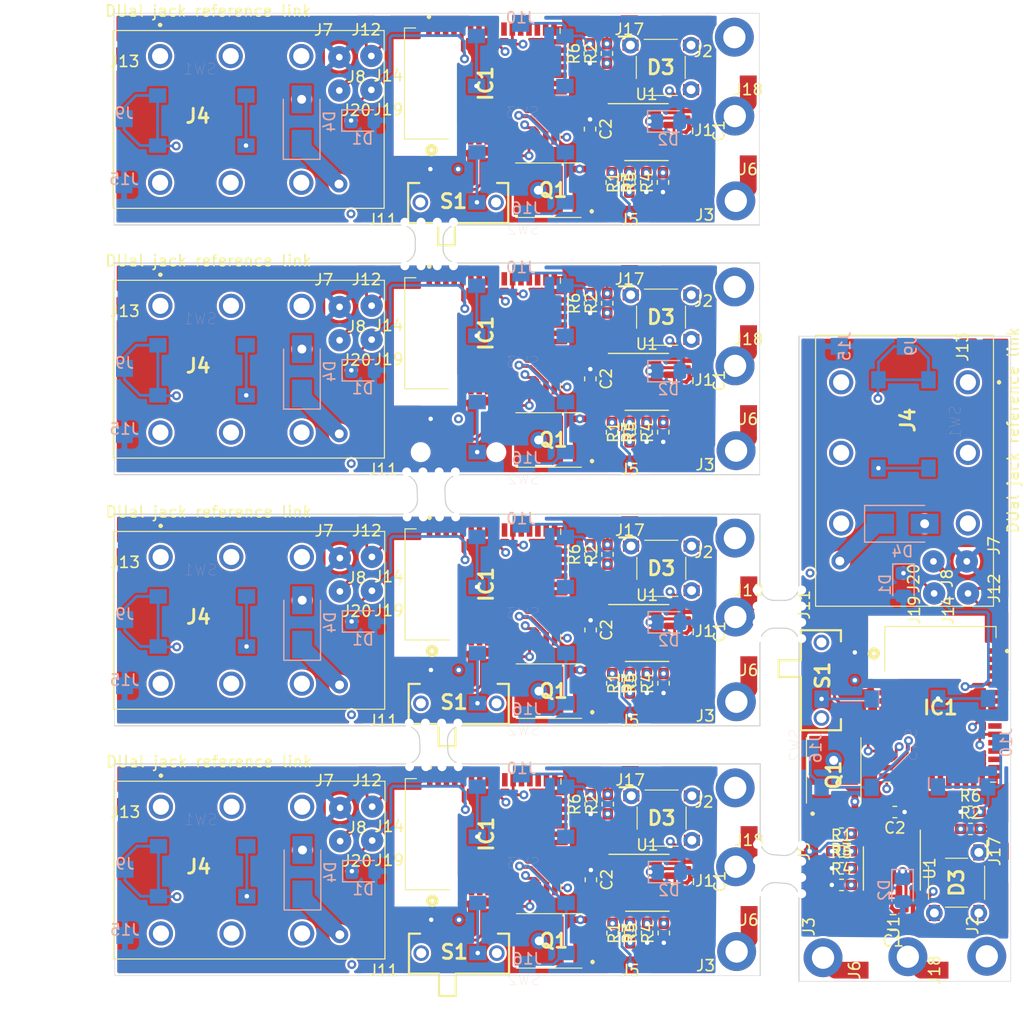
<source format=kicad_pcb>
(kicad_pcb (version 20171130) (host pcbnew "(5.1.4)-1")
  (layers (0 F.Cu signal) (1 In1.Cu signal) (2 In2.Cu signal) (31 B.Cu signal) (34 B.Paste user) (35 F.Paste user) (36 B.SilkS user) (37 F.SilkS user) (38 B.Mask user) (39 F.Mask user) (44 Edge.Cuts user))
  (net 0 "")
  (net 1 GND)
  (net 2 VCC)
  (net 3 +3V3)
  (net 4 "Net-(D1-Pad1)")
  (net 5 "Net-(D2-Pad1)")
  (net 6 "Net-(IC1-Pad2)")
  (net 7 "Net-(IC1-Pad3)")
  (net 8 "Net-(IC1-Pad4)")
  (net 9 "Net-(IC1-Pad8)")
  (net 10 "Net-(IC1-Pad10)")
  (net 11 "Net-(IC1-Pad12)")
  (net 12 "Net-(IC1-Pad13)")
  (net 13 "Net-(IC1-Pad14)")
  (net 14 "Net-(IC1-Pad15)")
  (net 15 "Net-(IC1-Pad17)")
  (net 16 "Net-(IC1-Pad18)")
  (net 17 "Net-(IC1-Pad19)")
  (net 18 "Net-(IC1-Pad20)")
  (net 19 "Net-(IC1-Pad21)")
  (net 20 "Net-(IC1-Pad22)")
  (net 21 "Net-(IC1-Pad23)")
  (net 22 "Net-(IC1-Pad24)")
  (net 23 "Net-(IC1-Pad25)")
  (net 24 "Net-(IC1-Pad32)")
  (net 25 "Net-(IC1-Pad33)")
  (net 26 "Net-(IC1-Pad34)")
  (net 27 "Net-(IC1-Pad35)")
  (net 28 "Net-(IC1-Pad36)")
  (net 29 "Net-(IC1-Pad37)")
  (net 30 "Net-(IC1-Pad38)")
  (net 31 /Line)
  (net 32 /SWD_IO)
  (net 33 /SWD_clk)
  (net 34 /SWD_rst_n)
  (net 35 /led_blc_n)
  (net 36 /pb_rst_n)
  (net 37 /led_sync_n)
  (net 38 /nrf_cmd)
  (net 39 "Net-(Q1-Pad1)")
  (net 40 /pb_n+)
  (net 41 /pb_n-)
  (net 42 "Net-(D4-Pad1)")
  (net 43 "Net-(U1-Pad6)")
  (net 44 "Net-(U1-Pad5)")
  (net 45 VDDA)
  (net 46 GNDPWR)
  (module sky_footprint_lib:ACJSMHDR (layer F.Cu) (at 196.43 79 90)
    (fp_text reference J4 (at -3.4 -5.4 270) (layer F.SilkS) (effects (font (size 1.27 1.27) (thickness 0.254))))
    (fp_text value Jack_3_contacts hide)
    (fp_text user "DUal jack reference link" (at -4.318 4.064 90) (layer F.SilkS))
    (pad SN1 thru_hole circle (at -12.7 -11.4 90) (size 2.175 2.175) (drill 1.45) (layers *.Cu *.Mask) (net 2 VCC))
    (pad RN1 thru_hole circle (at -6.35 -11.4 90) (size 2.175 2.175) (drill 1.45) (layers *.Cu *.Mask) (net 31 /Line))
    (pad TN1 thru_hole circle (at 0 -11.4 90) (size 2.175 2.175) (drill 1.45) (layers *.Cu *.Mask) (net 42 "Net-(D4-Pad1)"))
    (pad S1 thru_hole circle (at -12.7 0 90) (size 2.175 2.175) (drill 1.45) (layers *.Cu *.Mask) (net 2 VCC))
    (pad R1 thru_hole circle (at -6.35 0 90) (size 2.175 2.175) (drill 1.45) (layers *.Cu *.Mask) (net 31 /Line))
    (pad T1 thru_hole circle (at 0 0 90) (size 2.175 2.175) (drill 1.45) (layers *.Cu *.Mask) (net 42 "Net-(D4-Pad1)"))
  )
  (module sky_footprint_lib:PanelProbePad (layer F.Cu) (at 186.73 131.9 270)
    (fp_text reference J6 (at 0 0.5 90) (layer F.SilkS))
    (fp_text value Conn_01x01)
    (pad 1 smd rect (at 0 0 270) (size 1.524 1.524) (layers F.Cu F.Paste F.Mask) (net 46 GNDPWR))
  )
  (module sky_footprint_lib:BSC016N06NS (layer F.Cu) (at 184.36 113.92 90)
    (fp_text reference Q1 (at -0.417 0 90) (layer F.SilkS) (effects (font (size 1.27 1.27) (thickness 0.254))))
    (fp_text value Q_NMOS_GSD hide)
    (pad 3 smd rect (at 0.9 0 90) (size 4.4 4.4) (layers F.Cu F.Paste F.Mask) (net 42 "Net-(D4-Pad1)"))
    (pad 1 smd rect (at -2.81 1.905 180) (size 0.61 1.27) (layers F.Cu F.Paste F.Mask) (net 39 "Net-(Q1-Pad1)"))
    (pad 2 smd rect (at -2.81 -0.635 180) (size 3 1.27) (layers F.Cu F.Paste F.Mask) (net 1 GND))
  )
  (module sky_footprint_lib:PanelProbePad (layer F.Cu) (at 182.2 121.21 270)
    (fp_text reference J5 (at 0 0.5 90) (layer F.SilkS))
    (fp_text value Conn_01x01)
    (pad 1 smd rect (at 0 0 270) (size 1.524 1.524) (layers F.Cu F.Paste F.Mask) (net 37 /led_sync_n))
  )
  (module sky_footprint_lib:PanelProbePad (layer F.Cu) (at 199.3 97.54 270)
    (fp_text reference J12 (at 0 0.5 90) (layer F.SilkS))
    (fp_text value Conn_01x01)
    (pad 1 smd rect (at 0 0 270) (size 1.524 1.524) (layers F.Cu F.Paste F.Mask) (net 33 /SWD_clk))
  )
  (module sky_footprint_lib:PanelProbePad (layer B.Cu) (at 199.38 111.42 270)
    (fp_text reference J10 (at 0 -0.5 90) (layer B.SilkS) (effects (justify mirror)))
    (fp_text value Conn_01x01)
    (pad 1 smd rect (at 0 0 270) (size 1.524 1.524) (layers B.Cu B.Paste B.Mask) (net 40 /pb_n+))
  )
  (module sky_footprint_lib:PanelProbePad (layer B.Cu) (at 182.25 111.94 270)
    (fp_text reference J16 (at 0 -0.5 90) (layer B.SilkS) (effects (justify mirror)))
    (fp_text value Conn_01x01)
    (pad 1 smd rect (at 0 0 270) (size 1.524 1.524) (layers B.Cu B.Paste B.Mask) (net 41 /pb_n-))
  )
  (module sky_footprint_lib:PanelProbePad (layer F.Cu) (at 199.28 93.7 270)
    (fp_text reference J7 (at 0 0.5 90) (layer F.SilkS))
    (fp_text value Conn_01x01)
    (pad 1 smd rect (at 0 0 270) (size 1.524 1.524) (layers F.Cu F.Paste F.Mask) (net 32 /SWD_IO))
  )
  (module sky_footprint_lib:PanelProbePad (layer F.Cu) (at 182.21 99.02 270)
    (fp_text reference J11 (at 0 0.5 90) (layer F.SilkS))
    (fp_text value Conn_01x01)
    (pad 1 smd rect (at 0 0 270) (size 1.524 1.524) (layers F.Cu F.Paste F.Mask) (net 38 /nrf_cmd))
  )
  (module sky_footprint_lib:PogoProbePad (layer F.Cu) (at 196.332 95.118 270)
    (fp_text reference J8 (at 1.524 1.778 90) (layer F.SilkS))
    (fp_text value Conn_01x01)
    (pad 1 thru_hole circle (at 0 0 270) (size 2 2) (drill 0.6) (layers *.Cu *.Mask) (net 3 +3V3))
  )
  (module sky_footprint_lib:PanelProbePad (layer B.Cu) (at 190.8 75.77 270)
    (fp_text reference J9 (at 0 -0.5 90) (layer B.SilkS) (effects (justify mirror)))
    (fp_text value Conn_01x01)
    (pad 1 smd rect (at 0 0 270) (size 1.524 1.524) (layers B.Cu B.Paste B.Mask) (net 36 /pb_rst_n))
  )
  (module sky_footprint_lib:PanelProbePad (layer F.Cu) (at 193.92 131.9 270)
    (fp_text reference J18 (at 0 0.5 90) (layer F.SilkS))
    (fp_text value Conn_01x01)
    (pad 1 smd rect (at 0 0 270) (size 1.524 1.524) (layers F.Cu F.Paste F.Mask) (net 45 VDDA))
  )
  (module sky_footprint_lib:PanelProbePad (layer F.Cu) (at 196.45 75.81 270)
    (fp_text reference J13 (at 0 0.5 90) (layer F.SilkS))
    (fp_text value Conn_01x01)
    (pad 1 smd rect (at 0 0 270) (size 1.524 1.524) (layers F.Cu F.Paste F.Mask) (net 1 GND))
  )
  (module sky_footprint_lib:PanelProbePad (layer B.Cu) (at 184.85 75.76 270)
    (fp_text reference J15 (at 0 -0.5 90) (layer B.SilkS) (effects (justify mirror)))
    (fp_text value Conn_01x01)
    (pad 1 smd rect (at 0 0 270) (size 1.524 1.524) (layers B.Cu B.Paste B.Mask) (net 3 +3V3))
  )
  (module sky_footprint_lib:PogoProbePad (layer F.Cu) (at 193.332 95.118 270)
    (fp_text reference J20 (at 1.524 1.778 90) (layer F.SilkS))
    (fp_text value Conn_01x01)
    (pad 1 thru_hole circle (at 0 0 270) (size 2 2) (drill 0.6) (layers *.Cu *.Mask) (net 1 GND))
  )
  (module sky_footprint_lib:PanelProbePad (layer F.Cu) (at 199.34 121.2 270)
    (fp_text reference J17 (at 0 0.5 90) (layer F.SilkS))
    (fp_text value Conn_01x01)
    (pad 1 smd rect (at 0 0 270) (size 1.524 1.524) (layers F.Cu F.Paste F.Mask) (net 35 /led_blc_n))
  )
  (module Capacitor_SMD:C_0603_1608Metric_Pad1.05x0.95mm_HandSolder (layer F.Cu) (at 189.86 117.67 180)
    (fp_text reference C2 (at 0 -1.43) (layer F.SilkS))
    (fp_text value 100C)
    (pad 1 smd roundrect (at -0.875 0 180) (size 1.05 0.95) (layers F.Cu F.Paste F.Mask) (net 3 +3V3))
    (pad 2 smd roundrect (at 0.875 0 180) (size 1.05 0.95) (layers F.Cu F.Paste F.Mask) (net 1 GND))
  )
  (module Diode_SMD:D_SMA (layer B.Cu) (at 190.54 91.73)
    (fp_text reference D4 (at 0 2.5) (layer B.SilkS) (effects (justify mirror)))
    (fp_text value "RS1A R3")
    (pad 1 smd rect (at -2 0) (size 2.5 1.8) (layers B.Cu B.Paste B.Mask) (net 42 "Net-(D4-Pad1)"))
    (pad 2 smd rect (at 2 0) (size 2.5 1.8) (layers B.Cu B.Paste B.Mask) (net 2 VCC))
  )
  (module sky_footprint_lib:JS102011SAQN (layer F.Cu) (at 185.01 105.81 270)
    (fp_text reference S1 (at -0.43 1.647 90) (layer F.SilkS) (effects (font (size 1.27 1.27) (thickness 0.254))))
    (fp_text value Bypass hide)
    (pad 5 thru_hole circle (at 3.4 1.75 270) (size 1.4 1.4) (drill 0.9) (layers *.Cu *.Mask))
    (pad 4 thru_hole circle (at -3.4 1.75 270) (size 1.4 1.4) (drill 0.9) (layers *.Cu *.Mask))
    (pad 3 smd rect (at 2.5 -1 270) (size 1.2 2.5) (layers F.Cu F.Paste F.Mask) (net 38 /nrf_cmd))
    (pad 2 smd rect (at 0 -1 270) (size 1.2 2.5) (layers F.Cu F.Paste F.Mask) (net 39 "Net-(Q1-Pad1)"))
    (pad 1 smd rect (at -2.5 -1 270) (size 1.2 2.5) (layers F.Cu F.Paste F.Mask) (net 3 +3V3))
  )
  (module sky_footprint_lib:ABS10A13 (layer F.Cu) (at 195.41 124.03 270)
    (fp_text reference D3 (at 0 0 90) (layer F.SilkS) (effects (font (size 1.27 1.27) (thickness 0.254))))
    (fp_text value ABS10A-13 hide)
    (pad 4 smd rect (at 2.725 2) (size 1 1.45) (layers F.Cu F.Paste F.Mask) (net 46 GNDPWR))
    (pad 3 smd rect (at -2.725 2) (size 1 1.45) (layers F.Cu F.Paste F.Mask) (net 1 GND))
    (pad 2 smd rect (at 2.725 -2) (size 1 1.45) (layers F.Cu F.Paste F.Mask) (net 45 VDDA))
    (pad 1 smd rect (at -2.725 -2) (size 1 1.45) (layers F.Cu F.Paste F.Mask) (net 2 VCC))
  )
  (module sky_footprint_lib:SW_B3S-1000 (layer B.Cu) (at 190.63 82.75 90)
    (fp_text reference SW1 (at 0.17523 4.64128 90) (layer B.SilkS) (effects (font (size 1.001354 1.001354) (thickness 0.015)) (justify mirror)))
    (fp_text value B3S-1000)
    (pad 1 smd rect (at 3.975 -2.25 90) (size 1.55 1.3) (layers B.Cu B.Paste B.Mask) (net 36 /pb_rst_n))
    (pad 2 smd rect (at -3.975 -2.25 90) (size 1.55 1.3) (layers B.Cu B.Paste B.Mask) (net 1 GND))
    (pad 3 smd rect (at 3.975 2.25 90) (size 1.55 1.3) (layers B.Cu B.Paste B.Mask) (net 36 /pb_rst_n))
    (pad 4 smd rect (at -3.975 2.25 90) (size 1.55 1.3) (layers B.Cu B.Paste B.Mask) (net 1 GND))
  )
  (module sky_footprint_lib:SW_B3S-1000 (layer B.Cu) (at 185.52 111.47 270)
    (fp_text reference SW2 (at 0.17523 4.64128 90) (layer B.SilkS) (effects (font (size 1.001354 1.001354) (thickness 0.015)) (justify mirror)))
    (fp_text value B3S-1000)
    (pad 1 smd rect (at 3.975 -2.25 270) (size 1.55 1.3) (layers B.Cu B.Paste B.Mask) (net 41 /pb_n-))
    (pad 2 smd rect (at -3.975 -2.25 270) (size 1.55 1.3) (layers B.Cu B.Paste B.Mask) (net 1 GND))
    (pad 3 smd rect (at 3.975 2.25 270) (size 1.55 1.3) (layers B.Cu B.Paste B.Mask) (net 41 /pb_n-))
    (pad 4 smd rect (at -3.975 2.25 270) (size 1.55 1.3) (layers B.Cu B.Paste B.Mask) (net 1 GND))
  )
  (module sky_footprint_lib:SW_B3S-1000 (layer B.Cu) (at 195.99 111.43 270)
    (fp_text reference SW3 (at 0.17523 4.64128 90) (layer B.SilkS) (effects (font (size 1.001354 1.001354) (thickness 0.015)) (justify mirror)))
    (fp_text value B3S-1000)
    (pad 1 smd rect (at 3.975 -2.25 270) (size 1.55 1.3) (layers B.Cu B.Paste B.Mask) (net 40 /pb_n+))
    (pad 2 smd rect (at -3.975 -2.25 270) (size 1.55 1.3) (layers B.Cu B.Paste B.Mask) (net 1 GND))
    (pad 3 smd rect (at 3.975 2.25 270) (size 1.55 1.3) (layers B.Cu B.Paste B.Mask) (net 40 /pb_n+))
    (pad 4 smd rect (at -3.975 2.25 270) (size 1.55 1.3) (layers B.Cu B.Paste B.Mask) (net 1 GND))
  )
  (module Resistor_SMD:R_0603_1608Metric_Pad1.05x0.95mm_HandSolder (layer F.Cu) (at 196.665 119.19)
    (fp_text reference R2 (at 0 -1.43) (layer F.SilkS))
    (fp_text value 220R)
    (pad 1 smd roundrect (at -0.875 0) (size 1.05 0.95) (layers F.Cu F.Paste F.Mask) (net 5 "Net-(D2-Pad1)"))
    (pad 2 smd roundrect (at 0.875 0) (size 1.05 0.95) (layers F.Cu F.Paste F.Mask) (net 35 /led_blc_n))
  )
  (module Resistor_SMD:R_0603_1608Metric_Pad1.05x0.95mm_HandSolder (layer F.Cu) (at 185.07 122.73)
    (fp_text reference R5 (at 0 -1.43) (layer F.SilkS))
    (fp_text value 10kR)
    (pad 1 smd roundrect (at -0.875 0) (size 1.05 0.95) (layers F.Cu F.Paste F.Mask) (net 3 +3V3))
    (pad 2 smd roundrect (at 0.875 0) (size 1.05 0.95) (layers F.Cu F.Paste F.Mask) (net 41 /pb_n-))
  )
  (module Resistor_SMD:R_0603_1608Metric_Pad1.05x0.95mm_HandSolder (layer F.Cu) (at 196.65 117.65)
    (fp_text reference R6 (at 0 -1.43) (layer F.SilkS))
    (fp_text value 10kR)
    (pad 1 smd roundrect (at -0.875 0) (size 1.05 0.95) (layers F.Cu F.Paste F.Mask) (net 3 +3V3))
    (pad 2 smd roundrect (at 0.875 0) (size 1.05 0.95) (layers F.Cu F.Paste F.Mask) (net 40 /pb_n+))
  )
  (module Resistor_SMD:R_0603_1608Metric_Pad1.05x0.95mm_HandSolder (layer F.Cu) (at 185.07 121.2)
    (fp_text reference R1 (at 0 -1.43) (layer F.SilkS))
    (fp_text value 220R)
    (pad 1 smd roundrect (at -0.875 0) (size 1.05 0.95) (layers F.Cu F.Paste F.Mask) (net 4 "Net-(D1-Pad1)"))
    (pad 2 smd roundrect (at 0.875 0) (size 1.05 0.95) (layers F.Cu F.Paste F.Mask) (net 37 /led_sync_n))
  )
  (module sky_footprint_lib:45300005 (layer F.Cu) (at 193.96 107.98)
    (fp_text reference IC1 (at 0 0.3) (layer F.SilkS) (effects (font (size 1.27 1.27) (thickness 0.254))))
    (fp_text value 453-00005 hide)
    (pad 39 smd rect (at -4.9 -1.8 90) (size 0.5 1.2) (layers F.Cu F.Paste F.Mask) (net 1 GND))
    (pad 38 smd rect (at -4.9 -1.05 90) (size 0.5 1.2) (layers F.Cu F.Paste F.Mask) (net 30 "Net-(IC1-Pad38)"))
    (pad 37 smd rect (at -4.9 -0.3 90) (size 0.5 1.2) (layers F.Cu F.Paste F.Mask) (net 29 "Net-(IC1-Pad37)"))
    (pad 36 smd rect (at -4.9 0.45 90) (size 0.5 1.2) (layers F.Cu F.Paste F.Mask) (net 28 "Net-(IC1-Pad36)"))
    (pad 35 smd rect (at -4.9 1.2 90) (size 0.5 1.2) (layers F.Cu F.Paste F.Mask) (net 27 "Net-(IC1-Pad35)"))
    (pad 34 smd rect (at -4.9 1.95 90) (size 0.5 1.2) (layers F.Cu F.Paste F.Mask) (net 26 "Net-(IC1-Pad34)"))
    (pad 33 smd rect (at -4.9 2.7 90) (size 0.5 1.2) (layers F.Cu F.Paste F.Mask) (net 25 "Net-(IC1-Pad33)"))
    (pad 32 smd rect (at -4.9 3.45 90) (size 0.5 1.2) (layers F.Cu F.Paste F.Mask) (net 24 "Net-(IC1-Pad32)"))
    (pad 31 smd rect (at -4.9 4.2 90) (size 0.5 1.2) (layers F.Cu F.Paste F.Mask) (net 38 /nrf_cmd))
    (pad 30 smd rect (at -4.9 4.95 90) (size 0.5 1.2) (layers F.Cu F.Paste F.Mask) (net 37 /led_sync_n))
    (pad 29 smd rect (at -4.9 5.7 90) (size 0.5 1.2) (layers F.Cu F.Paste F.Mask) (net 41 /pb_n-))
    (pad 28 smd rect (at -4.9 6.45 90) (size 0.5 1.2) (layers F.Cu F.Paste F.Mask) (net 36 /pb_rst_n))
    (pad 27 smd rect (at -3.75 7) (size 0.5 1.2) (layers F.Cu F.Paste F.Mask) (net 1 GND))
    (pad 26 smd rect (at -3 7) (size 0.5 1.2) (layers F.Cu F.Paste F.Mask) (net 3 +3V3))
    (pad 25 smd rect (at -2.25 7) (size 0.5 1.2) (layers F.Cu F.Paste F.Mask) (net 23 "Net-(IC1-Pad25)"))
    (pad 24 smd rect (at -1.5 7) (size 0.5 1.2) (layers F.Cu F.Paste F.Mask) (net 22 "Net-(IC1-Pad24)"))
    (pad 23 smd rect (at -0.75 7) (size 0.5 1.2) (layers F.Cu F.Paste F.Mask) (net 21 "Net-(IC1-Pad23)"))
    (pad 22 smd rect (at 0 7) (size 0.5 1.2) (layers F.Cu F.Paste F.Mask) (net 20 "Net-(IC1-Pad22)"))
    (pad 21 smd rect (at 0.75 7) (size 0.5 1.2) (layers F.Cu F.Paste F.Mask) (net 19 "Net-(IC1-Pad21)"))
    (pad 20 smd rect (at 1.5 7) (size 0.5 1.2) (layers F.Cu F.Paste F.Mask) (net 18 "Net-(IC1-Pad20)"))
    (pad 19 smd rect (at 2.25 7) (size 0.5 1.2) (layers F.Cu F.Paste F.Mask) (net 17 "Net-(IC1-Pad19)"))
    (pad 18 smd rect (at 3 7) (size 0.5 1.2) (layers F.Cu F.Paste F.Mask) (net 16 "Net-(IC1-Pad18)"))
    (pad 17 smd rect (at 3.75 7) (size 0.5 1.2) (layers F.Cu F.Paste F.Mask) (net 15 "Net-(IC1-Pad17)"))
    (pad 16 smd rect (at 4.9 6.45 90) (size 0.5 1.2) (layers F.Cu F.Paste F.Mask) (net 1 GND))
    (pad 15 smd rect (at 4.9 5.7 90) (size 0.5 1.2) (layers F.Cu F.Paste F.Mask) (net 14 "Net-(IC1-Pad15)"))
    (pad 14 smd rect (at 4.9 4.95 90) (size 0.5 1.2) (layers F.Cu F.Paste F.Mask) (net 13 "Net-(IC1-Pad14)"))
    (pad 13 smd rect (at 4.9 4.2 90) (size 0.5 1.2) (layers F.Cu F.Paste F.Mask) (net 12 "Net-(IC1-Pad13)"))
    (pad 12 smd rect (at 4.9 3.45 90) (size 0.5 1.2) (layers F.Cu F.Paste F.Mask) (net 11 "Net-(IC1-Pad12)"))
    (pad 11 smd rect (at 4.9 2.7 90) (size 0.5 1.2) (layers F.Cu F.Paste F.Mask) (net 40 /pb_n+))
    (pad 10 smd rect (at 4.9 1.95 90) (size 0.5 1.2) (layers F.Cu F.Paste F.Mask) (net 10 "Net-(IC1-Pad10)"))
    (pad 9 smd rect (at 4.9 1.2 90) (size 0.5 1.2) (layers F.Cu F.Paste F.Mask) (net 35 /led_blc_n))
    (pad 8 smd rect (at 4.9 0.45 90) (size 0.5 1.2) (layers F.Cu F.Paste F.Mask) (net 9 "Net-(IC1-Pad8)"))
    (pad 7 smd rect (at 4.9 -0.3 90) (size 0.5 1.2) (layers F.Cu F.Paste F.Mask) (net 34 /SWD_rst_n))
    (pad 6 smd rect (at 4.9 -1.05 90) (size 0.5 1.2) (layers F.Cu F.Paste F.Mask) (net 33 /SWD_clk))
    (pad 5 smd rect (at 4.9 -1.8 90) (size 0.5 1.2) (layers F.Cu F.Paste F.Mask) (net 32 /SWD_IO))
    (pad 4 smd rect (at 4.9 -2.55 90) (size 0.5 1.2) (layers F.Cu F.Paste F.Mask) (net 8 "Net-(IC1-Pad4)"))
    (pad 3 smd rect (at 4.9 -3.3 90) (size 0.5 1.2) (layers F.Cu F.Paste F.Mask) (net 7 "Net-(IC1-Pad3)"))
    (pad 2 smd rect (at 4.9 -4.05 90) (size 0.5 1.2) (layers F.Cu F.Paste F.Mask) (net 6 "Net-(IC1-Pad2)"))
    (pad 1 smd rect (at 4.9 -4.8 90) (size 0.5 1.2) (layers F.Cu F.Paste F.Mask) (net 1 GND))
  )
  (module sky_footprint_lib:ProbePad (layer F.Cu) (at 193.39 98 270)
    (fp_text reference J19 (at 1.524 1.778 90) (layer F.SilkS))
    (fp_text value Conn_01x01)
    (pad 1 thru_hole circle (at 0 0 270) (size 2 2) (drill 0.6) (layers *.Cu *.Mask) (net 32 /SWD_IO))
  )
  (module sky_footprint_lib:ProbePad (layer F.Cu) (at 196.44 98 270)
    (fp_text reference J14 (at 1.524 1.778 90) (layer F.SilkS))
    (fp_text value Conn_01x01)
    (pad 1 thru_hole circle (at 0 0 270) (size 2 2) (drill 0.6) (layers *.Cu *.Mask) (net 33 /SWD_clk))
  )
  (module Resistor_SMD:R_0603_1608Metric_Pad1.05x0.95mm_HandSolder (layer F.Cu) (at 185.065 124.23)
    (fp_text reference R4 (at 0 -1.43) (layer F.SilkS))
    (fp_text value 10kR)
    (pad 1 smd roundrect (at -0.875 0) (size 1.05 0.95) (layers F.Cu F.Paste F.Mask) (net 3 +3V3))
    (pad 2 smd roundrect (at 0.875 0) (size 1.05 0.95) (layers F.Cu F.Paste F.Mask) (net 36 /pb_rst_n))
  )
  (module Capacitor_SMD:C_0805_2012Metric_Pad1.15x1.40mm_HandSolder (layer F.Cu) (at 189.7 127.61 180)
    (fp_text reference C1 (at 0 -1.65) (layer F.SilkS))
    (fp_text value 4.7uC)
    (pad 2 smd roundrect (at 1.025 0 180) (size 1.15 1.4) (layers F.Cu F.Paste F.Mask) (roundrect_rratio 0.217391) (net 1 GND))
    (pad 1 smd roundrect (at -1.025 0 180) (size 1.15 1.4) (layers F.Cu F.Paste F.Mask) (roundrect_rratio 0.217391) (net 2 VCC))
  )
  (module LED_SMD:LED_0805_2012Metric_Pad1.15x1.40mm_HandSolder (layer B.Cu) (at 190.632 97.202 270)
    (fp_text reference D1 (at 0 1.65 90) (layer B.SilkS) (effects (justify mirror)))
    (fp_text value led_sync)
    (pad 1 smd roundrect (at -1.025 0 270) (size 1.15 1.4) (layers B.Cu B.Paste B.Mask) (roundrect_rratio 0.217391) (net 4 "Net-(D1-Pad1)"))
    (pad 2 smd roundrect (at 1.025 0 270) (size 1.15 1.4) (layers B.Cu B.Paste B.Mask) (roundrect_rratio 0.217391) (net 3 +3V3))
  )
  (module sky_footprint_lib:PowerPad (layer F.Cu) (at 183.4 130.78 270)
    (fp_text reference J3 (at -2.794 1.27 90) (layer F.SilkS))
    (fp_text value Conn_01x01)
    (pad 1 thru_hole circle (at 0 0 270) (size 3.5 3.5) (drill 2) (layers *.Cu *.Mask) (net 46 GNDPWR))
  )
  (module sky_footprint_lib:PowerPad (layer F.Cu) (at 191.03 130.69 270)
    (fp_text reference J1 (at -2.794 1.27 90) (layer F.SilkS))
    (fp_text value Conn_01x01)
    (pad 1 thru_hole circle (at 0 0 270) (size 3.5 3.5) (drill 2) (layers *.Cu *.Mask) (net 45 VDDA))
  )
  (module LED_SMD:LED_0805_2012Metric_Pad1.15x1.40mm_HandSolder (layer B.Cu) (at 190.55 124.7 270)
    (fp_text reference D2 (at 0 1.65 90) (layer B.SilkS) (effects (justify mirror)))
    (fp_text value led_blc)
    (pad 1 smd roundrect (at -1.025 0 270) (size 1.15 1.4) (layers B.Cu B.Paste B.Mask) (roundrect_rratio 0.217391) (net 5 "Net-(D2-Pad1)"))
    (pad 2 smd roundrect (at 1.025 0 270) (size 1.15 1.4) (layers B.Cu B.Paste B.Mask) (roundrect_rratio 0.217391) (net 3 +3V3))
  )
  (module sky_footprint_lib:PowerPad (layer F.Cu) (at 198.13 130.65 270)
    (fp_text reference J2 (at -2.794 1.27 90) (layer F.SilkS))
    (fp_text value Conn_01x01)
    (pad 1 thru_hole circle (at 0 0 270) (size 3.5 3.5) (drill 2) (layers *.Cu *.Mask) (net 31 /Line))
  )
  (module Resistor_SMD:R_0603_1608Metric_Pad1.05x0.95mm_HandSolder (layer F.Cu) (at 185.055 119.62 180)
    (fp_text reference R3 (at 0 -1.43) (layer F.SilkS))
    (fp_text value 10kR)
    (pad 1 smd roundrect (at -0.875 0 180) (size 1.05 0.95) (layers F.Cu F.Paste F.Mask) (net 38 /nrf_cmd))
    (pad 2 smd roundrect (at 0.875 0 180) (size 1.05 0.95) (layers F.Cu F.Paste F.Mask) (net 1 GND))
  )
  (module Package_SO:SOIC-8_3.9x4.9mm_P1.27mm (layer F.Cu) (at 189.59 122.75 270)
    (fp_text reference U1 (at 0 -3.4 90) (layer F.SilkS))
    (fp_text value LP2951-3.3_SOIC)
    (pad 1 smd roundrect (at -2.475 -1.905 270) (size 1.95 0.6) (layers F.Cu F.Paste F.Mask) (net 3 +3V3))
    (pad 2 smd roundrect (at -2.475 -0.635 270) (size 1.95 0.6) (layers F.Cu F.Paste F.Mask) (net 3 +3V3))
    (pad 3 smd roundrect (at -2.475 0.635 270) (size 1.95 0.6) (layers F.Cu F.Paste F.Mask) (net 1 GND))
    (pad 4 smd roundrect (at -2.475 1.905 270) (size 1.95 0.6) (layers F.Cu F.Paste F.Mask) (net 1 GND))
    (pad 5 smd roundrect (at 2.475 1.905 270) (size 1.95 0.6) (layers F.Cu F.Paste F.Mask) (net 44 "Net-(U1-Pad5)"))
    (pad 6 smd roundrect (at 2.475 0.635 270) (size 1.95 0.6) (layers F.Cu F.Paste F.Mask) (net 43 "Net-(U1-Pad6)"))
    (pad 7 smd roundrect (at 2.475 -0.635 270) (size 1.95 0.6) (layers F.Cu F.Paste F.Mask) (net 43 "Net-(U1-Pad6)"))
    (pad 8 smd roundrect (at 2.475 -1.905 270) (size 1.95 0.6) (layers F.Cu F.Paste F.Mask) (net 2 VCC))
  )
  (module sky_footprint_lib:ACJSMHDR (layer F.Cu) (at 123.8 72.12 180)
    (fp_text reference J4 (at -3.4 -5.4 180) (layer F.SilkS) (effects (font (size 1.27 1.27) (thickness 0.254))))
    (fp_text value Jack_3_contacts hide)
    (fp_text user "DUal jack reference link" (at -4.318 4.064) (layer F.SilkS))
    (pad SN1 thru_hole circle (at -12.7 -11.4 180) (size 2.175 2.175) (drill 1.45) (layers *.Cu *.Mask) (net 2 VCC))
    (pad RN1 thru_hole circle (at -6.35 -11.4 180) (size 2.175 2.175) (drill 1.45) (layers *.Cu *.Mask) (net 31 /Line))
    (pad TN1 thru_hole circle (at 0 -11.4 180) (size 2.175 2.175) (drill 1.45) (layers *.Cu *.Mask) (net 42 "Net-(D4-Pad1)"))
    (pad S1 thru_hole circle (at -12.7 0 180) (size 2.175 2.175) (drill 1.45) (layers *.Cu *.Mask) (net 2 VCC))
    (pad R1 thru_hole circle (at -6.35 0 180) (size 2.175 2.175) (drill 1.45) (layers *.Cu *.Mask) (net 31 /Line))
    (pad T1 thru_hole circle (at 0 0 180) (size 2.175 2.175) (drill 1.45) (layers *.Cu *.Mask) (net 42 "Net-(D4-Pad1)"))
  )
  (module sky_footprint_lib:PanelProbePad (layer F.Cu) (at 176.7 81.82)
    (fp_text reference J6 (at 0 0.5) (layer F.SilkS))
    (fp_text value Conn_01x01)
    (pad 1 smd rect (at 0 0) (size 1.524 1.524) (layers F.Cu F.Paste F.Mask) (net 46 GNDPWR))
  )
  (module sky_footprint_lib:BSC016N06NS (layer F.Cu) (at 158.72 84.19 180)
    (fp_text reference Q1 (at -0.417 0) (layer F.SilkS) (effects (font (size 1.27 1.27) (thickness 0.254))))
    (fp_text value Q_NMOS_GSD hide)
    (pad 3 smd rect (at 0.9 0 180) (size 4.4 4.4) (layers F.Cu F.Paste F.Mask) (net 42 "Net-(D4-Pad1)"))
    (pad 1 smd rect (at -2.81 1.905 270) (size 0.61 1.27) (layers F.Cu F.Paste F.Mask) (net 39 "Net-(Q1-Pad1)"))
    (pad 2 smd rect (at -2.81 -0.635 270) (size 3 1.27) (layers F.Cu F.Paste F.Mask) (net 1 GND))
  )
  (module sky_footprint_lib:PanelProbePad (layer F.Cu) (at 166.01 86.35)
    (fp_text reference J5 (at 0 0.5) (layer F.SilkS))
    (fp_text value Conn_01x01)
    (pad 1 smd rect (at 0 0) (size 1.524 1.524) (layers F.Cu F.Paste F.Mask) (net 37 /led_sync_n))
  )
  (module sky_footprint_lib:PanelProbePad (layer F.Cu) (at 142.34 69.25)
    (fp_text reference J12 (at 0 0.5) (layer F.SilkS))
    (fp_text value Conn_01x01)
    (pad 1 smd rect (at 0 0) (size 1.524 1.524) (layers F.Cu F.Paste F.Mask) (net 33 /SWD_clk))
  )
  (module sky_footprint_lib:PanelProbePad (layer B.Cu) (at 156.22 69.17)
    (fp_text reference J10 (at 0 -0.5) (layer B.SilkS) (effects (justify mirror)))
    (fp_text value Conn_01x01)
    (pad 1 smd rect (at 0 0) (size 1.524 1.524) (layers B.Cu B.Paste B.Mask) (net 40 /pb_n+))
  )
  (module sky_footprint_lib:PanelProbePad (layer B.Cu) (at 156.74 86.3)
    (fp_text reference J16 (at 0 -0.5) (layer B.SilkS) (effects (justify mirror)))
    (fp_text value Conn_01x01)
    (pad 1 smd rect (at 0 0) (size 1.524 1.524) (layers B.Cu B.Paste B.Mask) (net 41 /pb_n-))
  )
  (module sky_footprint_lib:PanelProbePad (layer F.Cu) (at 138.5 69.27)
    (fp_text reference J7 (at 0 0.5) (layer F.SilkS))
    (fp_text value Conn_01x01)
    (pad 1 smd rect (at 0 0) (size 1.524 1.524) (layers F.Cu F.Paste F.Mask) (net 32 /SWD_IO))
  )
  (module sky_footprint_lib:PanelProbePad (layer F.Cu) (at 143.82 86.34)
    (fp_text reference J11 (at 0 0.5) (layer F.SilkS))
    (fp_text value Conn_01x01)
    (pad 1 smd rect (at 0 0) (size 1.524 1.524) (layers F.Cu F.Paste F.Mask) (net 38 /nrf_cmd))
  )
  (module sky_footprint_lib:PogoProbePad (layer F.Cu) (at 139.918 72.218)
    (fp_text reference J8 (at 1.524 1.778) (layer F.SilkS))
    (fp_text value Conn_01x01)
    (pad 1 thru_hole circle (at 0 0) (size 2 2) (drill 0.6) (layers *.Cu *.Mask) (net 3 +3V3))
  )
  (module sky_footprint_lib:PanelProbePad (layer B.Cu) (at 120.57 77.75)
    (fp_text reference J9 (at 0 -0.5) (layer B.SilkS) (effects (justify mirror)))
    (fp_text value Conn_01x01)
    (pad 1 smd rect (at 0 0) (size 1.524 1.524) (layers B.Cu B.Paste B.Mask) (net 36 /pb_rst_n))
  )
  (module sky_footprint_lib:PanelProbePad (layer F.Cu) (at 176.7 74.63)
    (fp_text reference J18 (at 0 0.5) (layer F.SilkS))
    (fp_text value Conn_01x01)
    (pad 1 smd rect (at 0 0) (size 1.524 1.524) (layers F.Cu F.Paste F.Mask) (net 45 VDDA))
  )
  (module sky_footprint_lib:PanelProbePad (layer F.Cu) (at 120.61 72.1)
    (fp_text reference J13 (at 0 0.5) (layer F.SilkS))
    (fp_text value Conn_01x01)
    (pad 1 smd rect (at 0 0) (size 1.524 1.524) (layers F.Cu F.Paste F.Mask) (net 1 GND))
  )
  (module sky_footprint_lib:PanelProbePad (layer B.Cu) (at 120.56 83.7)
    (fp_text reference J15 (at 0 -0.5) (layer B.SilkS) (effects (justify mirror)))
    (fp_text value Conn_01x01)
    (pad 1 smd rect (at 0 0) (size 1.524 1.524) (layers B.Cu B.Paste B.Mask) (net 3 +3V3))
  )
  (module sky_footprint_lib:PogoProbePad (layer F.Cu) (at 139.918 75.218)
    (fp_text reference J20 (at 1.524 1.778) (layer F.SilkS))
    (fp_text value Conn_01x01)
    (pad 1 thru_hole circle (at 0 0) (size 2 2) (drill 0.6) (layers *.Cu *.Mask) (net 1 GND))
  )
  (module sky_footprint_lib:PanelProbePad (layer F.Cu) (at 166 69.21)
    (fp_text reference J17 (at 0 0.5) (layer F.SilkS))
    (fp_text value Conn_01x01)
    (pad 1 smd rect (at 0 0) (size 1.524 1.524) (layers F.Cu F.Paste F.Mask) (net 35 /led_blc_n))
  )
  (module sky_footprint_lib:PowerPad (layer F.Cu) (at 175.465 55.045)
    (fp_text reference J1 (at -2.794 1.27) (layer F.SilkS))
    (fp_text value Conn_01x01)
    (pad 1 thru_hole circle (at 0 0) (size 3.5 3.5) (drill 2) (layers *.Cu *.Mask) (net 45 VDDA))
  )
  (module LED_SMD:LED_0805_2012Metric_Pad1.15x1.40mm_HandSolder (layer B.Cu) (at 169.475 55.525)
    (fp_text reference D2 (at 0 1.65) (layer B.SilkS) (effects (justify mirror)))
    (fp_text value led_blc)
    (pad 2 smd roundrect (at 1.025 0) (size 1.15 1.4) (layers B.Cu B.Paste B.Mask) (roundrect_rratio 0.217391) (net 3 +3V3))
    (pad 1 smd roundrect (at -1.025 0) (size 1.15 1.4) (layers B.Cu B.Paste B.Mask) (roundrect_rratio 0.217391) (net 5 "Net-(D2-Pad1)"))
  )
  (module Capacitor_SMD:C_0603_1608Metric_Pad1.05x0.95mm_HandSolder (layer F.Cu) (at 162.47 78.69 270)
    (fp_text reference C2 (at 0 -1.43 90) (layer F.SilkS))
    (fp_text value 100C)
    (pad 1 smd roundrect (at -0.875 0 270) (size 1.05 0.95) (layers F.Cu F.Paste F.Mask) (net 3 +3V3))
    (pad 2 smd roundrect (at 0.875 0 270) (size 1.05 0.95) (layers F.Cu F.Paste F.Mask) (net 1 GND))
  )
  (module Diode_SMD:D_SMA (layer B.Cu) (at 136.53 78.01 90)
    (fp_text reference D4 (at 0 2.5 90) (layer B.SilkS) (effects (justify mirror)))
    (fp_text value "RS1A R3")
    (pad 1 smd rect (at -2 0 90) (size 2.5 1.8) (layers B.Cu B.Paste B.Mask) (net 42 "Net-(D4-Pad1)"))
    (pad 2 smd rect (at 2 0 90) (size 2.5 1.8) (layers B.Cu B.Paste B.Mask) (net 2 VCC))
  )
  (module sky_footprint_lib:ABS10A13 (layer F.Cu) (at 168.83 73.14)
    (fp_text reference D3 (at 0 0) (layer F.SilkS) (effects (font (size 1.27 1.27) (thickness 0.254))))
    (fp_text value ABS10A-13 hide)
    (pad 4 smd rect (at 2.725 2 90) (size 1 1.45) (layers F.Cu F.Paste F.Mask) (net 46 GNDPWR))
    (pad 3 smd rect (at -2.725 2 90) (size 1 1.45) (layers F.Cu F.Paste F.Mask) (net 1 GND))
    (pad 2 smd rect (at 2.725 -2 90) (size 1 1.45) (layers F.Cu F.Paste F.Mask) (net 45 VDDA))
    (pad 1 smd rect (at -2.725 -2 90) (size 1 1.45) (layers F.Cu F.Paste F.Mask) (net 2 VCC))
  )
  (module sky_footprint_lib:SW_B3S-1000 (layer B.Cu) (at 127.55 77.92 180)
    (fp_text reference SW1 (at 0.17523 4.64128) (layer B.SilkS) (effects (font (size 1.001354 1.001354) (thickness 0.015)) (justify mirror)))
    (fp_text value B3S-1000)
    (pad 1 smd rect (at 3.975 -2.25 180) (size 1.55 1.3) (layers B.Cu B.Paste B.Mask) (net 36 /pb_rst_n))
    (pad 2 smd rect (at -3.975 -2.25 180) (size 1.55 1.3) (layers B.Cu B.Paste B.Mask) (net 1 GND))
    (pad 3 smd rect (at 3.975 2.25 180) (size 1.55 1.3) (layers B.Cu B.Paste B.Mask) (net 36 /pb_rst_n))
    (pad 4 smd rect (at -3.975 2.25 180) (size 1.55 1.3) (layers B.Cu B.Paste B.Mask) (net 1 GND))
  )
  (module sky_footprint_lib:SW_B3S-1000 (layer B.Cu) (at 156.27 83.03)
    (fp_text reference SW2 (at 0.17523 4.64128) (layer B.SilkS) (effects (font (size 1.001354 1.001354) (thickness 0.015)) (justify mirror)))
    (fp_text value B3S-1000)
    (pad 1 smd rect (at 3.975 -2.25) (size 1.55 1.3) (layers B.Cu B.Paste B.Mask) (net 41 /pb_n-))
    (pad 2 smd rect (at -3.975 -2.25) (size 1.55 1.3) (layers B.Cu B.Paste B.Mask) (net 1 GND))
    (pad 3 smd rect (at 3.975 2.25) (size 1.55 1.3) (layers B.Cu B.Paste B.Mask) (net 41 /pb_n-))
    (pad 4 smd rect (at -3.975 2.25) (size 1.55 1.3) (layers B.Cu B.Paste B.Mask) (net 1 GND))
  )
  (module sky_footprint_lib:SW_B3S-1000 (layer B.Cu) (at 156.23 72.56)
    (fp_text reference SW3 (at 0.17523 4.64128) (layer B.SilkS) (effects (font (size 1.001354 1.001354) (thickness 0.015)) (justify mirror)))
    (fp_text value B3S-1000)
    (pad 1 smd rect (at 3.975 -2.25) (size 1.55 1.3) (layers B.Cu B.Paste B.Mask) (net 40 /pb_n+))
    (pad 2 smd rect (at -3.975 -2.25) (size 1.55 1.3) (layers B.Cu B.Paste B.Mask) (net 1 GND))
    (pad 3 smd rect (at 3.975 2.25) (size 1.55 1.3) (layers B.Cu B.Paste B.Mask) (net 40 /pb_n+))
    (pad 4 smd rect (at -3.975 2.25) (size 1.55 1.3) (layers B.Cu B.Paste B.Mask) (net 1 GND))
  )
  (module Resistor_SMD:R_0603_1608Metric_Pad1.05x0.95mm_HandSolder (layer F.Cu) (at 163.99 71.885 90)
    (fp_text reference R2 (at 0 -1.43 90) (layer F.SilkS))
    (fp_text value 220R)
    (pad 1 smd roundrect (at -0.875 0 90) (size 1.05 0.95) (layers F.Cu F.Paste F.Mask) (net 5 "Net-(D2-Pad1)"))
    (pad 2 smd roundrect (at 0.875 0 90) (size 1.05 0.95) (layers F.Cu F.Paste F.Mask) (net 35 /led_blc_n))
  )
  (module Resistor_SMD:R_0603_1608Metric_Pad1.05x0.95mm_HandSolder (layer F.Cu) (at 167.53 83.48 90)
    (fp_text reference R5 (at 0 -1.43 90) (layer F.SilkS))
    (fp_text value 10kR)
    (pad 1 smd roundrect (at -0.875 0 90) (size 1.05 0.95) (layers F.Cu F.Paste F.Mask) (net 3 +3V3))
    (pad 2 smd roundrect (at 0.875 0 90) (size 1.05 0.95) (layers F.Cu F.Paste F.Mask) (net 41 /pb_n-))
  )
  (module Resistor_SMD:R_0603_1608Metric_Pad1.05x0.95mm_HandSolder (layer F.Cu) (at 162.45 71.9 90)
    (fp_text reference R6 (at 0 -1.43 90) (layer F.SilkS))
    (fp_text value 10kR)
    (pad 1 smd roundrect (at -0.875 0 90) (size 1.05 0.95) (layers F.Cu F.Paste F.Mask) (net 3 +3V3))
    (pad 2 smd roundrect (at 0.875 0 90) (size 1.05 0.95) (layers F.Cu F.Paste F.Mask) (net 40 /pb_n+))
  )
  (module Resistor_SMD:R_0603_1608Metric_Pad1.05x0.95mm_HandSolder (layer F.Cu) (at 166 83.48 90)
    (fp_text reference R1 (at 0 -1.43 90) (layer F.SilkS))
    (fp_text value 220R)
    (pad 1 smd roundrect (at -0.875 0 90) (size 1.05 0.95) (layers F.Cu F.Paste F.Mask) (net 4 "Net-(D1-Pad1)"))
    (pad 2 smd roundrect (at 0.875 0 90) (size 1.05 0.95) (layers F.Cu F.Paste F.Mask) (net 37 /led_sync_n))
  )
  (module sky_footprint_lib:45300005 (layer F.Cu) (at 152.78 74.59 90)
    (fp_text reference IC1 (at 0 0.3 90) (layer F.SilkS) (effects (font (size 1.27 1.27) (thickness 0.254))))
    (fp_text value 453-00005 hide)
    (pad 39 smd rect (at -4.9 -1.8 180) (size 0.5 1.2) (layers F.Cu F.Paste F.Mask) (net 1 GND))
    (pad 38 smd rect (at -4.9 -1.05 180) (size 0.5 1.2) (layers F.Cu F.Paste F.Mask) (net 30 "Net-(IC1-Pad38)"))
    (pad 37 smd rect (at -4.9 -0.3 180) (size 0.5 1.2) (layers F.Cu F.Paste F.Mask) (net 29 "Net-(IC1-Pad37)"))
    (pad 36 smd rect (at -4.9 0.45 180) (size 0.5 1.2) (layers F.Cu F.Paste F.Mask) (net 28 "Net-(IC1-Pad36)"))
    (pad 35 smd rect (at -4.9 1.2 180) (size 0.5 1.2) (layers F.Cu F.Paste F.Mask) (net 27 "Net-(IC1-Pad35)"))
    (pad 34 smd rect (at -4.9 1.95 180) (size 0.5 1.2) (layers F.Cu F.Paste F.Mask) (net 26 "Net-(IC1-Pad34)"))
    (pad 33 smd rect (at -4.9 2.7 180) (size 0.5 1.2) (layers F.Cu F.Paste F.Mask) (net 25 "Net-(IC1-Pad33)"))
    (pad 32 smd rect (at -4.9 3.45 180) (size 0.5 1.2) (layers F.Cu F.Paste F.Mask) (net 24 "Net-(IC1-Pad32)"))
    (pad 31 smd rect (at -4.9 4.2 180) (size 0.5 1.2) (layers F.Cu F.Paste F.Mask) (net 38 /nrf_cmd))
    (pad 30 smd rect (at -4.9 4.95 180) (size 0.5 1.2) (layers F.Cu F.Paste F.Mask) (net 37 /led_sync_n))
    (pad 29 smd rect (at -4.9 5.7 180) (size 0.5 1.2) (layers F.Cu F.Paste F.Mask) (net 41 /pb_n-))
    (pad 28 smd rect (at -4.9 6.45 180) (size 0.5 1.2) (layers F.Cu F.Paste F.Mask) (net 36 /pb_rst_n))
    (pad 27 smd rect (at -3.75 7 90) (size 0.5 1.2) (layers F.Cu F.Paste F.Mask) (net 1 GND))
    (pad 26 smd rect (at -3 7 90) (size 0.5 1.2) (layers F.Cu F.Paste F.Mask) (net 3 +3V3))
    (pad 25 smd rect (at -2.25 7 90) (size 0.5 1.2) (layers F.Cu F.Paste F.Mask) (net 23 "Net-(IC1-Pad25)"))
    (pad 24 smd rect (at -1.5 7 90) (size 0.5 1.2) (layers F.Cu F.Paste F.Mask) (net 22 "Net-(IC1-Pad24)"))
    (pad 23 smd rect (at -0.75 7 90) (size 0.5 1.2) (layers F.Cu F.Paste F.Mask) (net 21 "Net-(IC1-Pad23)"))
    (pad 22 smd rect (at 0 7 90) (size 0.5 1.2) (layers F.Cu F.Paste F.Mask) (net 20 "Net-(IC1-Pad22)"))
    (pad 21 smd rect (at 0.75 7 90) (size 0.5 1.2) (layers F.Cu F.Paste F.Mask) (net 19 "Net-(IC1-Pad21)"))
    (pad 20 smd rect (at 1.5 7 90) (size 0.5 1.2) (layers F.Cu F.Paste F.Mask) (net 18 "Net-(IC1-Pad20)"))
    (pad 19 smd rect (at 2.25 7 90) (size 0.5 1.2) (layers F.Cu F.Paste F.Mask) (net 17 "Net-(IC1-Pad19)"))
    (pad 18 smd rect (at 3 7 90) (size 0.5 1.2) (layers F.Cu F.Paste F.Mask) (net 16 "Net-(IC1-Pad18)"))
    (pad 17 smd rect (at 3.75 7 90) (size 0.5 1.2) (layers F.Cu F.Paste F.Mask) (net 15 "Net-(IC1-Pad17)"))
    (pad 16 smd rect (at 4.9 6.45 180) (size 0.5 1.2) (layers F.Cu F.Paste F.Mask) (net 1 GND))
    (pad 15 smd rect (at 4.9 5.7 180) (size 0.5 1.2) (layers F.Cu F.Paste F.Mask) (net 14 "Net-(IC1-Pad15)"))
    (pad 14 smd rect (at 4.9 4.95 180) (size 0.5 1.2) (layers F.Cu F.Paste F.Mask) (net 13 "Net-(IC1-Pad14)"))
    (pad 13 smd rect (at 4.9 4.2 180) (size 0.5 1.2) (layers F.Cu F.Paste F.Mask) (net 12 "Net-(IC1-Pad13)"))
    (pad 12 smd rect (at 4.9 3.45 180) (size 0.5 1.2) (layers F.Cu F.Paste F.Mask) (net 11 "Net-(IC1-Pad12)"))
    (pad 11 smd rect (at 4.9 2.7 180) (size 0.5 1.2) (layers F.Cu F.Paste F.Mask) (net 40 /pb_n+))
    (pad 10 smd rect (at 4.9 1.95 180) (size 0.5 1.2) (layers F.Cu F.Paste F.Mask) (net 10 "Net-(IC1-Pad10)"))
    (pad 9 smd rect (at 4.9 1.2 180) (size 0.5 1.2) (layers F.Cu F.Paste F.Mask) (net 35 /led_blc_n))
    (pad 8 smd rect (at 4.9 0.45 180) (size 0.5 1.2) (layers F.Cu F.Paste F.Mask) (net 9 "Net-(IC1-Pad8)"))
    (pad 7 smd rect (at 4.9 -0.3 180) (size 0.5 1.2) (layers F.Cu F.Paste F.Mask) (net 34 /SWD_rst_n))
    (pad 6 smd rect (at 4.9 -1.05 180) (size 0.5 1.2) (layers F.Cu F.Paste F.Mask) (net 33 /SWD_clk))
    (pad 5 smd rect (at 4.9 -1.8 180) (size 0.5 1.2) (layers F.Cu F.Paste F.Mask) (net 32 /SWD_IO))
    (pad 4 smd rect (at 4.9 -2.55 180) (size 0.5 1.2) (layers F.Cu F.Paste F.Mask) (net 8 "Net-(IC1-Pad4)"))
    (pad 3 smd rect (at 4.9 -3.3 180) (size 0.5 1.2) (layers F.Cu F.Paste F.Mask) (net 7 "Net-(IC1-Pad3)"))
    (pad 2 smd rect (at 4.9 -4.05 180) (size 0.5 1.2) (layers F.Cu F.Paste F.Mask) (net 6 "Net-(IC1-Pad2)"))
    (pad 1 smd rect (at 4.9 -4.8 180) (size 0.5 1.2) (layers F.Cu F.Paste F.Mask) (net 1 GND))
  )
  (module sky_footprint_lib:ProbePad (layer F.Cu) (at 142.8 75.16)
    (fp_text reference J19 (at 1.524 1.778) (layer F.SilkS))
    (fp_text value Conn_01x01)
    (pad 1 thru_hole circle (at 0 0) (size 2 2) (drill 0.6) (layers *.Cu *.Mask) (net 32 /SWD_IO))
  )
  (module Package_SO:SOIC-8_3.9x4.9mm_P1.27mm (layer F.Cu) (at 167.525 56.485)
    (fp_text reference U1 (at 0 -3.4) (layer F.SilkS))
    (fp_text value LP2951-3.3_SOIC)
    (pad 8 smd roundrect (at 2.475 -1.905) (size 1.95 0.6) (layers F.Cu F.Paste F.Mask) (net 2 VCC))
    (pad 7 smd roundrect (at 2.475 -0.635) (size 1.95 0.6) (layers F.Cu F.Paste F.Mask) (net 43 "Net-(U1-Pad6)"))
    (pad 6 smd roundrect (at 2.475 0.635) (size 1.95 0.6) (layers F.Cu F.Paste F.Mask) (net 43 "Net-(U1-Pad6)"))
    (pad 5 smd roundrect (at 2.475 1.905) (size 1.95 0.6) (layers F.Cu F.Paste F.Mask) (net 44 "Net-(U1-Pad5)"))
    (pad 4 smd roundrect (at -2.475 1.905) (size 1.95 0.6) (layers F.Cu F.Paste F.Mask) (net 1 GND))
    (pad 3 smd roundrect (at -2.475 0.635) (size 1.95 0.6) (layers F.Cu F.Paste F.Mask) (net 1 GND))
    (pad 2 smd roundrect (at -2.475 -0.635) (size 1.95 0.6) (layers F.Cu F.Paste F.Mask) (net 3 +3V3))
    (pad 1 smd roundrect (at -2.475 -1.905) (size 1.95 0.6) (layers F.Cu F.Paste F.Mask) (net 3 +3V3))
  )
  (module Resistor_SMD:R_0603_1608Metric_Pad1.05x0.95mm_HandSolder (layer F.Cu) (at 165.975 61.005 90)
    (fp_text reference R1 (at 0 -1.43 90) (layer F.SilkS))
    (fp_text value 220R)
    (pad 2 smd roundrect (at 0.875 0 90) (size 1.05 0.95) (layers F.Cu F.Paste F.Mask) (net 37 /led_sync_n))
    (pad 1 smd roundrect (at -0.875 0 90) (size 1.05 0.95) (layers F.Cu F.Paste F.Mask) (net 4 "Net-(D1-Pad1)"))
  )
  (module Capacitor_SMD:C_0805_2012Metric_Pad1.15x1.40mm_HandSolder (layer F.Cu) (at 172.385 56.375 270)
    (fp_text reference C1 (at 0 -1.65 90) (layer F.SilkS))
    (fp_text value 4.7uC)
    (pad 1 smd roundrect (at -1.025 0 270) (size 1.15 1.4) (layers F.Cu F.Paste F.Mask) (roundrect_rratio 0.217391) (net 2 VCC))
    (pad 2 smd roundrect (at 1.025 0 270) (size 1.15 1.4) (layers F.Cu F.Paste F.Mask) (roundrect_rratio 0.217391) (net 1 GND))
  )
  (module sky_footprint_lib:ProbePad (layer F.Cu) (at 142.8 72.11)
    (fp_text reference J14 (at 1.524 1.778) (layer F.SilkS))
    (fp_text value Conn_01x01)
    (pad 1 thru_hole circle (at 0 0) (size 2 2) (drill 0.6) (layers *.Cu *.Mask) (net 33 /SWD_clk))
  )
  (module Resistor_SMD:R_0603_1608Metric_Pad1.05x0.95mm_HandSolder (layer F.Cu) (at 169.03 83.485 90)
    (fp_text reference R4 (at 0 -1.43 90) (layer F.SilkS))
    (fp_text value 10kR)
    (pad 1 smd roundrect (at -0.875 0 90) (size 1.05 0.95) (layers F.Cu F.Paste F.Mask) (net 3 +3V3))
    (pad 2 smd roundrect (at 0.875 0 90) (size 1.05 0.95) (layers F.Cu F.Paste F.Mask) (net 36 /pb_rst_n))
  )
  (module sky_footprint_lib:PowerPad (layer F.Cu) (at 175.555 62.675)
    (fp_text reference J3 (at -2.794 1.27) (layer F.SilkS))
    (fp_text value Conn_01x01)
    (pad 1 thru_hole circle (at 0 0) (size 3.5 3.5) (drill 2) (layers *.Cu *.Mask) (net 46 GNDPWR))
  )
  (module Capacitor_SMD:C_0805_2012Metric_Pad1.15x1.40mm_HandSolder (layer F.Cu) (at 172.41 78.85 270)
    (fp_text reference C1 (at 0 -1.65 90) (layer F.SilkS))
    (fp_text value 4.7uC)
    (pad 2 smd roundrect (at 1.025 0 270) (size 1.15 1.4) (layers F.Cu F.Paste F.Mask) (roundrect_rratio 0.217391) (net 1 GND))
    (pad 1 smd roundrect (at -1.025 0 270) (size 1.15 1.4) (layers F.Cu F.Paste F.Mask) (roundrect_rratio 0.217391) (net 2 VCC))
  )
  (module LED_SMD:LED_0805_2012Metric_Pad1.15x1.40mm_HandSolder (layer B.Cu) (at 142.002 77.918)
    (fp_text reference D1 (at 0 1.65) (layer B.SilkS) (effects (justify mirror)))
    (fp_text value led_sync)
    (pad 1 smd roundrect (at -1.025 0) (size 1.15 1.4) (layers B.Cu B.Paste B.Mask) (roundrect_rratio 0.217391) (net 4 "Net-(D1-Pad1)"))
    (pad 2 smd roundrect (at 1.025 0) (size 1.15 1.4) (layers B.Cu B.Paste B.Mask) (roundrect_rratio 0.217391) (net 3 +3V3))
  )
  (module sky_footprint_lib:PowerPad (layer F.Cu) (at 175.58 85.15)
    (fp_text reference J3 (at -2.794 1.27) (layer F.SilkS))
    (fp_text value Conn_01x01)
    (pad 1 thru_hole circle (at 0 0) (size 3.5 3.5) (drill 2) (layers *.Cu *.Mask) (net 46 GNDPWR))
  )
  (module sky_footprint_lib:PowerPad (layer F.Cu) (at 175.49 77.52)
    (fp_text reference J1 (at -2.794 1.27) (layer F.SilkS))
    (fp_text value Conn_01x01)
    (pad 1 thru_hole circle (at 0 0) (size 3.5 3.5) (drill 2) (layers *.Cu *.Mask) (net 45 VDDA))
  )
  (module LED_SMD:LED_0805_2012Metric_Pad1.15x1.40mm_HandSolder (layer B.Cu) (at 169.5 78)
    (fp_text reference D2 (at 0 1.65) (layer B.SilkS) (effects (justify mirror)))
    (fp_text value led_blc)
    (pad 1 smd roundrect (at -1.025 0) (size 1.15 1.4) (layers B.Cu B.Paste B.Mask) (roundrect_rratio 0.217391) (net 5 "Net-(D2-Pad1)"))
    (pad 2 smd roundrect (at 1.025 0) (size 1.15 1.4) (layers B.Cu B.Paste B.Mask) (roundrect_rratio 0.217391) (net 3 +3V3))
  )
  (module sky_footprint_lib:PowerPad (layer F.Cu) (at 175.45 70.42)
    (fp_text reference J2 (at -2.794 1.27) (layer F.SilkS))
    (fp_text value Conn_01x01)
    (pad 1 thru_hole circle (at 0 0) (size 3.5 3.5) (drill 2) (layers *.Cu *.Mask) (net 31 /Line))
  )
  (module sky_footprint_lib:45300005 (layer F.Cu) (at 152.755 52.115 90)
    (fp_text reference IC1 (at 0 0.3 90) (layer F.SilkS) (effects (font (size 1.27 1.27) (thickness 0.254))))
    (fp_text value 453-00005 hide)
    (pad 1 smd rect (at 4.9 -4.8 180) (size 0.5 1.2) (layers F.Cu F.Paste F.Mask) (net 1 GND))
    (pad 2 smd rect (at 4.9 -4.05 180) (size 0.5 1.2) (layers F.Cu F.Paste F.Mask) (net 6 "Net-(IC1-Pad2)"))
    (pad 3 smd rect (at 4.9 -3.3 180) (size 0.5 1.2) (layers F.Cu F.Paste F.Mask) (net 7 "Net-(IC1-Pad3)"))
    (pad 4 smd rect (at 4.9 -2.55 180) (size 0.5 1.2) (layers F.Cu F.Paste F.Mask) (net 8 "Net-(IC1-Pad4)"))
    (pad 5 smd rect (at 4.9 -1.8 180) (size 0.5 1.2) (layers F.Cu F.Paste F.Mask) (net 32 /SWD_IO))
    (pad 6 smd rect (at 4.9 -1.05 180) (size 0.5 1.2) (layers F.Cu F.Paste F.Mask) (net 33 /SWD_clk))
    (pad 7 smd rect (at 4.9 -0.3 180) (size 0.5 1.2) (layers F.Cu F.Paste F.Mask) (net 34 /SWD_rst_n))
    (pad 8 smd rect (at 4.9 0.45 180) (size 0.5 1.2) (layers F.Cu F.Paste F.Mask) (net 9 "Net-(IC1-Pad8)"))
    (pad 9 smd rect (at 4.9 1.2 180) (size 0.5 1.2) (layers F.Cu F.Paste F.Mask) (net 35 /led_blc_n))
    (pad 10 smd rect (at 4.9 1.95 180) (size 0.5 1.2) (layers F.Cu F.Paste F.Mask) (net 10 "Net-(IC1-Pad10)"))
    (pad 11 smd rect (at 4.9 2.7 180) (size 0.5 1.2) (layers F.Cu F.Paste F.Mask) (net 40 /pb_n+))
    (pad 12 smd rect (at 4.9 3.45 180) (size 0.5 1.2) (layers F.Cu F.Paste F.Mask) (net 11 "Net-(IC1-Pad12)"))
    (pad 13 smd rect (at 4.9 4.2 180) (size 0.5 1.2) (layers F.Cu F.Paste F.Mask) (net 12 "Net-(IC1-Pad13)"))
    (pad 14 smd rect (at 4.9 4.95 180) (size 0.5 1.2) (layers F.Cu F.Paste F.Mask) (net 13 "Net-(IC1-Pad14)"))
    (pad 15 smd rect (at 4.9 5.7 180) (size 0.5 1.2) (layers F.Cu F.Paste F.Mask) (net 14 "Net-(IC1-Pad15)"))
    (pad 16 smd rect (at 4.9 6.45 180) (size 0.5 1.2) (layers F.Cu F.Paste F.Mask) (net 1 GND))
    (pad 17 smd rect (at 3.75 7 90) (size 0.5 1.2) (layers F.Cu F.Paste F.Mask) (net 15 "Net-(IC1-Pad17)"))
    (pad 18 smd rect (at 3 7 90) (size 0.5 1.2) (layers F.Cu F.Paste F.Mask) (net 16 "Net-(IC1-Pad18)"))
    (pad 19 smd rect (at 2.25 7 90) (size 0.5 1.2) (layers F.Cu F.Paste F.Mask) (net 17 "Net-(IC1-Pad19)"))
    (pad 20 smd rect (at 1.5 7 90) (size 0.5 1.2) (layers F.Cu F.Paste F.Mask) (net 18 "Net-(IC1-Pad20)"))
    (pad 21 smd rect (at 0.75 7 90) (size 0.5 1.2) (layers F.Cu F.Paste F.Mask) (net 19 "Net-(IC1-Pad21)"))
    (pad 22 smd rect (at 0 7 90) (size 0.5 1.2) (layers F.Cu F.Paste F.Mask) (net 20 "Net-(IC1-Pad22)"))
    (pad 23 smd rect (at -0.75 7 90) (size 0.5 1.2) (layers F.Cu F.Paste F.Mask) (net 21 "Net-(IC1-Pad23)"))
    (pad 24 smd rect (at -1.5 7 90) (size 0.5 1.2) (layers F.Cu F.Paste F.Mask) (net 22 "Net-(IC1-Pad24)"))
    (pad 25 smd rect (at -2.25 7 90) (size 0.5 1.2) (layers F.Cu F.Paste F.Mask) (net 23 "Net-(IC1-Pad25)"))
    (pad 26 smd rect (at -3 7 90) (size 0.5 1.2) (layers F.Cu F.Paste F.Mask) (net 3 +3V3))
    (pad 27 smd rect (at -3.75 7 90) (size 0.5 1.2) (layers F.Cu F.Paste F.Mask) (net 1 GND))
    (pad 28 smd rect (at -4.9 6.45 180) (size 0.5 1.2) (layers F.Cu F.Paste F.Mask) (net 36 /pb_rst_n))
    (pad 29 smd rect (at -4.9 5.7 180) (size 0.5 1.2) (layers F.Cu F.Paste F.Mask) (net 41 /pb_n-))
    (pad 30 smd rect (at -4.9 4.95 180) (size 0.5 1.2) (layers F.Cu F.Paste F.Mask) (net 37 /led_sync_n))
    (pad 31 smd rect (at -4.9 4.2 180) (size 0.5 1.2) (layers F.Cu F.Paste F.Mask) (net 38 /nrf_cmd))
    (pad 32 smd rect (at -4.9 3.45 180) (size 0.5 1.2) (layers F.Cu F.Paste F.Mask) (net 24 "Net-(IC1-Pad32)"))
    (pad 33 smd rect (at -4.9 2.7 180) (size 0.5 1.2) (layers F.Cu F.Paste F.Mask) (net 25 "Net-(IC1-Pad33)"))
    (pad 34 smd rect (at -4.9 1.95 180) (size 0.5 1.2) (layers F.Cu F.Paste F.Mask) (net 26 "Net-(IC1-Pad34)"))
    (pad 35 smd rect (at -4.9 1.2 180) (size 0.5 1.2) (layers F.Cu F.Paste F.Mask) (net 27 "Net-(IC1-Pad35)"))
    (pad 36 smd rect (at -4.9 0.45 180) (size 0.5 1.2) (layers F.Cu F.Paste F.Mask) (net 28 "Net-(IC1-Pad36)"))
    (pad 37 smd rect (at -4.9 -0.3 180) (size 0.5 1.2) (layers F.Cu F.Paste F.Mask) (net 29 "Net-(IC1-Pad37)"))
    (pad 38 smd rect (at -4.9 -1.05 180) (size 0.5 1.2) (layers F.Cu F.Paste F.Mask) (net 30 "Net-(IC1-Pad38)"))
    (pad 39 smd rect (at -4.9 -1.8 180) (size 0.5 1.2) (layers F.Cu F.Paste F.Mask) (net 1 GND))
  )
  (module sky_footprint_lib:ProbePad (layer F.Cu) (at 142.775 52.685)
    (fp_text reference J19 (at 1.524 1.778) (layer F.SilkS))
    (fp_text value Conn_01x01)
    (pad 1 thru_hole circle (at 0 0) (size 2 2) (drill 0.6) (layers *.Cu *.Mask) (net 32 /SWD_IO))
  )
  (module sky_footprint_lib:PowerPad (layer F.Cu) (at 175.425 47.945)
    (fp_text reference J2 (at -2.794 1.27) (layer F.SilkS))
    (fp_text value Conn_01x01)
    (pad 1 thru_hole circle (at 0 0) (size 3.5 3.5) (drill 2) (layers *.Cu *.Mask) (net 31 /Line))
  )
  (module Resistor_SMD:R_0603_1608Metric_Pad1.05x0.95mm_HandSolder (layer F.Cu) (at 164.42 83.495 270)
    (fp_text reference R3 (at 0 -1.43 90) (layer F.SilkS))
    (fp_text value 10kR)
    (pad 1 smd roundrect (at -0.875 0 270) (size 1.05 0.95) (layers F.Cu F.Paste F.Mask) (net 38 /nrf_cmd))
    (pad 2 smd roundrect (at 0.875 0 270) (size 1.05 0.95) (layers F.Cu F.Paste F.Mask) (net 1 GND))
  )
  (module Package_SO:SOIC-8_3.9x4.9mm_P1.27mm (layer F.Cu) (at 167.55 78.96)
    (fp_text reference U1 (at 0 -3.4) (layer F.SilkS))
    (fp_text value LP2951-3.3_SOIC)
    (pad 1 smd roundrect (at -2.475 -1.905) (size 1.95 0.6) (layers F.Cu F.Paste F.Mask) (net 3 +3V3))
    (pad 2 smd roundrect (at -2.475 -0.635) (size 1.95 0.6) (layers F.Cu F.Paste F.Mask) (net 3 +3V3))
    (pad 3 smd roundrect (at -2.475 0.635) (size 1.95 0.6) (layers F.Cu F.Paste F.Mask) (net 1 GND))
    (pad 4 smd roundrect (at -2.475 1.905) (size 1.95 0.6) (layers F.Cu F.Paste F.Mask) (net 1 GND))
    (pad 5 smd roundrect (at 2.475 1.905) (size 1.95 0.6) (layers F.Cu F.Paste F.Mask) (net 44 "Net-(U1-Pad5)"))
    (pad 6 smd roundrect (at 2.475 0.635) (size 1.95 0.6) (layers F.Cu F.Paste F.Mask) (net 43 "Net-(U1-Pad6)"))
    (pad 7 smd roundrect (at 2.475 -0.635) (size 1.95 0.6) (layers F.Cu F.Paste F.Mask) (net 43 "Net-(U1-Pad6)"))
    (pad 8 smd roundrect (at 2.475 -1.905) (size 1.95 0.6) (layers F.Cu F.Paste F.Mask) (net 2 VCC))
  )
  (module Resistor_SMD:R_0603_1608Metric_Pad1.05x0.95mm_HandSolder (layer F.Cu) (at 164.395 61.02 270)
    (fp_text reference R3 (at 0 -1.43 90) (layer F.SilkS))
    (fp_text value 10kR)
    (pad 2 smd roundrect (at 0.875 0 270) (size 1.05 0.95) (layers F.Cu F.Paste F.Mask) (net 1 GND))
    (pad 1 smd roundrect (at -0.875 0 270) (size 1.05 0.95) (layers F.Cu F.Paste F.Mask) (net 38 /nrf_cmd))
  )
  (module sky_footprint_lib:ProbePad (layer F.Cu) (at 142.775 49.635)
    (fp_text reference J14 (at 1.524 1.778) (layer F.SilkS))
    (fp_text value Conn_01x01)
    (pad 1 thru_hole circle (at 0 0) (size 2 2) (drill 0.6) (layers *.Cu *.Mask) (net 33 /SWD_clk))
  )
  (module Resistor_SMD:R_0603_1608Metric_Pad1.05x0.95mm_HandSolder (layer F.Cu) (at 169.005 61.01 90)
    (fp_text reference R4 (at 0 -1.43 90) (layer F.SilkS))
    (fp_text value 10kR)
    (pad 2 smd roundrect (at 0.875 0 90) (size 1.05 0.95) (layers F.Cu F.Paste F.Mask) (net 36 /pb_rst_n))
    (pad 1 smd roundrect (at -0.875 0 90) (size 1.05 0.95) (layers F.Cu F.Paste F.Mask) (net 3 +3V3))
  )
  (module LED_SMD:LED_0805_2012Metric_Pad1.15x1.40mm_HandSolder (layer B.Cu) (at 141.977 55.443)
    (fp_text reference D1 (at 0 1.65) (layer B.SilkS) (effects (justify mirror)))
    (fp_text value led_sync)
    (pad 2 smd roundrect (at 1.025 0) (size 1.15 1.4) (layers B.Cu B.Paste B.Mask) (roundrect_rratio 0.217391) (net 3 +3V3))
    (pad 1 smd roundrect (at -1.025 0) (size 1.15 1.4) (layers B.Cu B.Paste B.Mask) (roundrect_rratio 0.217391) (net 4 "Net-(D1-Pad1)"))
  )
  (module sky_footprint_lib:BSC016N06NS (layer F.Cu) (at 158.695 61.715 180)
    (fp_text reference Q1 (at -0.417 0) (layer F.SilkS) (effects (font (size 1.27 1.27) (thickness 0.254))))
    (fp_text value Q_NMOS_GSD hide)
    (pad 2 smd rect (at -2.81 -0.635 270) (size 3 1.27) (layers F.Cu F.Paste F.Mask) (net 1 GND))
    (pad 1 smd rect (at -2.81 1.905 270) (size 0.61 1.27) (layers F.Cu F.Paste F.Mask) (net 39 "Net-(Q1-Pad1)"))
    (pad 3 smd rect (at 0.9 0 180) (size 4.4 4.4) (layers F.Cu F.Paste F.Mask) (net 42 "Net-(D4-Pad1)"))
  )
  (module Diode_SMD:D_SMA (layer B.Cu) (at 136.505 55.535 90)
    (fp_text reference D4 (at 0 2.5 90) (layer B.SilkS) (effects (justify mirror)))
    (fp_text value "RS1A R3")
    (pad 2 smd rect (at 2 0 90) (size 2.5 1.8) (layers B.Cu B.Paste B.Mask) (net 2 VCC))
    (pad 1 smd rect (at -2 0 90) (size 2.5 1.8) (layers B.Cu B.Paste B.Mask) (net 42 "Net-(D4-Pad1)"))
  )
  (module sky_footprint_lib:ACJSMHDR (layer F.Cu) (at 123.775 49.645 180)
    (fp_text reference J4 (at -3.4 -5.4 180) (layer F.SilkS) (effects (font (size 1.27 1.27) (thickness 0.254))))
    (fp_text value Jack_3_contacts hide)
    (fp_text user "DUal jack reference link" (at -4.318 4.064) (layer F.SilkS))
    (pad T1 thru_hole circle (at 0 0 180) (size 2.175 2.175) (drill 1.45) (layers *.Cu *.Mask) (net 42 "Net-(D4-Pad1)"))
    (pad R1 thru_hole circle (at -6.35 0 180) (size 2.175 2.175) (drill 1.45) (layers *.Cu *.Mask) (net 31 /Line))
    (pad S1 thru_hole circle (at -12.7 0 180) (size 2.175 2.175) (drill 1.45) (layers *.Cu *.Mask) (net 2 VCC))
    (pad TN1 thru_hole circle (at 0 -11.4 180) (size 2.175 2.175) (drill 1.45) (layers *.Cu *.Mask) (net 42 "Net-(D4-Pad1)"))
    (pad RN1 thru_hole circle (at -6.35 -11.4 180) (size 2.175 2.175) (drill 1.45) (layers *.Cu *.Mask) (net 31 /Line))
    (pad SN1 thru_hole circle (at -12.7 -11.4 180) (size 2.175 2.175) (drill 1.45) (layers *.Cu *.Mask) (net 2 VCC))
  )
  (module Resistor_SMD:R_0603_1608Metric_Pad1.05x0.95mm_HandSolder (layer F.Cu) (at 162.425 49.425 90)
    (fp_text reference R6 (at 0 -1.43 90) (layer F.SilkS))
    (fp_text value 10kR)
    (pad 2 smd roundrect (at 0.875 0 90) (size 1.05 0.95) (layers F.Cu F.Paste F.Mask) (net 40 /pb_n+))
    (pad 1 smd roundrect (at -0.875 0 90) (size 1.05 0.95) (layers F.Cu F.Paste F.Mask) (net 3 +3V3))
  )
  (module sky_footprint_lib:JS102011SAQN (layer F.Cu) (at 150.585 61.065)
    (fp_text reference S1 (at -0.43 1.647) (layer F.SilkS) (effects (font (size 1.27 1.27) (thickness 0.254))))
    (fp_text value Bypass hide)
    (pad 1 smd rect (at -2.5 -1) (size 1.2 2.5) (layers F.Cu F.Paste F.Mask) (net 3 +3V3))
    (pad 2 smd rect (at 0 -1) (size 1.2 2.5) (layers F.Cu F.Paste F.Mask) (net 39 "Net-(Q1-Pad1)"))
    (pad 3 smd rect (at 2.5 -1) (size 1.2 2.5) (layers F.Cu F.Paste F.Mask) (net 38 /nrf_cmd))
    (pad 4 thru_hole circle (at -3.4 1.75) (size 1.4 1.4) (drill 0.9) (layers *.Cu *.Mask))
    (pad 5 thru_hole circle (at 3.4 1.75) (size 1.4 1.4) (drill 0.9) (layers *.Cu *.Mask))
  )
  (module sky_footprint_lib:SW_B3S-1000 (layer B.Cu) (at 156.245 60.555)
    (fp_text reference SW2 (at 0.17523 4.64128) (layer B.SilkS) (effects (font (size 1.001354 1.001354) (thickness 0.015)) (justify mirror)))
    (fp_text value B3S-1000)
    (pad 4 smd rect (at -3.975 2.25) (size 1.55 1.3) (layers B.Cu B.Paste B.Mask) (net 1 GND))
    (pad 3 smd rect (at 3.975 2.25) (size 1.55 1.3) (layers B.Cu B.Paste B.Mask) (net 41 /pb_n-))
    (pad 2 smd rect (at -3.975 -2.25) (size 1.55 1.3) (layers B.Cu B.Paste B.Mask) (net 1 GND))
    (pad 1 smd rect (at 3.975 -2.25) (size 1.55 1.3) (layers B.Cu B.Paste B.Mask) (net 41 /pb_n-))
  )
  (module sky_footprint_lib:PanelProbePad (layer B.Cu) (at 156.195 46.695)
    (fp_text reference J10 (at 0 -0.5) (layer B.SilkS) (effects (justify mirror)))
    (fp_text value Conn_01x01)
    (pad 1 smd rect (at 0 0) (size 1.524 1.524) (layers B.Cu B.Paste B.Mask) (net 40 /pb_n+))
  )
  (module sky_footprint_lib:PanelProbePad (layer F.Cu) (at 143.795 63.865)
    (fp_text reference J11 (at 0 0.5) (layer F.SilkS))
    (fp_text value Conn_01x01)
    (pad 1 smd rect (at 0 0) (size 1.524 1.524) (layers F.Cu F.Paste F.Mask) (net 38 /nrf_cmd))
  )
  (module sky_footprint_lib:SW_B3S-1000 (layer B.Cu) (at 156.205 50.085)
    (fp_text reference SW3 (at 0.17523 4.64128) (layer B.SilkS) (effects (font (size 1.001354 1.001354) (thickness 0.015)) (justify mirror)))
    (fp_text value B3S-1000)
    (pad 4 smd rect (at -3.975 2.25) (size 1.55 1.3) (layers B.Cu B.Paste B.Mask) (net 1 GND))
    (pad 3 smd rect (at 3.975 2.25) (size 1.55 1.3) (layers B.Cu B.Paste B.Mask) (net 40 /pb_n+))
    (pad 2 smd rect (at -3.975 -2.25) (size 1.55 1.3) (layers B.Cu B.Paste B.Mask) (net 1 GND))
    (pad 1 smd rect (at 3.975 -2.25) (size 1.55 1.3) (layers B.Cu B.Paste B.Mask) (net 40 /pb_n+))
  )
  (module sky_footprint_lib:PanelProbePad (layer B.Cu) (at 156.715 63.825)
    (fp_text reference J16 (at 0 -0.5) (layer B.SilkS) (effects (justify mirror)))
    (fp_text value Conn_01x01)
    (pad 1 smd rect (at 0 0) (size 1.524 1.524) (layers B.Cu B.Paste B.Mask) (net 41 /pb_n-))
  )
  (module sky_footprint_lib:PanelProbePad (layer F.Cu) (at 138.475 46.795)
    (fp_text reference J7 (at 0 0.5) (layer F.SilkS))
    (fp_text value Conn_01x01)
    (pad 1 smd rect (at 0 0) (size 1.524 1.524) (layers F.Cu F.Paste F.Mask) (net 32 /SWD_IO))
  )
  (module sky_footprint_lib:PanelProbePad (layer B.Cu) (at 120.545 55.275)
    (fp_text reference J9 (at 0 -0.5) (layer B.SilkS) (effects (justify mirror)))
    (fp_text value Conn_01x01)
    (pad 1 smd rect (at 0 0) (size 1.524 1.524) (layers B.Cu B.Paste B.Mask) (net 36 /pb_rst_n))
  )
  (module sky_footprint_lib:PanelProbePad (layer F.Cu) (at 120.585 49.625)
    (fp_text reference J13 (at 0 0.5) (layer F.SilkS))
    (fp_text value Conn_01x01)
    (pad 1 smd rect (at 0 0) (size 1.524 1.524) (layers F.Cu F.Paste F.Mask) (net 1 GND))
  )
  (module sky_footprint_lib:PogoProbePad (layer F.Cu) (at 139.893 52.743)
    (fp_text reference J20 (at 1.524 1.778) (layer F.SilkS))
    (fp_text value Conn_01x01)
    (pad 1 thru_hole circle (at 0 0) (size 2 2) (drill 0.6) (layers *.Cu *.Mask) (net 1 GND))
  )
  (module sky_footprint_lib:PanelProbePad (layer F.Cu) (at 165.975 46.735)
    (fp_text reference J17 (at 0 0.5) (layer F.SilkS))
    (fp_text value Conn_01x01)
    (pad 1 smd rect (at 0 0) (size 1.524 1.524) (layers F.Cu F.Paste F.Mask) (net 35 /led_blc_n))
  )
  (module sky_footprint_lib:SW_B3S-1000 (layer B.Cu) (at 127.525 55.445 180)
    (fp_text reference SW1 (at 0.17523 4.64128) (layer B.SilkS) (effects (font (size 1.001354 1.001354) (thickness 0.015)) (justify mirror)))
    (fp_text value B3S-1000)
    (pad 4 smd rect (at -3.975 2.25 180) (size 1.55 1.3) (layers B.Cu B.Paste B.Mask) (net 1 GND))
    (pad 3 smd rect (at 3.975 2.25 180) (size 1.55 1.3) (layers B.Cu B.Paste B.Mask) (net 36 /pb_rst_n))
    (pad 2 smd rect (at -3.975 -2.25 180) (size 1.55 1.3) (layers B.Cu B.Paste B.Mask) (net 1 GND))
    (pad 1 smd rect (at 3.975 -2.25 180) (size 1.55 1.3) (layers B.Cu B.Paste B.Mask) (net 36 /pb_rst_n))
  )
  (module Resistor_SMD:R_0603_1608Metric_Pad1.05x0.95mm_HandSolder (layer F.Cu) (at 167.505 61.005 90)
    (fp_text reference R5 (at 0 -1.43 90) (layer F.SilkS))
    (fp_text value 10kR)
    (pad 2 smd roundrect (at 0.875 0 90) (size 1.05 0.95) (layers F.Cu F.Paste F.Mask) (net 41 /pb_n-))
    (pad 1 smd roundrect (at -0.875 0 90) (size 1.05 0.95) (layers F.Cu F.Paste F.Mask) (net 3 +3V3))
  )
  (module sky_footprint_lib:PogoProbePad (layer F.Cu) (at 139.893 49.743)
    (fp_text reference J8 (at 1.524 1.778) (layer F.SilkS))
    (fp_text value Conn_01x01)
    (pad 1 thru_hole circle (at 0 0) (size 2 2) (drill 0.6) (layers *.Cu *.Mask) (net 3 +3V3))
  )
  (module Resistor_SMD:R_0603_1608Metric_Pad1.05x0.95mm_HandSolder (layer F.Cu) (at 163.965 49.41 90)
    (fp_text reference R2 (at 0 -1.43 90) (layer F.SilkS))
    (fp_text value 220R)
    (pad 2 smd roundrect (at 0.875 0 90) (size 1.05 0.95) (layers F.Cu F.Paste F.Mask) (net 35 /led_blc_n))
    (pad 1 smd roundrect (at -0.875 0 90) (size 1.05 0.95) (layers F.Cu F.Paste F.Mask) (net 5 "Net-(D2-Pad1)"))
  )
  (module sky_footprint_lib:PanelProbePad (layer B.Cu) (at 120.535 61.225)
    (fp_text reference J15 (at 0 -0.5) (layer B.SilkS) (effects (justify mirror)))
    (fp_text value Conn_01x01)
    (pad 1 smd rect (at 0 0) (size 1.524 1.524) (layers B.Cu B.Paste B.Mask) (net 3 +3V3))
  )
  (module Capacitor_SMD:C_0603_1608Metric_Pad1.05x0.95mm_HandSolder (layer F.Cu) (at 162.445 56.215 270)
    (fp_text reference C2 (at 0 -1.43 90) (layer F.SilkS))
    (fp_text value 100C)
    (pad 2 smd roundrect (at 0.875 0 270) (size 1.05 0.95) (layers F.Cu F.Paste F.Mask) (net 1 GND))
    (pad 1 smd roundrect (at -0.875 0 270) (size 1.05 0.95) (layers F.Cu F.Paste F.Mask) (net 3 +3V3))
  )
  (module sky_footprint_lib:PanelProbePad (layer F.Cu) (at 176.675 52.155)
    (fp_text reference J18 (at 0 0.5) (layer F.SilkS))
    (fp_text value Conn_01x01)
    (pad 1 smd rect (at 0 0) (size 1.524 1.524) (layers F.Cu F.Paste F.Mask) (net 45 VDDA))
  )
  (module sky_footprint_lib:PanelProbePad (layer F.Cu) (at 176.675 59.345)
    (fp_text reference J6 (at 0 0.5) (layer F.SilkS))
    (fp_text value Conn_01x01)
    (pad 1 smd rect (at 0 0) (size 1.524 1.524) (layers F.Cu F.Paste F.Mask) (net 46 GNDPWR))
  )
  (module sky_footprint_lib:PanelProbePad (layer F.Cu) (at 165.985 63.875)
    (fp_text reference J5 (at 0 0.5) (layer F.SilkS))
    (fp_text value Conn_01x01)
    (pad 1 smd rect (at 0 0) (size 1.524 1.524) (layers F.Cu F.Paste F.Mask) (net 37 /led_sync_n))
  )
  (module sky_footprint_lib:ABS10A13 (layer F.Cu) (at 168.805 50.665)
    (fp_text reference D3 (at 0 0) (layer F.SilkS) (effects (font (size 1.27 1.27) (thickness 0.254))))
    (fp_text value ABS10A-13 hide)
    (pad 1 smd rect (at -2.725 -2 90) (size 1 1.45) (layers F.Cu F.Paste F.Mask) (net 2 VCC))
    (pad 2 smd rect (at 2.725 -2 90) (size 1 1.45) (layers F.Cu F.Paste F.Mask) (net 45 VDDA))
    (pad 3 smd rect (at -2.725 2 90) (size 1 1.45) (layers F.Cu F.Paste F.Mask) (net 1 GND))
    (pad 4 smd rect (at 2.725 2 90) (size 1 1.45) (layers F.Cu F.Paste F.Mask) (net 46 GNDPWR))
  )
  (module sky_footprint_lib:PanelProbePad (layer F.Cu) (at 142.315 46.775)
    (fp_text reference J12 (at 0 0.5) (layer F.SilkS))
    (fp_text value Conn_01x01)
    (pad 1 smd rect (at 0 0) (size 1.524 1.524) (layers F.Cu F.Paste F.Mask) (net 33 /SWD_clk))
  )
  (module sky_footprint_lib:ACJSMHDR (layer F.Cu) (at 123.825 94.72 180)
    (fp_text reference J4 (at -3.4 -5.4 180) (layer F.SilkS) (effects (font (size 1.27 1.27) (thickness 0.254))))
    (fp_text value Jack_3_contacts hide)
    (fp_text user "DUal jack reference link" (at -4.318 4.064) (layer F.SilkS))
    (pad SN1 thru_hole circle (at -12.7 -11.4 180) (size 2.175 2.175) (drill 1.45) (layers *.Cu *.Mask) (net 2 VCC))
    (pad RN1 thru_hole circle (at -6.35 -11.4 180) (size 2.175 2.175) (drill 1.45) (layers *.Cu *.Mask) (net 31 /Line))
    (pad TN1 thru_hole circle (at 0 -11.4 180) (size 2.175 2.175) (drill 1.45) (layers *.Cu *.Mask) (net 42 "Net-(D4-Pad1)"))
    (pad S1 thru_hole circle (at -12.7 0 180) (size 2.175 2.175) (drill 1.45) (layers *.Cu *.Mask) (net 2 VCC))
    (pad R1 thru_hole circle (at -6.35 0 180) (size 2.175 2.175) (drill 1.45) (layers *.Cu *.Mask) (net 31 /Line))
    (pad T1 thru_hole circle (at 0 0 180) (size 2.175 2.175) (drill 1.45) (layers *.Cu *.Mask) (net 42 "Net-(D4-Pad1)"))
  )
  (module sky_footprint_lib:PanelProbePad (layer F.Cu) (at 176.725 104.42)
    (fp_text reference J6 (at 0 0.5) (layer F.SilkS))
    (fp_text value Conn_01x01)
    (pad 1 smd rect (at 0 0) (size 1.524 1.524) (layers F.Cu F.Paste F.Mask) (net 46 GNDPWR))
  )
  (module sky_footprint_lib:BSC016N06NS (layer F.Cu) (at 158.745 106.79 180)
    (fp_text reference Q1 (at -0.417 0) (layer F.SilkS) (effects (font (size 1.27 1.27) (thickness 0.254))))
    (fp_text value Q_NMOS_GSD hide)
    (pad 3 smd rect (at 0.9 0 180) (size 4.4 4.4) (layers F.Cu F.Paste F.Mask) (net 42 "Net-(D4-Pad1)"))
    (pad 1 smd rect (at -2.81 1.905 270) (size 0.61 1.27) (layers F.Cu F.Paste F.Mask) (net 39 "Net-(Q1-Pad1)"))
    (pad 2 smd rect (at -2.81 -0.635 270) (size 3 1.27) (layers F.Cu F.Paste F.Mask) (net 1 GND))
  )
  (module sky_footprint_lib:PanelProbePad (layer F.Cu) (at 166.035 108.95)
    (fp_text reference J5 (at 0 0.5) (layer F.SilkS))
    (fp_text value Conn_01x01)
    (pad 1 smd rect (at 0 0) (size 1.524 1.524) (layers F.Cu F.Paste F.Mask) (net 37 /led_sync_n))
  )
  (module sky_footprint_lib:PanelProbePad (layer F.Cu) (at 142.365 91.85)
    (fp_text reference J12 (at 0 0.5) (layer F.SilkS))
    (fp_text value Conn_01x01)
    (pad 1 smd rect (at 0 0) (size 1.524 1.524) (layers F.Cu F.Paste F.Mask) (net 33 /SWD_clk))
  )
  (module sky_footprint_lib:PanelProbePad (layer B.Cu) (at 156.245 91.77)
    (fp_text reference J10 (at 0 -0.5) (layer B.SilkS) (effects (justify mirror)))
    (fp_text value Conn_01x01)
    (pad 1 smd rect (at 0 0) (size 1.524 1.524) (layers B.Cu B.Paste B.Mask) (net 40 /pb_n+))
  )
  (module sky_footprint_lib:PanelProbePad (layer B.Cu) (at 156.765 108.9)
    (fp_text reference J16 (at 0 -0.5) (layer B.SilkS) (effects (justify mirror)))
    (fp_text value Conn_01x01)
    (pad 1 smd rect (at 0 0) (size 1.524 1.524) (layers B.Cu B.Paste B.Mask) (net 41 /pb_n-))
  )
  (module sky_footprint_lib:PanelProbePad (layer F.Cu) (at 138.525 91.87)
    (fp_text reference J7 (at 0 0.5) (layer F.SilkS))
    (fp_text value Conn_01x01)
    (pad 1 smd rect (at 0 0) (size 1.524 1.524) (layers F.Cu F.Paste F.Mask) (net 32 /SWD_IO))
  )
  (module sky_footprint_lib:PanelProbePad (layer F.Cu) (at 143.845 108.94)
    (fp_text reference J11 (at 0 0.5) (layer F.SilkS))
    (fp_text value Conn_01x01)
    (pad 1 smd rect (at 0 0) (size 1.524 1.524) (layers F.Cu F.Paste F.Mask) (net 38 /nrf_cmd))
  )
  (module sky_footprint_lib:PogoProbePad (layer F.Cu) (at 139.943 94.818)
    (fp_text reference J8 (at 1.524 1.778) (layer F.SilkS))
    (fp_text value Conn_01x01)
    (pad 1 thru_hole circle (at 0 0) (size 2 2) (drill 0.6) (layers *.Cu *.Mask) (net 3 +3V3))
  )
  (module sky_footprint_lib:PanelProbePad (layer B.Cu) (at 120.595 100.35)
    (fp_text reference J9 (at 0 -0.5) (layer B.SilkS) (effects (justify mirror)))
    (fp_text value Conn_01x01)
    (pad 1 smd rect (at 0 0) (size 1.524 1.524) (layers B.Cu B.Paste B.Mask) (net 36 /pb_rst_n))
  )
  (module sky_footprint_lib:PanelProbePad (layer F.Cu) (at 176.725 97.23)
    (fp_text reference J18 (at 0 0.5) (layer F.SilkS))
    (fp_text value Conn_01x01)
    (pad 1 smd rect (at 0 0) (size 1.524 1.524) (layers F.Cu F.Paste F.Mask) (net 45 VDDA))
  )
  (module sky_footprint_lib:PanelProbePad (layer F.Cu) (at 120.635 94.7)
    (fp_text reference J13 (at 0 0.5) (layer F.SilkS))
    (fp_text value Conn_01x01)
    (pad 1 smd rect (at 0 0) (size 1.524 1.524) (layers F.Cu F.Paste F.Mask) (net 1 GND))
  )
  (module sky_footprint_lib:PanelProbePad (layer B.Cu) (at 120.585 106.3)
    (fp_text reference J15 (at 0 -0.5) (layer B.SilkS) (effects (justify mirror)))
    (fp_text value Conn_01x01)
    (pad 1 smd rect (at 0 0) (size 1.524 1.524) (layers B.Cu B.Paste B.Mask) (net 3 +3V3))
  )
  (module sky_footprint_lib:PogoProbePad (layer F.Cu) (at 139.943 97.818)
    (fp_text reference J20 (at 1.524 1.778) (layer F.SilkS))
    (fp_text value Conn_01x01)
    (pad 1 thru_hole circle (at 0 0) (size 2 2) (drill 0.6) (layers *.Cu *.Mask) (net 1 GND))
  )
  (module sky_footprint_lib:PanelProbePad (layer F.Cu) (at 166.025 91.81)
    (fp_text reference J17 (at 0 0.5) (layer F.SilkS))
    (fp_text value Conn_01x01)
    (pad 1 smd rect (at 0 0) (size 1.524 1.524) (layers F.Cu F.Paste F.Mask) (net 35 /led_blc_n))
  )
  (module Capacitor_SMD:C_0603_1608Metric_Pad1.05x0.95mm_HandSolder (layer F.Cu) (at 162.495 101.29 270)
    (fp_text reference C2 (at 0 -1.43 90) (layer F.SilkS))
    (fp_text value 100C)
    (pad 1 smd roundrect (at -0.875 0 270) (size 1.05 0.95) (layers F.Cu F.Paste F.Mask) (net 3 +3V3))
    (pad 2 smd roundrect (at 0.875 0 270) (size 1.05 0.95) (layers F.Cu F.Paste F.Mask) (net 1 GND))
  )
  (module Diode_SMD:D_SMA (layer B.Cu) (at 136.555 100.61 90)
    (fp_text reference D4 (at 0 2.5 90) (layer B.SilkS) (effects (justify mirror)))
    (fp_text value "RS1A R3")
    (pad 1 smd rect (at -2 0 90) (size 2.5 1.8) (layers B.Cu B.Paste B.Mask) (net 42 "Net-(D4-Pad1)"))
    (pad 2 smd rect (at 2 0 90) (size 2.5 1.8) (layers B.Cu B.Paste B.Mask) (net 2 VCC))
  )
  (module sky_footprint_lib:JS102011SAQN (layer F.Cu) (at 150.635 106.14)
    (fp_text reference S1 (at -0.43 1.647) (layer F.SilkS) (effects (font (size 1.27 1.27) (thickness 0.254))))
    (fp_text value Bypass hide)
    (pad 5 thru_hole circle (at 3.4 1.75) (size 1.4 1.4) (drill 0.9) (layers *.Cu *.Mask))
    (pad 4 thru_hole circle (at -3.4 1.75) (size 1.4 1.4) (drill 0.9) (layers *.Cu *.Mask))
    (pad 3 smd rect (at 2.5 -1) (size 1.2 2.5) (layers F.Cu F.Paste F.Mask) (net 38 /nrf_cmd))
    (pad 2 smd rect (at 0 -1) (size 1.2 2.5) (layers F.Cu F.Paste F.Mask) (net 39 "Net-(Q1-Pad1)"))
    (pad 1 smd rect (at -2.5 -1) (size 1.2 2.5) (layers F.Cu F.Paste F.Mask) (net 3 +3V3))
  )
  (module sky_footprint_lib:ABS10A13 (layer F.Cu) (at 168.855 95.74)
    (fp_text reference D3 (at 0 0) (layer F.SilkS) (effects (font (size 1.27 1.27) (thickness 0.254))))
    (fp_text value ABS10A-13 hide)
    (pad 4 smd rect (at 2.725 2 90) (size 1 1.45) (layers F.Cu F.Paste F.Mask) (net 46 GNDPWR))
    (pad 3 smd rect (at -2.725 2 90) (size 1 1.45) (layers F.Cu F.Paste F.Mask) (net 1 GND))
    (pad 2 smd rect (at 2.725 -2 90) (size 1 1.45) (layers F.Cu F.Paste F.Mask) (net 45 VDDA))
    (pad 1 smd rect (at -2.725 -2 90) (size 1 1.45) (layers F.Cu F.Paste F.Mask) (net 2 VCC))
  )
  (module sky_footprint_lib:SW_B3S-1000 (layer B.Cu) (at 127.575 100.52 180)
    (fp_text reference SW1 (at 0.17523 4.64128) (layer B.SilkS) (effects (font (size 1.001354 1.001354) (thickness 0.015)) (justify mirror)))
    (fp_text value B3S-1000)
    (pad 1 smd rect (at 3.975 -2.25 180) (size 1.55 1.3) (layers B.Cu B.Paste B.Mask) (net 36 /pb_rst_n))
    (pad 2 smd rect (at -3.975 -2.25 180) (size 1.55 1.3) (layers B.Cu B.Paste B.Mask) (net 1 GND))
    (pad 3 smd rect (at 3.975 2.25 180) (size 1.55 1.3) (layers B.Cu B.Paste B.Mask) (net 36 /pb_rst_n))
    (pad 4 smd rect (at -3.975 2.25 180) (size 1.55 1.3) (layers B.Cu B.Paste B.Mask) (net 1 GND))
  )
  (module sky_footprint_lib:SW_B3S-1000 (layer B.Cu) (at 156.295 105.63)
    (fp_text reference SW2 (at 0.17523 4.64128) (layer B.SilkS) (effects (font (size 1.001354 1.001354) (thickness 0.015)) (justify mirror)))
    (fp_text value B3S-1000)
    (pad 1 smd rect (at 3.975 -2.25) (size 1.55 1.3) (layers B.Cu B.Paste B.Mask) (net 41 /pb_n-))
    (pad 2 smd rect (at -3.975 -2.25) (size 1.55 1.3) (layers B.Cu B.Paste B.Mask) (net 1 GND))
    (pad 3 smd rect (at 3.975 2.25) (size 1.55 1.3) (layers B.Cu B.Paste B.Mask) (net 41 /pb_n-))
    (pad 4 smd rect (at -3.975 2.25) (size 1.55 1.3) (layers B.Cu B.Paste B.Mask) (net 1 GND))
  )
  (module sky_footprint_lib:SW_B3S-1000 (layer B.Cu) (at 156.255 95.16)
    (fp_text reference SW3 (at 0.17523 4.64128) (layer B.SilkS) (effects (font (size 1.001354 1.001354) (thickness 0.015)) (justify mirror)))
    (fp_text value B3S-1000)
    (pad 1 smd rect (at 3.975 -2.25) (size 1.55 1.3) (layers B.Cu B.Paste B.Mask) (net 40 /pb_n+))
    (pad 2 smd rect (at -3.975 -2.25) (size 1.55 1.3) (layers B.Cu B.Paste B.Mask) (net 1 GND))
    (pad 3 smd rect (at 3.975 2.25) (size 1.55 1.3) (layers B.Cu B.Paste B.Mask) (net 40 /pb_n+))
    (pad 4 smd rect (at -3.975 2.25) (size 1.55 1.3) (layers B.Cu B.Paste B.Mask) (net 1 GND))
  )
  (module Resistor_SMD:R_0603_1608Metric_Pad1.05x0.95mm_HandSolder (layer F.Cu) (at 164.015 94.485 90)
    (fp_text reference R2 (at 0 -1.43 90) (layer F.SilkS))
    (fp_text value 220R)
    (pad 1 smd roundrect (at -0.875 0 90) (size 1.05 0.95) (layers F.Cu F.Paste F.Mask) (net 5 "Net-(D2-Pad1)"))
    (pad 2 smd roundrect (at 0.875 0 90) (size 1.05 0.95) (layers F.Cu F.Paste F.Mask) (net 35 /led_blc_n))
  )
  (module Resistor_SMD:R_0603_1608Metric_Pad1.05x0.95mm_HandSolder (layer F.Cu) (at 167.555 106.08 90)
    (fp_text reference R5 (at 0 -1.43 90) (layer F.SilkS))
    (fp_text value 10kR)
    (pad 1 smd roundrect (at -0.875 0 90) (size 1.05 0.95) (layers F.Cu F.Paste F.Mask) (net 3 +3V3))
    (pad 2 smd roundrect (at 0.875 0 90) (size 1.05 0.95) (layers F.Cu F.Paste F.Mask) (net 41 /pb_n-))
  )
  (module Resistor_SMD:R_0603_1608Metric_Pad1.05x0.95mm_HandSolder (layer F.Cu) (at 162.475 94.5 90)
    (fp_text reference R6 (at 0 -1.43 90) (layer F.SilkS))
    (fp_text value 10kR)
    (pad 1 smd roundrect (at -0.875 0 90) (size 1.05 0.95) (layers F.Cu F.Paste F.Mask) (net 3 +3V3))
    (pad 2 smd roundrect (at 0.875 0 90) (size 1.05 0.95) (layers F.Cu F.Paste F.Mask) (net 40 /pb_n+))
  )
  (module Resistor_SMD:R_0603_1608Metric_Pad1.05x0.95mm_HandSolder (layer F.Cu) (at 166.025 106.08 90)
    (fp_text reference R1 (at 0 -1.43 90) (layer F.SilkS))
    (fp_text value 220R)
    (pad 1 smd roundrect (at -0.875 0 90) (size 1.05 0.95) (layers F.Cu F.Paste F.Mask) (net 4 "Net-(D1-Pad1)"))
    (pad 2 smd roundrect (at 0.875 0 90) (size 1.05 0.95) (layers F.Cu F.Paste F.Mask) (net 37 /led_sync_n))
  )
  (module sky_footprint_lib:45300005 (layer F.Cu) (at 152.805 97.19 90)
    (fp_text reference IC1 (at 0 0.3 90) (layer F.SilkS) (effects (font (size 1.27 1.27) (thickness 0.254))))
    (fp_text value 453-00005 hide)
    (pad 39 smd rect (at -4.9 -1.8 180) (size 0.5 1.2) (layers F.Cu F.Paste F.Mask) (net 1 GND))
    (pad 38 smd rect (at -4.9 -1.05 180) (size 0.5 1.2) (layers F.Cu F.Paste F.Mask) (net 30 "Net-(IC1-Pad38)"))
    (pad 37 smd rect (at -4.9 -0.3 180) (size 0.5 1.2) (layers F.Cu F.Paste F.Mask) (net 29 "Net-(IC1-Pad37)"))
    (pad 36 smd rect (at -4.9 0.45 180) (size 0.5 1.2) (layers F.Cu F.Paste F.Mask) (net 28 "Net-(IC1-Pad36)"))
    (pad 35 smd rect (at -4.9 1.2 180) (size 0.5 1.2) (layers F.Cu F.Paste F.Mask) (net 27 "Net-(IC1-Pad35)"))
    (pad 34 smd rect (at -4.9 1.95 180) (size 0.5 1.2) (layers F.Cu F.Paste F.Mask) (net 26 "Net-(IC1-Pad34)"))
    (pad 33 smd rect (at -4.9 2.7 180) (size 0.5 1.2) (layers F.Cu F.Paste F.Mask) (net 25 "Net-(IC1-Pad33)"))
    (pad 32 smd rect (at -4.9 3.45 180) (size 0.5 1.2) (layers F.Cu F.Paste F.Mask) (net 24 "Net-(IC1-Pad32)"))
    (pad 31 smd rect (at -4.9 4.2 180) (size 0.5 1.2) (layers F.Cu F.Paste F.Mask) (net 38 /nrf_cmd))
    (pad 30 smd rect (at -4.9 4.95 180) (size 0.5 1.2) (layers F.Cu F.Paste F.Mask) (net 37 /led_sync_n))
    (pad 29 smd rect (at -4.9 5.7 180) (size 0.5 1.2) (layers F.Cu F.Paste F.Mask) (net 41 /pb_n-))
    (pad 28 smd rect (at -4.9 6.45 180) (size 0.5 1.2) (layers F.Cu F.Paste F.Mask) (net 36 /pb_rst_n))
    (pad 27 smd rect (at -3.75 7 90) (size 0.5 1.2) (layers F.Cu F.Paste F.Mask) (net 1 GND))
    (pad 26 smd rect (at -3 7 90) (size 0.5 1.2) (layers F.Cu F.Paste F.Mask) (net 3 +3V3))
    (pad 25 smd rect (at -2.25 7 90) (size 0.5 1.2) (layers F.Cu F.Paste F.Mask) (net 23 "Net-(IC1-Pad25)"))
    (pad 24 smd rect (at -1.5 7 90) (size 0.5 1.2) (layers F.Cu F.Paste F.Mask) (net 22 "Net-(IC1-Pad24)"))
    (pad 23 smd rect (at -0.75 7 90) (size 0.5 1.2) (layers F.Cu F.Paste F.Mask) (net 21 "Net-(IC1-Pad23)"))
    (pad 22 smd rect (at 0 7 90) (size 0.5 1.2) (layers F.Cu F.Paste F.Mask) (net 20 "Net-(IC1-Pad22)"))
    (pad 21 smd rect (at 0.75 7 90) (size 0.5 1.2) (layers F.Cu F.Paste F.Mask) (net 19 "Net-(IC1-Pad21)"))
    (pad 20 smd rect (at 1.5 7 90) (size 0.5 1.2) (layers F.Cu F.Paste F.Mask) (net 18 "Net-(IC1-Pad20)"))
    (pad 19 smd rect (at 2.25 7 90) (size 0.5 1.2) (layers F.Cu F.Paste F.Mask) (net 17 "Net-(IC1-Pad19)"))
    (pad 18 smd rect (at 3 7 90) (size 0.5 1.2) (layers F.Cu F.Paste F.Mask) (net 16 "Net-(IC1-Pad18)"))
    (pad 17 smd rect (at 3.75 7 90) (size 0.5 1.2) (layers F.Cu F.Paste F.Mask) (net 15 "Net-(IC1-Pad17)"))
    (pad 16 smd rect (at 4.9 6.45 180) (size 0.5 1.2) (layers F.Cu F.Paste F.Mask) (net 1 GND))
    (pad 15 smd rect (at 4.9 5.7 180) (size 0.5 1.2) (layers F.Cu F.Paste F.Mask) (net 14 "Net-(IC1-Pad15)"))
    (pad 14 smd rect (at 4.9 4.95 180) (size 0.5 1.2) (layers F.Cu F.Paste F.Mask) (net 13 "Net-(IC1-Pad14)"))
    (pad 13 smd rect (at 4.9 4.2 180) (size 0.5 1.2) (layers F.Cu F.Paste F.Mask) (net 12 "Net-(IC1-Pad13)"))
    (pad 12 smd rect (at 4.9 3.45 180) (size 0.5 1.2) (layers F.Cu F.Paste F.Mask) (net 11 "Net-(IC1-Pad12)"))
    (pad 11 smd rect (at 4.9 2.7 180) (size 0.5 1.2) (layers F.Cu F.Paste F.Mask) (net 40 /pb_n+))
    (pad 10 smd rect (at 4.9 1.95 180) (size 0.5 1.2) (layers F.Cu F.Paste F.Mask) (net 10 "Net-(IC1-Pad10)"))
    (pad 9 smd rect (at 4.9 1.2 180) (size 0.5 1.2) (layers F.Cu F.Paste F.Mask) (net 35 /led_blc_n))
    (pad 8 smd rect (at 4.9 0.45 180) (size 0.5 1.2) (layers F.Cu F.Paste F.Mask) (net 9 "Net-(IC1-Pad8)"))
    (pad 7 smd rect (at 4.9 -0.3 180) (size 0.5 1.2) (layers F.Cu F.Paste F.Mask) (net 34 /SWD_rst_n))
    (pad 6 smd rect (at 4.9 -1.05 180) (size 0.5 1.2) (layers F.Cu F.Paste F.Mask) (net 33 /SWD_clk))
    (pad 5 smd rect (at 4.9 -1.8 180) (size 0.5 1.2) (layers F.Cu F.Paste F.Mask) (net 32 /SWD_IO))
    (pad 4 smd rect (at 4.9 -2.55 180) (size 0.5 1.2) (layers F.Cu F.Paste F.Mask) (net 8 "Net-(IC1-Pad4)"))
    (pad 3 smd rect (at 4.9 -3.3 180) (size 0.5 1.2) (layers F.Cu F.Paste F.Mask) (net 7 "Net-(IC1-Pad3)"))
    (pad 2 smd rect (at 4.9 -4.05 180) (size 0.5 1.2) (layers F.Cu F.Paste F.Mask) (net 6 "Net-(IC1-Pad2)"))
    (pad 1 smd rect (at 4.9 -4.8 180) (size 0.5 1.2) (layers F.Cu F.Paste F.Mask) (net 1 GND))
  )
  (module sky_footprint_lib:ProbePad (layer F.Cu) (at 142.825 97.76)
    (fp_text reference J19 (at 1.524 1.778) (layer F.SilkS))
    (fp_text value Conn_01x01)
    (pad 1 thru_hole circle (at 0 0) (size 2 2) (drill 0.6) (layers *.Cu *.Mask) (net 32 /SWD_IO))
  )
  (module sky_footprint_lib:ProbePad (layer F.Cu) (at 142.825 94.71)
    (fp_text reference J14 (at 1.524 1.778) (layer F.SilkS))
    (fp_text value Conn_01x01)
    (pad 1 thru_hole circle (at 0 0) (size 2 2) (drill 0.6) (layers *.Cu *.Mask) (net 33 /SWD_clk))
  )
  (module Resistor_SMD:R_0603_1608Metric_Pad1.05x0.95mm_HandSolder (layer F.Cu) (at 169.055 106.085 90)
    (fp_text reference R4 (at 0 -1.43 90) (layer F.SilkS))
    (fp_text value 10kR)
    (pad 1 smd roundrect (at -0.875 0 90) (size 1.05 0.95) (layers F.Cu F.Paste F.Mask) (net 3 +3V3))
    (pad 2 smd roundrect (at 0.875 0 90) (size 1.05 0.95) (layers F.Cu F.Paste F.Mask) (net 36 /pb_rst_n))
  )
  (module Capacitor_SMD:C_0805_2012Metric_Pad1.15x1.40mm_HandSolder (layer F.Cu) (at 172.435 101.45 270)
    (fp_text reference C1 (at 0 -1.65 90) (layer F.SilkS))
    (fp_text value 4.7uC)
    (pad 2 smd roundrect (at 1.025 0 270) (size 1.15 1.4) (layers F.Cu F.Paste F.Mask) (roundrect_rratio 0.217391) (net 1 GND))
    (pad 1 smd roundrect (at -1.025 0 270) (size 1.15 1.4) (layers F.Cu F.Paste F.Mask) (roundrect_rratio 0.217391) (net 2 VCC))
  )
  (module LED_SMD:LED_0805_2012Metric_Pad1.15x1.40mm_HandSolder (layer B.Cu) (at 142.027 100.518)
    (fp_text reference D1 (at 0 1.65) (layer B.SilkS) (effects (justify mirror)))
    (fp_text value led_sync)
    (pad 1 smd roundrect (at -1.025 0) (size 1.15 1.4) (layers B.Cu B.Paste B.Mask) (roundrect_rratio 0.217391) (net 4 "Net-(D1-Pad1)"))
    (pad 2 smd roundrect (at 1.025 0) (size 1.15 1.4) (layers B.Cu B.Paste B.Mask) (roundrect_rratio 0.217391) (net 3 +3V3))
  )
  (module sky_footprint_lib:PowerPad (layer F.Cu) (at 175.605 107.75)
    (fp_text reference J3 (at -2.794 1.27) (layer F.SilkS))
    (fp_text value Conn_01x01)
    (pad 1 thru_hole circle (at 0 0) (size 3.5 3.5) (drill 2) (layers *.Cu *.Mask) (net 46 GNDPWR))
  )
  (module sky_footprint_lib:PowerPad (layer F.Cu) (at 175.515 100.12)
    (fp_text reference J1 (at -2.794 1.27) (layer F.SilkS))
    (fp_text value Conn_01x01)
    (pad 1 thru_hole circle (at 0 0) (size 3.5 3.5) (drill 2) (layers *.Cu *.Mask) (net 45 VDDA))
  )
  (module LED_SMD:LED_0805_2012Metric_Pad1.15x1.40mm_HandSolder (layer B.Cu) (at 169.525 100.6)
    (fp_text reference D2 (at 0 1.65) (layer B.SilkS) (effects (justify mirror)))
    (fp_text value led_blc)
    (pad 1 smd roundrect (at -1.025 0) (size 1.15 1.4) (layers B.Cu B.Paste B.Mask) (roundrect_rratio 0.217391) (net 5 "Net-(D2-Pad1)"))
    (pad 2 smd roundrect (at 1.025 0) (size 1.15 1.4) (layers B.Cu B.Paste B.Mask) (roundrect_rratio 0.217391) (net 3 +3V3))
  )
  (module sky_footprint_lib:PowerPad (layer F.Cu) (at 175.475 93.02)
    (fp_text reference J2 (at -2.794 1.27) (layer F.SilkS))
    (fp_text value Conn_01x01)
    (pad 1 thru_hole circle (at 0 0) (size 3.5 3.5) (drill 2) (layers *.Cu *.Mask) (net 31 /Line))
  )
  (module Resistor_SMD:R_0603_1608Metric_Pad1.05x0.95mm_HandSolder (layer F.Cu) (at 164.445 106.095 270)
    (fp_text reference R3 (at 0 -1.43 90) (layer F.SilkS))
    (fp_text value 10kR)
    (pad 1 smd roundrect (at -0.875 0 270) (size 1.05 0.95) (layers F.Cu F.Paste F.Mask) (net 38 /nrf_cmd))
    (pad 2 smd roundrect (at 0.875 0 270) (size 1.05 0.95) (layers F.Cu F.Paste F.Mask) (net 1 GND))
  )
  (module Package_SO:SOIC-8_3.9x4.9mm_P1.27mm (layer F.Cu) (at 167.575 101.56)
    (fp_text reference U1 (at 0 -3.4) (layer F.SilkS))
    (fp_text value LP2951-3.3_SOIC)
    (pad 1 smd roundrect (at -2.475 -1.905) (size 1.95 0.6) (layers F.Cu F.Paste F.Mask) (net 3 +3V3))
    (pad 2 smd roundrect (at -2.475 -0.635) (size 1.95 0.6) (layers F.Cu F.Paste F.Mask) (net 3 +3V3))
    (pad 3 smd roundrect (at -2.475 0.635) (size 1.95 0.6) (layers F.Cu F.Paste F.Mask) (net 1 GND))
    (pad 4 smd roundrect (at -2.475 1.905) (size 1.95 0.6) (layers F.Cu F.Paste F.Mask) (net 1 GND))
    (pad 5 smd roundrect (at 2.475 1.905) (size 1.95 0.6) (layers F.Cu F.Paste F.Mask) (net 44 "Net-(U1-Pad5)"))
    (pad 6 smd roundrect (at 2.475 0.635) (size 1.95 0.6) (layers F.Cu F.Paste F.Mask) (net 43 "Net-(U1-Pad6)"))
    (pad 7 smd roundrect (at 2.475 -0.635) (size 1.95 0.6) (layers F.Cu F.Paste F.Mask) (net 43 "Net-(U1-Pad6)"))
    (pad 8 smd roundrect (at 2.475 -1.905) (size 1.95 0.6) (layers F.Cu F.Paste F.Mask) (net 2 VCC))
  )
  (module sky_footprint_lib:PanelProbePad (layer B.Cu) (at 120.61 128.775)
    (fp_text reference J15 (at 0 -0.5) (layer B.SilkS) (effects (justify mirror)))
    (fp_text value Conn_01x01)
    (pad 1 smd rect (at 0 0) (size 1.524 1.524) (layers B.Cu B.Paste B.Mask) (net 3 +3V3))
  )
  (module sky_footprint_lib:PanelProbePad (layer F.Cu) (at 120.66 117.175)
    (fp_text reference J13 (at 0 0.5) (layer F.SilkS))
    (fp_text value Conn_01x01)
    (pad 1 smd rect (at 0 0) (size 1.524 1.524) (layers F.Cu F.Paste F.Mask) (net 1 GND))
  )
  (module sky_footprint_lib:PogoProbePad (layer F.Cu) (at 139.968 120.293)
    (fp_text reference J20 (at 1.524 1.778) (layer F.SilkS))
    (fp_text value Conn_01x01)
    (pad 1 thru_hole circle (at 0 0) (size 2 2) (drill 0.6) (layers *.Cu *.Mask) (net 1 GND))
  )
  (module sky_footprint_lib:PanelProbePad (layer F.Cu) (at 176.75 119.705)
    (fp_text reference J18 (at 0 0.5) (layer F.SilkS))
    (fp_text value Conn_01x01)
    (pad 1 smd rect (at 0 0) (size 1.524 1.524) (layers F.Cu F.Paste F.Mask) (net 45 VDDA))
  )
  (module sky_footprint_lib:PanelProbePad (layer F.Cu) (at 166.05 114.285)
    (fp_text reference J17 (at 0 0.5) (layer F.SilkS))
    (fp_text value Conn_01x01)
    (pad 1 smd rect (at 0 0) (size 1.524 1.524) (layers F.Cu F.Paste F.Mask) (net 35 /led_blc_n))
  )
  (module sky_footprint_lib:PanelProbePad (layer B.Cu) (at 156.79 131.375)
    (fp_text reference J16 (at 0 -0.5) (layer B.SilkS) (effects (justify mirror)))
    (fp_text value Conn_01x01)
    (pad 1 smd rect (at 0 0) (size 1.524 1.524) (layers B.Cu B.Paste B.Mask) (net 41 /pb_n-))
  )
  (module sky_footprint_lib:PanelProbePad (layer F.Cu) (at 142.39 114.325)
    (fp_text reference J12 (at 0 0.5) (layer F.SilkS))
    (fp_text value Conn_01x01)
    (pad 1 smd rect (at 0 0) (size 1.524 1.524) (layers F.Cu F.Paste F.Mask) (net 33 /SWD_clk))
  )
  (module sky_footprint_lib:PanelProbePad (layer F.Cu) (at 143.87 131.415)
    (fp_text reference J11 (at 0 0.5) (layer F.SilkS))
    (fp_text value Conn_01x01)
    (pad 1 smd rect (at 0 0) (size 1.524 1.524) (layers F.Cu F.Paste F.Mask) (net 38 /nrf_cmd))
  )
  (module sky_footprint_lib:PanelProbePad (layer B.Cu) (at 156.27 114.245)
    (fp_text reference J10 (at 0 -0.5) (layer B.SilkS) (effects (justify mirror)))
    (fp_text value Conn_01x01)
    (pad 1 smd rect (at 0 0) (size 1.524 1.524) (layers B.Cu B.Paste B.Mask) (net 40 /pb_n+))
  )
  (module sky_footprint_lib:PanelProbePad (layer B.Cu) (at 120.62 122.825)
    (fp_text reference J9 (at 0 -0.5) (layer B.SilkS) (effects (justify mirror)))
    (fp_text value Conn_01x01)
    (pad 1 smd rect (at 0 0) (size 1.524 1.524) (layers B.Cu B.Paste B.Mask) (net 36 /pb_rst_n))
  )
  (module sky_footprint_lib:PogoProbePad (layer F.Cu) (at 139.968 117.293)
    (fp_text reference J8 (at 1.524 1.778) (layer F.SilkS))
    (fp_text value Conn_01x01)
    (pad 1 thru_hole circle (at 0 0) (size 2 2) (drill 0.6) (layers *.Cu *.Mask) (net 3 +3V3))
  )
  (module sky_footprint_lib:PanelProbePad (layer F.Cu) (at 138.55 114.345)
    (fp_text reference J7 (at 0 0.5) (layer F.SilkS))
    (fp_text value Conn_01x01)
    (pad 1 smd rect (at 0 0) (size 1.524 1.524) (layers F.Cu F.Paste F.Mask) (net 32 /SWD_IO))
  )
  (module sky_footprint_lib:PanelProbePad (layer F.Cu) (at 176.75 126.895)
    (fp_text reference J6 (at 0 0.5) (layer F.SilkS))
    (fp_text value Conn_01x01)
    (pad 1 smd rect (at 0 0) (size 1.524 1.524) (layers F.Cu F.Paste F.Mask) (net 46 GNDPWR))
  )
  (module sky_footprint_lib:PanelProbePad (layer F.Cu) (at 166.06 131.425)
    (fp_text reference J5 (at 0 0.5) (layer F.SilkS))
    (fp_text value Conn_01x01)
    (pad 1 smd rect (at 0 0) (size 1.524 1.524) (layers F.Cu F.Paste F.Mask) (net 37 /led_sync_n))
  )
  (module sky_footprint_lib:BSC016N06NS (layer F.Cu) (at 158.77 129.265 180)
    (fp_text reference Q1 (at -0.417 0) (layer F.SilkS) (effects (font (size 1.27 1.27) (thickness 0.254))))
    (fp_text value Q_NMOS_GSD hide)
    (pad 2 smd rect (at -2.81 -0.635 270) (size 3 1.27) (layers F.Cu F.Paste F.Mask) (net 1 GND))
    (pad 1 smd rect (at -2.81 1.905 270) (size 0.61 1.27) (layers F.Cu F.Paste F.Mask) (net 39 "Net-(Q1-Pad1)"))
    (pad 3 smd rect (at 0.9 0 180) (size 4.4 4.4) (layers F.Cu F.Paste F.Mask) (net 42 "Net-(D4-Pad1)"))
  )
  (module sky_footprint_lib:ACJSMHDR (layer F.Cu) (at 123.85 117.195 180)
    (fp_text reference J4 (at -3.4 -5.4 180) (layer F.SilkS) (effects (font (size 1.27 1.27) (thickness 0.254))))
    (fp_text value Jack_3_contacts hide)
    (fp_text user "DUal jack reference link" (at -4.318 4.064) (layer F.SilkS))
    (pad T1 thru_hole circle (at 0 0 180) (size 2.175 2.175) (drill 1.45) (layers *.Cu *.Mask) (net 42 "Net-(D4-Pad1)"))
    (pad R1 thru_hole circle (at -6.35 0 180) (size 2.175 2.175) (drill 1.45) (layers *.Cu *.Mask) (net 31 /Line))
    (pad S1 thru_hole circle (at -12.7 0 180) (size 2.175 2.175) (drill 1.45) (layers *.Cu *.Mask) (net 2 VCC))
    (pad TN1 thru_hole circle (at 0 -11.4 180) (size 2.175 2.175) (drill 1.45) (layers *.Cu *.Mask) (net 42 "Net-(D4-Pad1)"))
    (pad RN1 thru_hole circle (at -6.35 -11.4 180) (size 2.175 2.175) (drill 1.45) (layers *.Cu *.Mask) (net 31 /Line))
    (pad SN1 thru_hole circle (at -12.7 -11.4 180) (size 2.175 2.175) (drill 1.45) (layers *.Cu *.Mask) (net 2 VCC))
  )
  (module sky_footprint_lib:ProbePad (layer F.Cu) (at 142.85 117.185)
    (fp_text reference J14 (at 1.524 1.778) (layer F.SilkS))
    (fp_text value Conn_01x01)
    (pad 1 thru_hole circle (at 0 0) (size 2 2) (drill 0.6) (layers *.Cu *.Mask) (net 33 /SWD_clk))
  )
  (module sky_footprint_lib:ProbePad (layer F.Cu) (at 142.85 120.235)
    (fp_text reference J19 (at 1.524 1.778) (layer F.SilkS))
    (fp_text value Conn_01x01)
    (pad 1 thru_hole circle (at 0 0) (size 2 2) (drill 0.6) (layers *.Cu *.Mask) (net 32 /SWD_IO))
  )
  (module sky_footprint_lib:PowerPad (layer F.Cu) (at 175.54 122.595)
    (fp_text reference J1 (at -2.794 1.27) (layer F.SilkS))
    (fp_text value Conn_01x01)
    (pad 1 thru_hole circle (at 0 0) (size 3.5 3.5) (drill 2) (layers *.Cu *.Mask) (net 45 VDDA))
  )
  (module sky_footprint_lib:PowerPad (layer F.Cu) (at 175.5 115.495)
    (fp_text reference J2 (at -2.794 1.27) (layer F.SilkS))
    (fp_text value Conn_01x01)
    (pad 1 thru_hole circle (at 0 0) (size 3.5 3.5) (drill 2) (layers *.Cu *.Mask) (net 31 /Line))
  )
  (module sky_footprint_lib:PowerPad (layer F.Cu) (at 175.63 130.225)
    (fp_text reference J3 (at -2.794 1.27) (layer F.SilkS))
    (fp_text value Conn_01x01)
    (pad 1 thru_hole circle (at 0 0) (size 3.5 3.5) (drill 2) (layers *.Cu *.Mask) (net 46 GNDPWR))
  )
  (module sky_footprint_lib:45300005 (layer F.Cu) (at 152.83 119.665 90)
    (fp_text reference IC1 (at 0 0.3 90) (layer F.SilkS) (effects (font (size 1.27 1.27) (thickness 0.254))))
    (fp_text value 453-00005 hide)
    (pad 1 smd rect (at 4.9 -4.8 180) (size 0.5 1.2) (layers F.Cu F.Paste F.Mask) (net 1 GND))
    (pad 2 smd rect (at 4.9 -4.05 180) (size 0.5 1.2) (layers F.Cu F.Paste F.Mask) (net 6 "Net-(IC1-Pad2)"))
    (pad 3 smd rect (at 4.9 -3.3 180) (size 0.5 1.2) (layers F.Cu F.Paste F.Mask) (net 7 "Net-(IC1-Pad3)"))
    (pad 4 smd rect (at 4.9 -2.55 180) (size 0.5 1.2) (layers F.Cu F.Paste F.Mask) (net 8 "Net-(IC1-Pad4)"))
    (pad 5 smd rect (at 4.9 -1.8 180) (size 0.5 1.2) (layers F.Cu F.Paste F.Mask) (net 32 /SWD_IO))
    (pad 6 smd rect (at 4.9 -1.05 180) (size 0.5 1.2) (layers F.Cu F.Paste F.Mask) (net 33 /SWD_clk))
    (pad 7 smd rect (at 4.9 -0.3 180) (size 0.5 1.2) (layers F.Cu F.Paste F.Mask) (net 34 /SWD_rst_n))
    (pad 8 smd rect (at 4.9 0.45 180) (size 0.5 1.2) (layers F.Cu F.Paste F.Mask) (net 9 "Net-(IC1-Pad8)"))
    (pad 9 smd rect (at 4.9 1.2 180) (size 0.5 1.2) (layers F.Cu F.Paste F.Mask) (net 35 /led_blc_n))
    (pad 10 smd rect (at 4.9 1.95 180) (size 0.5 1.2) (layers F.Cu F.Paste F.Mask) (net 10 "Net-(IC1-Pad10)"))
    (pad 11 smd rect (at 4.9 2.7 180) (size 0.5 1.2) (layers F.Cu F.Paste F.Mask) (net 40 /pb_n+))
    (pad 12 smd rect (at 4.9 3.45 180) (size 0.5 1.2) (layers F.Cu F.Paste F.Mask) (net 11 "Net-(IC1-Pad12)"))
    (pad 13 smd rect (at 4.9 4.2 180) (size 0.5 1.2) (layers F.Cu F.Paste F.Mask) (net 12 "Net-(IC1-Pad13)"))
    (pad 14 smd rect (at 4.9 4.95 180) (size 0.5 1.2) (layers F.Cu F.Paste F.Mask) (net 13 "Net-(IC1-Pad14)"))
    (pad 15 smd rect (at 4.9 5.7 180) (size 0.5 1.2) (layers F.Cu F.Paste F.Mask) (net 14 "Net-(IC1-Pad15)"))
    (pad 16 smd rect (at 4.9 6.45 180) (size 0.5 1.2) (layers F.Cu F.Paste F.Mask) (net 1 GND))
    (pad 17 smd rect (at 3.75 7 90) (size 0.5 1.2) (layers F.Cu F.Paste F.Mask) (net 15 "Net-(IC1-Pad17)"))
    (pad 18 smd rect (at 3 7 90) (size 0.5 1.2) (layers F.Cu F.Paste F.Mask) (net 16 "Net-(IC1-Pad18)"))
    (pad 19 smd rect (at 2.25 7 90) (size 0.5 1.2) (layers F.Cu F.Paste F.Mask) (net 17 "Net-(IC1-Pad19)"))
    (pad 20 smd rect (at 1.5 7 90) (size 0.5 1.2) (layers F.Cu F.Paste F.Mask) (net 18 "Net-(IC1-Pad20)"))
    (pad 21 smd rect (at 0.75 7 90) (size 0.5 1.2) (layers F.Cu F.Paste F.Mask) (net 19 "Net-(IC1-Pad21)"))
    (pad 22 smd rect (at 0 7 90) (size 0.5 1.2) (layers F.Cu F.Paste F.Mask) (net 20 "Net-(IC1-Pad22)"))
    (pad 23 smd rect (at -0.75 7 90) (size 0.5 1.2) (layers F.Cu F.Paste F.Mask) (net 21 "Net-(IC1-Pad23)"))
    (pad 24 smd rect (at -1.5 7 90) (size 0.5 1.2) (layers F.Cu F.Paste F.Mask) (net 22 "Net-(IC1-Pad24)"))
    (pad 25 smd rect (at -2.25 7 90) (size 0.5 1.2) (layers F.Cu F.Paste F.Mask) (net 23 "Net-(IC1-Pad25)"))
    (pad 26 smd rect (at -3 7 90) (size 0.5 1.2) (layers F.Cu F.Paste F.Mask) (net 3 +3V3))
    (pad 27 smd rect (at -3.75 7 90) (size 0.5 1.2) (layers F.Cu F.Paste F.Mask) (net 1 GND))
    (pad 28 smd rect (at -4.9 6.45 180) (size 0.5 1.2) (layers F.Cu F.Paste F.Mask) (net 36 /pb_rst_n))
    (pad 29 smd rect (at -4.9 5.7 180) (size 0.5 1.2) (layers F.Cu F.Paste F.Mask) (net 41 /pb_n-))
    (pad 30 smd rect (at -4.9 4.95 180) (size 0.5 1.2) (layers F.Cu F.Paste F.Mask) (net 37 /led_sync_n))
    (pad 31 smd rect (at -4.9 4.2 180) (size 0.5 1.2) (layers F.Cu F.Paste F.Mask) (net 38 /nrf_cmd))
    (pad 32 smd rect (at -4.9 3.45 180) (size 0.5 1.2) (layers F.Cu F.Paste F.Mask) (net 24 "Net-(IC1-Pad32)"))
    (pad 33 smd rect (at -4.9 2.7 180) (size 0.5 1.2) (layers F.Cu F.Paste F.Mask) (net 25 "Net-(IC1-Pad33)"))
    (pad 34 smd rect (at -4.9 1.95 180) (size 0.5 1.2) (layers F.Cu F.Paste F.Mask) (net 26 "Net-(IC1-Pad34)"))
    (pad 35 smd rect (at -4.9 1.2 180) (size 0.5 1.2) (layers F.Cu F.Paste F.Mask) (net 27 "Net-(IC1-Pad35)"))
    (pad 36 smd rect (at -4.9 0.45 180) (size 0.5 1.2) (layers F.Cu F.Paste F.Mask) (net 28 "Net-(IC1-Pad36)"))
    (pad 37 smd rect (at -4.9 -0.3 180) (size 0.5 1.2) (layers F.Cu F.Paste F.Mask) (net 29 "Net-(IC1-Pad37)"))
    (pad 38 smd rect (at -4.9 -1.05 180) (size 0.5 1.2) (layers F.Cu F.Paste F.Mask) (net 30 "Net-(IC1-Pad38)"))
    (pad 39 smd rect (at -4.9 -1.8 180) (size 0.5 1.2) (layers F.Cu F.Paste F.Mask) (net 1 GND))
  )
  (module Resistor_SMD:R_0603_1608Metric_Pad1.05x0.95mm_HandSolder (layer F.Cu) (at 164.47 128.57 270)
    (fp_text reference R3 (at 0 -1.43 90) (layer F.SilkS))
    (fp_text value 10kR)
    (pad 2 smd roundrect (at 0.875 0 270) (size 1.05 0.95) (layers F.Cu F.Paste F.Mask) (net 1 GND))
    (pad 1 smd roundrect (at -0.875 0 270) (size 1.05 0.95) (layers F.Cu F.Paste F.Mask) (net 38 /nrf_cmd))
  )
  (module Resistor_SMD:R_0603_1608Metric_Pad1.05x0.95mm_HandSolder (layer F.Cu) (at 164.04 116.96 90)
    (fp_text reference R2 (at 0 -1.43 90) (layer F.SilkS))
    (fp_text value 220R)
    (pad 2 smd roundrect (at 0.875 0 90) (size 1.05 0.95) (layers F.Cu F.Paste F.Mask) (net 35 /led_blc_n))
    (pad 1 smd roundrect (at -0.875 0 90) (size 1.05 0.95) (layers F.Cu F.Paste F.Mask) (net 5 "Net-(D2-Pad1)"))
  )
  (module Resistor_SMD:R_0603_1608Metric_Pad1.05x0.95mm_HandSolder (layer F.Cu) (at 166.05 128.555 90)
    (fp_text reference R1 (at 0 -1.43 90) (layer F.SilkS))
    (fp_text value 220R)
    (pad 2 smd roundrect (at 0.875 0 90) (size 1.05 0.95) (layers F.Cu F.Paste F.Mask) (net 37 /led_sync_n))
    (pad 1 smd roundrect (at -0.875 0 90) (size 1.05 0.95) (layers F.Cu F.Paste F.Mask) (net 4 "Net-(D1-Pad1)"))
  )
  (module Resistor_SMD:R_0603_1608Metric_Pad1.05x0.95mm_HandSolder (layer F.Cu) (at 162.5 116.975 90)
    (fp_text reference R6 (at 0 -1.43 90) (layer F.SilkS))
    (fp_text value 10kR)
    (pad 2 smd roundrect (at 0.875 0 90) (size 1.05 0.95) (layers F.Cu F.Paste F.Mask) (net 40 /pb_n+))
    (pad 1 smd roundrect (at -0.875 0 90) (size 1.05 0.95) (layers F.Cu F.Paste F.Mask) (net 3 +3V3))
  )
  (module Resistor_SMD:R_0603_1608Metric_Pad1.05x0.95mm_HandSolder (layer F.Cu) (at 167.58 128.555 90)
    (fp_text reference R5 (at 0 -1.43 90) (layer F.SilkS))
    (fp_text value 10kR)
    (pad 2 smd roundrect (at 0.875 0 90) (size 1.05 0.95) (layers F.Cu F.Paste F.Mask) (net 41 /pb_n-))
    (pad 1 smd roundrect (at -0.875 0 90) (size 1.05 0.95) (layers F.Cu F.Paste F.Mask) (net 3 +3V3))
  )
  (module Resistor_SMD:R_0603_1608Metric_Pad1.05x0.95mm_HandSolder (layer F.Cu) (at 169.08 128.56 90)
    (fp_text reference R4 (at 0 -1.43 90) (layer F.SilkS))
    (fp_text value 10kR)
    (pad 2 smd roundrect (at 0.875 0 90) (size 1.05 0.95) (layers F.Cu F.Paste F.Mask) (net 36 /pb_rst_n))
    (pad 1 smd roundrect (at -0.875 0 90) (size 1.05 0.95) (layers F.Cu F.Paste F.Mask) (net 3 +3V3))
  )
  (module Capacitor_SMD:C_0805_2012Metric_Pad1.15x1.40mm_HandSolder (layer F.Cu) (at 172.46 123.925 270)
    (fp_text reference C1 (at 0 -1.65 90) (layer F.SilkS))
    (fp_text value 4.7uC)
    (pad 1 smd roundrect (at -1.025 0 270) (size 1.15 1.4) (layers F.Cu F.Paste F.Mask) (roundrect_rratio 0.217391) (net 2 VCC))
    (pad 2 smd roundrect (at 1.025 0 270) (size 1.15 1.4) (layers F.Cu F.Paste F.Mask) (roundrect_rratio 0.217391) (net 1 GND))
  )
  (module sky_footprint_lib:SW_B3S-1000 (layer B.Cu) (at 156.28 117.635)
    (fp_text reference SW3 (at 0.17523 4.64128) (layer B.SilkS) (effects (font (size 1.001354 1.001354) (thickness 0.015)) (justify mirror)))
    (fp_text value B3S-1000)
    (pad 4 smd rect (at -3.975 2.25) (size 1.55 1.3) (layers B.Cu B.Paste B.Mask) (net 1 GND))
    (pad 3 smd rect (at 3.975 2.25) (size 1.55 1.3) (layers B.Cu B.Paste B.Mask) (net 40 /pb_n+))
    (pad 2 smd rect (at -3.975 -2.25) (size 1.55 1.3) (layers B.Cu B.Paste B.Mask) (net 1 GND))
    (pad 1 smd rect (at 3.975 -2.25) (size 1.55 1.3) (layers B.Cu B.Paste B.Mask) (net 40 /pb_n+))
  )
  (module sky_footprint_lib:SW_B3S-1000 (layer B.Cu) (at 156.32 128.105)
    (fp_text reference SW2 (at 0.17523 4.64128) (layer B.SilkS) (effects (font (size 1.001354 1.001354) (thickness 0.015)) (justify mirror)))
    (fp_text value B3S-1000)
    (pad 4 smd rect (at -3.975 2.25) (size 1.55 1.3) (layers B.Cu B.Paste B.Mask) (net 1 GND))
    (pad 3 smd rect (at 3.975 2.25) (size 1.55 1.3) (layers B.Cu B.Paste B.Mask) (net 41 /pb_n-))
    (pad 2 smd rect (at -3.975 -2.25) (size 1.55 1.3) (layers B.Cu B.Paste B.Mask) (net 1 GND))
    (pad 1 smd rect (at 3.975 -2.25) (size 1.55 1.3) (layers B.Cu B.Paste B.Mask) (net 41 /pb_n-))
  )
  (module sky_footprint_lib:SW_B3S-1000 (layer B.Cu) (at 127.6 122.995 180)
    (fp_text reference SW1 (at 0.17523 4.64128) (layer B.SilkS) (effects (font (size 1.001354 1.001354) (thickness 0.015)) (justify mirror)))
    (fp_text value B3S-1000)
    (pad 4 smd rect (at -3.975 2.25 180) (size 1.55 1.3) (layers B.Cu B.Paste B.Mask) (net 1 GND))
    (pad 3 smd rect (at 3.975 2.25 180) (size 1.55 1.3) (layers B.Cu B.Paste B.Mask) (net 36 /pb_rst_n))
    (pad 2 smd rect (at -3.975 -2.25 180) (size 1.55 1.3) (layers B.Cu B.Paste B.Mask) (net 1 GND))
    (pad 1 smd rect (at 3.975 -2.25 180) (size 1.55 1.3) (layers B.Cu B.Paste B.Mask) (net 36 /pb_rst_n))
  )
  (module sky_footprint_lib:ABS10A13 (layer F.Cu) (at 168.88 118.215)
    (fp_text reference D3 (at 0 0) (layer F.SilkS) (effects (font (size 1.27 1.27) (thickness 0.254))))
    (fp_text value ABS10A-13 hide)
    (pad 1 smd rect (at -2.725 -2 90) (size 1 1.45) (layers F.Cu F.Paste F.Mask) (net 2 VCC))
    (pad 2 smd rect (at 2.725 -2 90) (size 1 1.45) (layers F.Cu F.Paste F.Mask) (net 45 VDDA))
    (pad 3 smd rect (at -2.725 2 90) (size 1 1.45) (layers F.Cu F.Paste F.Mask) (net 1 GND))
    (pad 4 smd rect (at 2.725 2 90) (size 1 1.45) (layers F.Cu F.Paste F.Mask) (net 46 GNDPWR))
  )
  (module sky_footprint_lib:JS102011SAQN (layer F.Cu) (at 150.66 128.615)
    (fp_text reference S1 (at -0.43 1.647) (layer F.SilkS) (effects (font (size 1.27 1.27) (thickness 0.254))))
    (fp_text value Bypass hide)
    (pad 1 smd rect (at -2.5 -1) (size 1.2 2.5) (layers F.Cu F.Paste F.Mask) (net 3 +3V3))
    (pad 2 smd rect (at 0 -1) (size 1.2 2.5) (layers F.Cu F.Paste F.Mask) (net 39 "Net-(Q1-Pad1)"))
    (pad 3 smd rect (at 2.5 -1) (size 1.2 2.5) (layers F.Cu F.Paste F.Mask) (net 38 /nrf_cmd))
    (pad 4 thru_hole circle (at -3.4 1.75) (size 1.4 1.4) (drill 0.9) (layers *.Cu *.Mask))
    (pad 5 thru_hole circle (at 3.4 1.75) (size 1.4 1.4) (drill 0.9) (layers *.Cu *.Mask))
  )
  (module Diode_SMD:D_SMA (layer B.Cu) (at 136.58 123.085 90)
    (fp_text reference D4 (at 0 2.5 90) (layer B.SilkS) (effects (justify mirror)))
    (fp_text value "RS1A R3")
    (pad 2 smd rect (at 2 0 90) (size 2.5 1.8) (layers B.Cu B.Paste B.Mask) (net 2 VCC))
    (pad 1 smd rect (at -2 0 90) (size 2.5 1.8) (layers B.Cu B.Paste B.Mask) (net 42 "Net-(D4-Pad1)"))
  )
  (module Package_SO:SOIC-8_3.9x4.9mm_P1.27mm (layer F.Cu) (at 167.6 124.035)
    (fp_text reference U1 (at 0 -3.4) (layer F.SilkS))
    (fp_text value LP2951-3.3_SOIC)
    (pad 8 smd roundrect (at 2.475 -1.905) (size 1.95 0.6) (layers F.Cu F.Paste F.Mask) (net 2 VCC))
    (pad 7 smd roundrect (at 2.475 -0.635) (size 1.95 0.6) (layers F.Cu F.Paste F.Mask) (net 43 "Net-(U1-Pad6)"))
    (pad 6 smd roundrect (at 2.475 0.635) (size 1.95 0.6) (layers F.Cu F.Paste F.Mask) (net 43 "Net-(U1-Pad6)"))
    (pad 5 smd roundrect (at 2.475 1.905) (size 1.95 0.6) (layers F.Cu F.Paste F.Mask) (net 44 "Net-(U1-Pad5)"))
    (pad 4 smd roundrect (at -2.475 1.905) (size 1.95 0.6) (layers F.Cu F.Paste F.Mask) (net 1 GND))
    (pad 3 smd roundrect (at -2.475 0.635) (size 1.95 0.6) (layers F.Cu F.Paste F.Mask) (net 1 GND))
    (pad 2 smd roundrect (at -2.475 -0.635) (size 1.95 0.6) (layers F.Cu F.Paste F.Mask) (net 3 +3V3))
    (pad 1 smd roundrect (at -2.475 -1.905) (size 1.95 0.6) (layers F.Cu F.Paste F.Mask) (net 3 +3V3))
  )
  (module LED_SMD:LED_0805_2012Metric_Pad1.15x1.40mm_HandSolder (layer B.Cu) (at 169.55 123.075)
    (fp_text reference D2 (at 0 1.65) (layer B.SilkS) (effects (justify mirror)))
    (fp_text value led_blc)
    (pad 2 smd roundrect (at 1.025 0) (size 1.15 1.4) (layers B.Cu B.Paste B.Mask) (roundrect_rratio 0.217391) (net 3 +3V3))
    (pad 1 smd roundrect (at -1.025 0) (size 1.15 1.4) (layers B.Cu B.Paste B.Mask) (roundrect_rratio 0.217391) (net 5 "Net-(D2-Pad1)"))
  )
  (module LED_SMD:LED_0805_2012Metric_Pad1.15x1.40mm_HandSolder (layer B.Cu) (at 142.052 122.993)
    (fp_text reference D1 (at 0 1.65) (layer B.SilkS) (effects (justify mirror)))
    (fp_text value led_sync)
    (pad 2 smd roundrect (at 1.025 0) (size 1.15 1.4) (layers B.Cu B.Paste B.Mask) (roundrect_rratio 0.217391) (net 3 +3V3))
    (pad 1 smd roundrect (at -1.025 0) (size 1.15 1.4) (layers B.Cu B.Paste B.Mask) (roundrect_rratio 0.217391) (net 4 "Net-(D1-Pad1)"))
  )
  (module Capacitor_SMD:C_0603_1608Metric_Pad1.05x0.95mm_HandSolder (layer F.Cu) (at 162.52 123.765 270)
    (fp_text reference C2 (at 0 -1.43 90) (layer F.SilkS))
    (fp_text value 100C)
    (pad 2 smd roundrect (at 0.875 0 270) (size 1.05 0.95) (layers F.Cu F.Paste F.Mask) (net 1 GND))
    (pad 1 smd roundrect (at -0.875 0 270) (size 1.05 0.95) (layers F.Cu F.Paste F.Mask) (net 3 +3V3))
  )
  (gr_line (start 181.234 132.9) (end 200.284 132.9) (layer Edge.Cuts) (width 0.05))
  (gr_line (start 200.284 74.85) (end 181.234 74.85) (layer Edge.Cuts) (width 0.05))
  (gr_line (start 200.284 132.9) (end 200.284 74.85) (layer Edge.Cuts) (width 0.05))
  (gr_line (start 177.675 64.841) (end 177.675 45.791) (layer Edge.Cuts) (width 0.05))
  (gr_line (start 119.625 45.791) (end 119.625 64.841) (layer Edge.Cuts) (width 0.05))
  (gr_line (start 177.675 45.791) (end 119.625 45.791) (layer Edge.Cuts) (width 0.05))
  (gr_line (start 177.7 87.316) (end 177.7 68.266) (layer Edge.Cuts) (width 0.05))
  (gr_line (start 119.65 68.266) (end 119.65 87.316) (layer Edge.Cuts) (width 0.05))
  (gr_line (start 119.675 90.866) (end 119.675 109.916) (layer Edge.Cuts) (width 0.05))
  (gr_line (start 119.7 132.391) (end 177.75 132.391) (layer Edge.Cuts) (width 0.05))
  (gr_line (start 119.7 113.341) (end 119.7 132.391) (layer Edge.Cuts) (width 0.05))
  (via (at 152.345 130.355) (size 0.8) (drill 0.4) (layers F.Cu B.Cu) (net 1))
  (segment (start 152.345 125.855) (end 152.345 130.355) (width 0.25) (layer B.Cu) (net 1))
  (segment (start 152.305 116.285) (end 152.305 119.885) (width 0.25) (layer B.Cu) (net 1))
  (segment (start 152.305 115.385) (end 152.305 116.285) (width 0.25) (layer B.Cu) (net 1))
  (via (at 152.305 119.885) (size 0.8) (drill 0.4) (layers F.Cu B.Cu) (net 1))
  (via (at 131.575 125.245) (size 0.8) (drill 0.4) (layers F.Cu B.Cu) (net 1))
  (segment (start 131.575 120.745) (end 131.575 125.245) (width 0.25) (layer B.Cu) (net 1))
  (segment (start 152.32 103.38) (end 152.32 107.88) (width 0.25) (layer B.Cu) (net 1))
  (segment (start 152.28 93.81) (end 152.28 97.41) (width 0.25) (layer B.Cu) (net 1))
  (segment (start 152.28 92.91) (end 152.28 93.81) (width 0.25) (layer B.Cu) (net 1))
  (segment (start 131.55 98.27) (end 131.55 102.77) (width 0.25) (layer B.Cu) (net 1))
  (via (at 152.32 107.88) (size 0.8) (drill 0.4) (layers F.Cu B.Cu) (net 1))
  (via (at 152.28 97.41) (size 0.8) (drill 0.4) (layers F.Cu B.Cu) (net 1))
  (via (at 131.55 102.77) (size 0.8) (drill 0.4) (layers F.Cu B.Cu) (net 1))
  (segment (start 152.295 80.78) (end 152.295 85.28) (width 0.25) (layer B.Cu) (net 1))
  (segment (start 152.255 71.21) (end 152.255 74.81) (width 0.25) (layer B.Cu) (net 1))
  (segment (start 152.255 70.31) (end 152.255 71.21) (width 0.25) (layer B.Cu) (net 1))
  (segment (start 131.525 75.67) (end 131.525 80.17) (width 0.25) (layer B.Cu) (net 1))
  (segment (start 152.27 58.305) (end 152.27 62.805) (width 0.25) (layer B.Cu) (net 1))
  (segment (start 152.23 48.735) (end 152.23 52.335) (width 0.25) (layer B.Cu) (net 1))
  (segment (start 131.5 53.195) (end 131.5 57.695) (width 0.25) (layer B.Cu) (net 1))
  (segment (start 152.23 47.835) (end 152.23 48.735) (width 0.25) (layer B.Cu) (net 1))
  (via (at 152.295 85.28) (size 0.8) (drill 0.4) (layers F.Cu B.Cu) (net 1))
  (via (at 152.255 74.81) (size 0.8) (drill 0.4) (layers F.Cu B.Cu) (net 1))
  (via (at 131.525 80.17) (size 0.8) (drill 0.4) (layers F.Cu B.Cu) (net 1))
  (via (at 152.27 62.805) (size 0.8) (drill 0.4) (layers F.Cu B.Cu) (net 1))
  (via (at 131.5 57.695) (size 0.8) (drill 0.4) (layers F.Cu B.Cu) (net 1))
  (via (at 152.23 52.335) (size 0.8) (drill 0.4) (layers F.Cu B.Cu) (net 1))
  (segment (start 187.77 107.495) (end 183.27 107.495) (width 0.25) (layer B.Cu) (net 1))
  (segment (start 197.34 107.455) (end 193.74 107.455) (width 0.25) (layer B.Cu) (net 1))
  (segment (start 198.24 107.455) (end 197.34 107.455) (width 0.25) (layer B.Cu) (net 1))
  (segment (start 192.88 86.725) (end 188.38 86.725) (width 0.25) (layer B.Cu) (net 1))
  (via (at 183.27 107.495) (size 0.8) (drill 0.4) (layers F.Cu B.Cu) (net 1))
  (via (at 193.74 107.455) (size 0.8) (drill 0.4) (layers F.Cu B.Cu) (net 1))
  (via (at 188.38 86.725) (size 0.8) (drill 0.4) (layers F.Cu B.Cu) (net 1))
  (segment (start 171.69 122.13) (end 170.075 122.13) (width 0.4) (layer F.Cu) (net 2))
  (segment (start 172.46 122.9) (end 171.69 122.13) (width 0.4) (layer F.Cu) (net 2))
  (via (at 169.66 120.315) (size 0.8) (drill 0.4) (layers F.Cu B.Cu) (net 2))
  (segment (start 170.075 122.13) (end 170.075 120.73) (width 0.4) (layer F.Cu) (net 2))
  (segment (start 170.075 120.73) (end 169.66 120.315) (width 0.4) (layer F.Cu) (net 2))
  (via (at 166.155 116.215) (size 1.5) (drill 0.8) (layers F.Cu B.Cu) (net 2))
  (via (at 136.58 121.085) (size 1.5) (drill 0.8) (layers F.Cu B.Cu) (net 2))
  (segment (start 172.435 100.425) (end 171.665 99.655) (width 0.4) (layer F.Cu) (net 2))
  (segment (start 171.665 99.655) (end 170.05 99.655) (width 0.4) (layer F.Cu) (net 2))
  (segment (start 170.05 98.255) (end 169.635 97.84) (width 0.4) (layer F.Cu) (net 2))
  (segment (start 170.05 99.655) (end 170.05 98.255) (width 0.4) (layer F.Cu) (net 2))
  (via (at 169.635 97.84) (size 0.8) (drill 0.4) (layers F.Cu B.Cu) (net 2))
  (via (at 136.555 98.61) (size 1.5) (drill 0.8) (layers F.Cu B.Cu) (net 2))
  (via (at 166.13 93.74) (size 1.5) (drill 0.8) (layers F.Cu B.Cu) (net 2))
  (segment (start 172.41 77.825) (end 171.64 77.055) (width 0.4) (layer F.Cu) (net 2))
  (segment (start 171.64 77.055) (end 170.025 77.055) (width 0.4) (layer F.Cu) (net 2))
  (segment (start 170.025 75.655) (end 169.61 75.24) (width 0.4) (layer F.Cu) (net 2))
  (segment (start 170.025 77.055) (end 170.025 75.655) (width 0.4) (layer F.Cu) (net 2))
  (segment (start 172.385 55.35) (end 171.615 54.58) (width 0.4) (layer F.Cu) (net 2))
  (segment (start 171.615 54.58) (end 170 54.58) (width 0.4) (layer F.Cu) (net 2))
  (segment (start 170 53.18) (end 169.585 52.765) (width 0.4) (layer F.Cu) (net 2))
  (segment (start 170 54.58) (end 170 53.18) (width 0.4) (layer F.Cu) (net 2))
  (via (at 169.61 75.24) (size 0.8) (drill 0.4) (layers F.Cu B.Cu) (net 2))
  (via (at 136.53 76.01) (size 1.5) (drill 0.8) (layers F.Cu B.Cu) (net 2))
  (via (at 166.105 71.14) (size 1.5) (drill 0.8) (layers F.Cu B.Cu) (net 2))
  (via (at 166.08 48.665) (size 1.5) (drill 0.8) (layers F.Cu B.Cu) (net 2))
  (via (at 169.585 52.765) (size 0.8) (drill 0.4) (layers F.Cu B.Cu) (net 2))
  (via (at 136.505 53.535) (size 1.5) (drill 0.8) (layers F.Cu B.Cu) (net 2))
  (segment (start 190.725 127.61) (end 191.495 126.84) (width 0.4) (layer F.Cu) (net 2))
  (segment (start 191.495 126.84) (end 191.495 125.225) (width 0.4) (layer F.Cu) (net 2))
  (segment (start 192.895 125.225) (end 193.31 124.81) (width 0.4) (layer F.Cu) (net 2))
  (segment (start 191.495 125.225) (end 192.895 125.225) (width 0.4) (layer F.Cu) (net 2))
  (via (at 193.31 124.81) (size 0.8) (drill 0.4) (layers F.Cu B.Cu) (net 2))
  (via (at 192.54 91.73) (size 1.5) (drill 0.8) (layers F.Cu B.Cu) (net 2))
  (via (at 197.41 121.305) (size 1.5) (drill 0.8) (layers F.Cu B.Cu) (net 2))
  (segment (start 165.125 122.13) (end 165.125 123.4) (width 0.4) (layer F.Cu) (net 3))
  (segment (start 162.295 122.665) (end 162.52 122.89) (width 0.4) (layer F.Cu) (net 3))
  (segment (start 159.83 122.665) (end 162.295 122.665) (width 0.4) (layer F.Cu) (net 3))
  (segment (start 164.365 122.89) (end 165.125 122.13) (width 0.4) (layer F.Cu) (net 3))
  (segment (start 162.52 122.89) (end 164.365 122.89) (width 0.4) (layer F.Cu) (net 3))
  (via (at 162.52 122.89) (size 0.8) (drill 0.4) (layers F.Cu B.Cu) (net 3))
  (via (at 162.5 117.85) (size 0.8) (drill 0.4) (layers F.Cu B.Cu) (net 3))
  (via (at 167.58 129.43) (size 0.8) (drill 0.4) (layers F.Cu B.Cu) (net 3))
  (via (at 169.08 129.435) (size 0.8) (drill 0.4) (layers F.Cu B.Cu) (net 3))
  (via (at 148.16 127.364999) (size 0.8) (drill 0.4) (layers F.Cu B.Cu) (net 3))
  (segment (start 148.16 127.615) (end 148.16 127.364999) (width 0.4) (layer F.Cu) (net 3))
  (segment (start 164.615 122.89) (end 165.125 123.4) (width 0.4) (layer F.Cu) (net 3))
  (segment (start 164.365 122.89) (end 164.615 122.89) (width 0.4) (layer F.Cu) (net 3))
  (segment (start 162.495 100.415) (end 164.34 100.415) (width 0.4) (layer F.Cu) (net 3))
  (segment (start 162.27 100.19) (end 162.495 100.415) (width 0.4) (layer F.Cu) (net 3))
  (segment (start 159.805 100.19) (end 162.27 100.19) (width 0.4) (layer F.Cu) (net 3))
  (segment (start 164.59 100.415) (end 165.1 100.925) (width 0.4) (layer F.Cu) (net 3))
  (segment (start 164.34 100.415) (end 165.1 99.655) (width 0.4) (layer F.Cu) (net 3))
  (segment (start 148.135 105.14) (end 148.135 104.889999) (width 0.4) (layer F.Cu) (net 3))
  (segment (start 164.34 100.415) (end 164.59 100.415) (width 0.4) (layer F.Cu) (net 3))
  (segment (start 165.1 99.655) (end 165.1 100.925) (width 0.4) (layer F.Cu) (net 3))
  (via (at 148.135 104.889999) (size 0.8) (drill 0.4) (layers F.Cu B.Cu) (net 3))
  (via (at 162.475 95.375) (size 0.8) (drill 0.4) (layers F.Cu B.Cu) (net 3))
  (via (at 167.555 106.955) (size 0.8) (drill 0.4) (layers F.Cu B.Cu) (net 3))
  (via (at 169.055 106.96) (size 0.8) (drill 0.4) (layers F.Cu B.Cu) (net 3))
  (via (at 162.495 100.415) (size 0.8) (drill 0.4) (layers F.Cu B.Cu) (net 3))
  (segment (start 162.47 77.815) (end 164.315 77.815) (width 0.4) (layer F.Cu) (net 3))
  (segment (start 162.245 77.59) (end 162.47 77.815) (width 0.4) (layer F.Cu) (net 3))
  (segment (start 159.78 77.59) (end 162.245 77.59) (width 0.4) (layer F.Cu) (net 3))
  (segment (start 164.565 77.815) (end 165.075 78.325) (width 0.4) (layer F.Cu) (net 3))
  (segment (start 164.315 77.815) (end 165.075 77.055) (width 0.4) (layer F.Cu) (net 3))
  (segment (start 148.11 82.54) (end 148.11 82.289999) (width 0.4) (layer F.Cu) (net 3))
  (segment (start 164.315 77.815) (end 164.565 77.815) (width 0.4) (layer F.Cu) (net 3))
  (segment (start 165.075 77.055) (end 165.075 78.325) (width 0.4) (layer F.Cu) (net 3))
  (segment (start 148.085 60.065) (end 148.085 59.814999) (width 0.4) (layer F.Cu) (net 3))
  (segment (start 164.29 55.34) (end 164.54 55.34) (width 0.4) (layer F.Cu) (net 3))
  (segment (start 165.05 54.58) (end 165.05 55.85) (width 0.4) (layer F.Cu) (net 3))
  (segment (start 164.29 55.34) (end 165.05 54.58) (width 0.4) (layer F.Cu) (net 3))
  (segment (start 164.54 55.34) (end 165.05 55.85) (width 0.4) (layer F.Cu) (net 3))
  (segment (start 162.445 55.34) (end 164.29 55.34) (width 0.4) (layer F.Cu) (net 3))
  (segment (start 162.22 55.115) (end 162.445 55.34) (width 0.4) (layer F.Cu) (net 3))
  (segment (start 159.755 55.115) (end 162.22 55.115) (width 0.4) (layer F.Cu) (net 3))
  (via (at 148.11 82.289999) (size 0.8) (drill 0.4) (layers F.Cu B.Cu) (net 3))
  (via (at 162.45 72.775) (size 0.8) (drill 0.4) (layers F.Cu B.Cu) (net 3))
  (via (at 167.53 84.355) (size 0.8) (drill 0.4) (layers F.Cu B.Cu) (net 3))
  (via (at 169.03 84.36) (size 0.8) (drill 0.4) (layers F.Cu B.Cu) (net 3))
  (via (at 162.47 77.815) (size 0.8) (drill 0.4) (layers F.Cu B.Cu) (net 3))
  (via (at 162.425 50.3) (size 0.8) (drill 0.4) (layers F.Cu B.Cu) (net 3))
  (via (at 148.085 59.814999) (size 0.8) (drill 0.4) (layers F.Cu B.Cu) (net 3))
  (via (at 162.445 55.34) (size 0.8) (drill 0.4) (layers F.Cu B.Cu) (net 3))
  (via (at 167.505 61.88) (size 0.8) (drill 0.4) (layers F.Cu B.Cu) (net 3))
  (via (at 169.005 61.885) (size 0.8) (drill 0.4) (layers F.Cu B.Cu) (net 3))
  (segment (start 190.735 117.67) (end 190.735 119.515) (width 0.4) (layer F.Cu) (net 3))
  (segment (start 190.96 117.445) (end 190.735 117.67) (width 0.4) (layer F.Cu) (net 3))
  (segment (start 190.96 114.98) (end 190.96 117.445) (width 0.4) (layer F.Cu) (net 3))
  (segment (start 190.735 119.765) (end 190.225 120.275) (width 0.4) (layer F.Cu) (net 3))
  (segment (start 190.735 119.515) (end 191.495 120.275) (width 0.4) (layer F.Cu) (net 3))
  (segment (start 186.01 103.31) (end 186.260001 103.31) (width 0.4) (layer F.Cu) (net 3))
  (segment (start 190.735 119.515) (end 190.735 119.765) (width 0.4) (layer F.Cu) (net 3))
  (segment (start 191.495 120.275) (end 190.225 120.275) (width 0.4) (layer F.Cu) (net 3))
  (via (at 186.260001 103.31) (size 0.8) (drill 0.4) (layers F.Cu B.Cu) (net 3))
  (via (at 195.775 117.65) (size 0.8) (drill 0.4) (layers F.Cu B.Cu) (net 3))
  (via (at 184.195 122.73) (size 0.8) (drill 0.4) (layers F.Cu B.Cu) (net 3))
  (via (at 184.19 124.23) (size 0.8) (drill 0.4) (layers F.Cu B.Cu) (net 3))
  (via (at 190.735 117.67) (size 0.8) (drill 0.4) (layers F.Cu B.Cu) (net 3))
  (via (at 166.05 129.43) (size 0.8) (drill 0.4) (layers F.Cu B.Cu) (net 4))
  (via (at 141.014999 131.390001) (size 0.8) (drill 0.4) (layers F.Cu B.Cu) (net 4))
  (via (at 141.027 122.993) (size 0.8) (drill 0.4) (layers F.Cu B.Cu) (net 4))
  (via (at 140.989999 108.915001) (size 0.8) (drill 0.4) (layers F.Cu B.Cu) (net 4))
  (via (at 166.025 106.955) (size 0.8) (drill 0.4) (layers F.Cu B.Cu) (net 4))
  (via (at 141.002 100.518) (size 0.8) (drill 0.4) (layers F.Cu B.Cu) (net 4))
  (via (at 140.964999 86.315001) (size 0.8) (drill 0.4) (layers F.Cu B.Cu) (net 4))
  (via (at 166 84.355) (size 0.8) (drill 0.4) (layers F.Cu B.Cu) (net 4))
  (via (at 140.977 77.918) (size 0.8) (drill 0.4) (layers F.Cu B.Cu) (net 4))
  (via (at 140.939999 63.840001) (size 0.8) (drill 0.4) (layers F.Cu B.Cu) (net 4))
  (via (at 165.975 61.88) (size 0.8) (drill 0.4) (layers F.Cu B.Cu) (net 4))
  (via (at 140.952 55.443) (size 0.8) (drill 0.4) (layers F.Cu B.Cu) (net 4))
  (via (at 182.234999 96.164999) (size 0.8) (drill 0.4) (layers F.Cu B.Cu) (net 4))
  (via (at 184.195 121.2) (size 0.8) (drill 0.4) (layers F.Cu B.Cu) (net 4))
  (via (at 190.632 96.177) (size 0.8) (drill 0.4) (layers F.Cu B.Cu) (net 4))
  (via (at 167.86 123.065) (size 0.8) (drill 0.4) (layers F.Cu B.Cu) (net 5))
  (segment (start 168.525 123.075) (end 167.87 123.075) (width 0.25) (layer B.Cu) (net 5))
  (segment (start 167.87 123.075) (end 167.86 123.065) (width 0.25) (layer B.Cu) (net 5))
  (via (at 164.04 117.835) (size 0.8) (drill 0.4) (layers F.Cu B.Cu) (net 5))
  (segment (start 168.5 100.6) (end 167.845 100.6) (width 0.25) (layer B.Cu) (net 5))
  (segment (start 167.845 100.6) (end 167.835 100.59) (width 0.25) (layer B.Cu) (net 5))
  (via (at 167.835 100.59) (size 0.8) (drill 0.4) (layers F.Cu B.Cu) (net 5))
  (via (at 164.015 95.36) (size 0.8) (drill 0.4) (layers F.Cu B.Cu) (net 5))
  (segment (start 168.475 78) (end 167.82 78) (width 0.25) (layer B.Cu) (net 5))
  (segment (start 167.82 78) (end 167.81 77.99) (width 0.25) (layer B.Cu) (net 5))
  (segment (start 168.45 55.525) (end 167.795 55.525) (width 0.25) (layer B.Cu) (net 5))
  (segment (start 167.795 55.525) (end 167.785 55.515) (width 0.25) (layer B.Cu) (net 5))
  (via (at 167.81 77.99) (size 0.8) (drill 0.4) (layers F.Cu B.Cu) (net 5))
  (via (at 163.99 72.76) (size 0.8) (drill 0.4) (layers F.Cu B.Cu) (net 5))
  (via (at 167.785 55.515) (size 0.8) (drill 0.4) (layers F.Cu B.Cu) (net 5))
  (via (at 163.965 50.285) (size 0.8) (drill 0.4) (layers F.Cu B.Cu) (net 5))
  (segment (start 190.55 123.675) (end 190.55 123.02) (width 0.25) (layer B.Cu) (net 5))
  (segment (start 190.55 123.02) (end 190.56 123.01) (width 0.25) (layer B.Cu) (net 5))
  (via (at 190.56 123.01) (size 0.8) (drill 0.4) (layers F.Cu B.Cu) (net 5))
  (via (at 195.79 119.19) (size 0.8) (drill 0.4) (layers F.Cu B.Cu) (net 5))
  (via (at 151.229412 117.447037) (size 0.8) (drill 0.4) (layers F.Cu B.Cu) (net 32))
  (segment (start 151.204999 117.422624) (end 151.229412 117.447037) (width 0.25) (layer B.Cu) (net 32))
  (segment (start 144.52499 118.56001) (end 144.52499 115.540374) (width 0.25) (layer B.Cu) (net 32))
  (segment (start 142.85 120.235) (end 144.52499 118.56001) (width 0.25) (layer B.Cu) (net 32))
  (segment (start 144.52499 115.540374) (end 144.715374 115.34999) (width 0.25) (layer B.Cu) (net 32))
  (segment (start 144.715374 115.34999) (end 150.684626 115.34999) (width 0.25) (layer B.Cu) (net 32))
  (segment (start 150.684626 115.34999) (end 151.204999 115.870363) (width 0.25) (layer B.Cu) (net 32))
  (segment (start 151.204999 115.870363) (end 151.204999 117.422624) (width 0.25) (layer B.Cu) (net 32))
  (segment (start 151.03 115.615) (end 151.03 114.765) (width 0.25) (layer F.Cu) (net 32))
  (segment (start 151.03 116.68194) (end 151.03 115.615) (width 0.25) (layer F.Cu) (net 32))
  (segment (start 151.229412 116.881352) (end 151.03 116.68194) (width 0.25) (layer F.Cu) (net 32))
  (segment (start 151.229412 117.447037) (end 151.229412 116.881352) (width 0.25) (layer F.Cu) (net 32))
  (segment (start 141.850001 121.234999) (end 142.85 120.235) (width 0.25) (layer F.Cu) (net 32))
  (segment (start 141.466999 121.618001) (end 141.850001 121.234999) (width 0.25) (layer F.Cu) (net 32))
  (segment (start 139.331999 121.618001) (end 141.466999 121.618001) (width 0.25) (layer F.Cu) (net 32))
  (segment (start 138.55 120.836002) (end 139.331999 121.618001) (width 0.25) (layer F.Cu) (net 32))
  (segment (start 138.55 114.345) (end 138.55 120.836002) (width 0.25) (layer F.Cu) (net 32))
  (segment (start 139.306999 99.143001) (end 141.441999 99.143001) (width 0.25) (layer F.Cu) (net 32))
  (segment (start 138.525 91.87) (end 138.525 98.361002) (width 0.25) (layer F.Cu) (net 32))
  (segment (start 151.005 94.20694) (end 151.005 93.14) (width 0.25) (layer F.Cu) (net 32))
  (segment (start 141.825001 98.759999) (end 142.825 97.76) (width 0.25) (layer F.Cu) (net 32))
  (segment (start 151.204412 94.972037) (end 151.204412 94.406352) (width 0.25) (layer F.Cu) (net 32))
  (segment (start 138.525 98.361002) (end 139.306999 99.143001) (width 0.25) (layer F.Cu) (net 32))
  (segment (start 141.441999 99.143001) (end 141.825001 98.759999) (width 0.25) (layer F.Cu) (net 32))
  (segment (start 151.179999 93.395363) (end 151.179999 94.947624) (width 0.25) (layer B.Cu) (net 32))
  (segment (start 151.005 93.14) (end 151.005 92.29) (width 0.25) (layer F.Cu) (net 32))
  (segment (start 151.204412 94.406352) (end 151.005 94.20694) (width 0.25) (layer F.Cu) (net 32))
  (segment (start 142.825 97.76) (end 144.49999 96.08501) (width 0.25) (layer B.Cu) (net 32))
  (segment (start 144.49999 93.065374) (end 144.690374 92.87499) (width 0.25) (layer B.Cu) (net 32))
  (segment (start 144.690374 92.87499) (end 150.659626 92.87499) (width 0.25) (layer B.Cu) (net 32))
  (segment (start 150.659626 92.87499) (end 151.179999 93.395363) (width 0.25) (layer B.Cu) (net 32))
  (segment (start 144.49999 96.08501) (end 144.49999 93.065374) (width 0.25) (layer B.Cu) (net 32))
  (segment (start 151.179999 94.947624) (end 151.204412 94.972037) (width 0.25) (layer B.Cu) (net 32))
  (via (at 151.204412 94.972037) (size 0.8) (drill 0.4) (layers F.Cu B.Cu) (net 32))
  (segment (start 139.256999 54.068001) (end 141.391999 54.068001) (width 0.25) (layer F.Cu) (net 32))
  (segment (start 138.475 46.795) (end 138.475 53.286002) (width 0.25) (layer F.Cu) (net 32))
  (segment (start 150.955 49.13194) (end 150.955 48.065) (width 0.25) (layer F.Cu) (net 32))
  (segment (start 141.775001 53.684999) (end 142.775 52.685) (width 0.25) (layer F.Cu) (net 32))
  (segment (start 139.281999 76.543001) (end 141.416999 76.543001) (width 0.25) (layer F.Cu) (net 32))
  (segment (start 138.5 69.27) (end 138.5 75.761002) (width 0.25) (layer F.Cu) (net 32))
  (segment (start 150.98 71.60694) (end 150.98 70.54) (width 0.25) (layer F.Cu) (net 32))
  (segment (start 141.800001 76.159999) (end 142.8 75.16) (width 0.25) (layer F.Cu) (net 32))
  (segment (start 151.179412 72.372037) (end 151.179412 71.806352) (width 0.25) (layer F.Cu) (net 32))
  (segment (start 138.5 75.761002) (end 139.281999 76.543001) (width 0.25) (layer F.Cu) (net 32))
  (segment (start 141.416999 76.543001) (end 141.800001 76.159999) (width 0.25) (layer F.Cu) (net 32))
  (segment (start 151.154999 70.795363) (end 151.154999 72.347624) (width 0.25) (layer B.Cu) (net 32))
  (segment (start 150.98 70.54) (end 150.98 69.69) (width 0.25) (layer F.Cu) (net 32))
  (segment (start 151.179412 71.806352) (end 150.98 71.60694) (width 0.25) (layer F.Cu) (net 32))
  (segment (start 142.8 75.16) (end 144.47499 73.48501) (width 0.25) (layer B.Cu) (net 32))
  (segment (start 144.47499 70.465374) (end 144.665374 70.27499) (width 0.25) (layer B.Cu) (net 32))
  (segment (start 144.665374 70.27499) (end 150.634626 70.27499) (width 0.25) (layer B.Cu) (net 32))
  (segment (start 150.634626 70.27499) (end 151.154999 70.795363) (width 0.25) (layer B.Cu) (net 32))
  (segment (start 144.47499 73.48501) (end 144.47499 70.465374) (width 0.25) (layer B.Cu) (net 32))
  (segment (start 151.154999 72.347624) (end 151.179412 72.372037) (width 0.25) (layer B.Cu) (net 32))
  (segment (start 151.129999 49.872624) (end 151.154412 49.897037) (width 0.25) (layer B.Cu) (net 32))
  (segment (start 144.44999 51.01001) (end 144.44999 47.990374) (width 0.25) (layer B.Cu) (net 32))
  (segment (start 151.154412 49.331352) (end 150.955 49.13194) (width 0.25) (layer F.Cu) (net 32))
  (segment (start 151.129999 48.320363) (end 151.129999 49.872624) (width 0.25) (layer B.Cu) (net 32))
  (segment (start 150.609626 47.79999) (end 151.129999 48.320363) (width 0.25) (layer B.Cu) (net 32))
  (segment (start 150.955 48.065) (end 150.955 47.215) (width 0.25) (layer F.Cu) (net 32))
  (segment (start 141.391999 54.068001) (end 141.775001 53.684999) (width 0.25) (layer F.Cu) (net 32))
  (segment (start 144.44999 47.990374) (end 144.640374 47.79999) (width 0.25) (layer B.Cu) (net 32))
  (segment (start 144.640374 47.79999) (end 150.609626 47.79999) (width 0.25) (layer B.Cu) (net 32))
  (segment (start 151.154412 49.897037) (end 151.154412 49.331352) (width 0.25) (layer F.Cu) (net 32))
  (segment (start 142.775 52.685) (end 144.44999 51.01001) (width 0.25) (layer B.Cu) (net 32))
  (segment (start 138.475 53.286002) (end 139.256999 54.068001) (width 0.25) (layer F.Cu) (net 32))
  (via (at 151.179412 72.372037) (size 0.8) (drill 0.4) (layers F.Cu B.Cu) (net 32))
  (via (at 151.154412 49.897037) (size 0.8) (drill 0.4) (layers F.Cu B.Cu) (net 32))
  (segment (start 192.006999 94.481999) (end 192.006999 96.616999) (width 0.25) (layer F.Cu) (net 32))
  (segment (start 199.28 93.7) (end 192.788998 93.7) (width 0.25) (layer F.Cu) (net 32))
  (segment (start 196.94306 106.18) (end 198.01 106.18) (width 0.25) (layer F.Cu) (net 32))
  (segment (start 192.390001 97.000001) (end 193.39 98) (width 0.25) (layer F.Cu) (net 32))
  (segment (start 196.177963 106.379412) (end 196.743648 106.379412) (width 0.25) (layer F.Cu) (net 32))
  (segment (start 192.788998 93.7) (end 192.006999 94.481999) (width 0.25) (layer F.Cu) (net 32))
  (segment (start 192.006999 96.616999) (end 192.390001 97.000001) (width 0.25) (layer F.Cu) (net 32))
  (segment (start 197.754637 106.354999) (end 196.202376 106.354999) (width 0.25) (layer B.Cu) (net 32))
  (segment (start 198.01 106.18) (end 198.86 106.18) (width 0.25) (layer F.Cu) (net 32))
  (segment (start 196.743648 106.379412) (end 196.94306 106.18) (width 0.25) (layer F.Cu) (net 32))
  (segment (start 193.39 98) (end 195.06499 99.67499) (width 0.25) (layer B.Cu) (net 32))
  (segment (start 198.084626 99.67499) (end 198.27501 99.865374) (width 0.25) (layer B.Cu) (net 32))
  (segment (start 198.27501 99.865374) (end 198.27501 105.834626) (width 0.25) (layer B.Cu) (net 32))
  (segment (start 198.27501 105.834626) (end 197.754637 106.354999) (width 0.25) (layer B.Cu) (net 32))
  (segment (start 195.06499 99.67499) (end 198.084626 99.67499) (width 0.25) (layer B.Cu) (net 32))
  (segment (start 196.202376 106.354999) (end 196.177963 106.379412) (width 0.25) (layer B.Cu) (net 32))
  (via (at 196.177963 106.379412) (size 0.8) (drill 0.4) (layers F.Cu B.Cu) (net 32))
  (segment (start 143.849999 116.185001) (end 143.849999 114.485001) (width 0.25) (layer F.Cu) (net 33))
  (segment (start 142.85 117.185) (end 143.849999 116.185001) (width 0.25) (layer F.Cu) (net 33))
  (segment (start 143.849999 114.485001) (end 144.64399 113.69101) (width 0.25) (layer F.Cu) (net 33))
  (segment (start 151.78 113.915) (end 151.78 114.765) (width 0.25) (layer F.Cu) (net 33))
  (segment (start 151.55601 113.69101) (end 151.78 113.915) (width 0.25) (layer F.Cu) (net 33))
  (segment (start 144.64399 113.69101) (end 151.55601 113.69101) (width 0.25) (layer F.Cu) (net 33))
  (segment (start 142.39 116.725) (end 142.85 117.185) (width 0.25) (layer F.Cu) (net 33))
  (segment (start 142.39 114.325) (end 142.39 116.725) (width 0.25) (layer F.Cu) (net 33))
  (segment (start 142.825 94.71) (end 143.824999 93.710001) (width 0.25) (layer F.Cu) (net 33))
  (segment (start 142.365 94.25) (end 142.825 94.71) (width 0.25) (layer F.Cu) (net 33))
  (segment (start 143.824999 92.010001) (end 144.61899 91.21601) (width 0.25) (layer F.Cu) (net 33))
  (segment (start 151.755 91.44) (end 151.755 92.29) (width 0.25) (layer F.Cu) (net 33))
  (segment (start 144.61899 91.21601) (end 151.53101 91.21601) (width 0.25) (layer F.Cu) (net 33))
  (segment (start 151.53101 91.21601) (end 151.755 91.44) (width 0.25) (layer F.Cu) (net 33))
  (segment (start 142.365 91.85) (end 142.365 94.25) (width 0.25) (layer F.Cu) (net 33))
  (segment (start 143.824999 93.710001) (end 143.824999 92.010001) (width 0.25) (layer F.Cu) (net 33))
  (segment (start 142.775 49.635) (end 143.774999 48.635001) (width 0.25) (layer F.Cu) (net 33))
  (segment (start 142.315 49.175) (end 142.775 49.635) (width 0.25) (layer F.Cu) (net 33))
  (segment (start 142.8 72.11) (end 143.799999 71.110001) (width 0.25) (layer F.Cu) (net 33))
  (segment (start 142.34 71.65) (end 142.8 72.11) (width 0.25) (layer F.Cu) (net 33))
  (segment (start 143.799999 69.410001) (end 144.59399 68.61601) (width 0.25) (layer F.Cu) (net 33))
  (segment (start 151.73 68.84) (end 151.73 69.69) (width 0.25) (layer F.Cu) (net 33))
  (segment (start 144.59399 68.61601) (end 151.50601 68.61601) (width 0.25) (layer F.Cu) (net 33))
  (segment (start 151.50601 68.61601) (end 151.73 68.84) (width 0.25) (layer F.Cu) (net 33))
  (segment (start 142.34 69.25) (end 142.34 71.65) (width 0.25) (layer F.Cu) (net 33))
  (segment (start 143.799999 71.110001) (end 143.799999 69.410001) (width 0.25) (layer F.Cu) (net 33))
  (segment (start 151.705 46.365) (end 151.705 47.215) (width 0.25) (layer F.Cu) (net 33))
  (segment (start 151.48101 46.14101) (end 151.705 46.365) (width 0.25) (layer F.Cu) (net 33))
  (segment (start 143.774999 46.935001) (end 144.56899 46.14101) (width 0.25) (layer F.Cu) (net 33))
  (segment (start 143.774999 48.635001) (end 143.774999 46.935001) (width 0.25) (layer F.Cu) (net 33))
  (segment (start 142.315 46.775) (end 142.315 49.175) (width 0.25) (layer F.Cu) (net 33))
  (segment (start 144.56899 46.14101) (end 151.48101 46.14101) (width 0.25) (layer F.Cu) (net 33))
  (segment (start 196.44 98) (end 197.439999 98.999999) (width 0.25) (layer F.Cu) (net 33))
  (segment (start 196.9 97.54) (end 196.44 98) (width 0.25) (layer F.Cu) (net 33))
  (segment (start 199.139999 98.999999) (end 199.93399 99.79399) (width 0.25) (layer F.Cu) (net 33))
  (segment (start 199.71 106.93) (end 198.86 106.93) (width 0.25) (layer F.Cu) (net 33))
  (segment (start 199.93399 99.79399) (end 199.93399 106.70601) (width 0.25) (layer F.Cu) (net 33))
  (segment (start 199.93399 106.70601) (end 199.71 106.93) (width 0.25) (layer F.Cu) (net 33))
  (segment (start 199.3 97.54) (end 196.9 97.54) (width 0.25) (layer F.Cu) (net 33))
  (segment (start 197.439999 98.999999) (end 199.139999 98.999999) (width 0.25) (layer F.Cu) (net 33))
  (via (at 164.04 116.085) (size 0.8) (drill 0.4) (layers F.Cu B.Cu) (net 35))
  (via (at 154.88 116.785) (size 0.8) (drill 0.4) (layers F.Cu B.Cu) (net 35))
  (segment (start 154.03 115.935) (end 154.03 114.765) (width 0.25) (layer F.Cu) (net 35))
  (segment (start 154.88 116.785) (end 154.03 115.935) (width 0.25) (layer F.Cu) (net 35))
  (segment (start 165.038 114.285) (end 166.05 114.285) (width 0.25) (layer F.Cu) (net 35))
  (segment (start 164.04 115.283) (end 165.038 114.285) (width 0.25) (layer F.Cu) (net 35))
  (segment (start 164.04 116.085) (end 164.04 115.283) (width 0.25) (layer F.Cu) (net 35))
  (segment (start 154.855 94.31) (end 154.005 93.46) (width 0.25) (layer F.Cu) (net 35))
  (segment (start 164.015 93.61) (end 164.015 92.808) (width 0.25) (layer F.Cu) (net 35))
  (segment (start 154.005 93.46) (end 154.005 92.29) (width 0.25) (layer F.Cu) (net 35))
  (segment (start 165.013 91.81) (end 166.025 91.81) (width 0.25) (layer F.Cu) (net 35))
  (segment (start 164.015 92.808) (end 165.013 91.81) (width 0.25) (layer F.Cu) (net 35))
  (via (at 154.855 94.31) (size 0.8) (drill 0.4) (layers F.Cu B.Cu) (net 35))
  (via (at 164.015 93.61) (size 0.8) (drill 0.4) (layers F.Cu B.Cu) (net 35))
  (segment (start 154.805 49.235) (end 153.955 48.385) (width 0.25) (layer F.Cu) (net 35))
  (segment (start 163.965 48.535) (end 163.965 47.733) (width 0.25) (layer F.Cu) (net 35))
  (segment (start 154.83 71.71) (end 153.98 70.86) (width 0.25) (layer F.Cu) (net 35))
  (segment (start 163.99 71.01) (end 163.99 70.208) (width 0.25) (layer F.Cu) (net 35))
  (segment (start 153.98 70.86) (end 153.98 69.69) (width 0.25) (layer F.Cu) (net 35))
  (segment (start 164.988 69.21) (end 166 69.21) (width 0.25) (layer F.Cu) (net 35))
  (segment (start 163.99 70.208) (end 164.988 69.21) (width 0.25) (layer F.Cu) (net 35))
  (segment (start 153.955 48.385) (end 153.955 47.215) (width 0.25) (layer F.Cu) (net 35))
  (segment (start 164.963 46.735) (end 165.975 46.735) (width 0.25) (layer F.Cu) (net 35))
  (segment (start 163.965 47.733) (end 164.963 46.735) (width 0.25) (layer F.Cu) (net 35))
  (via (at 154.83 71.71) (size 0.8) (drill 0.4) (layers F.Cu B.Cu) (net 35))
  (via (at 163.99 71.01) (size 0.8) (drill 0.4) (layers F.Cu B.Cu) (net 35))
  (via (at 154.805 49.235) (size 0.8) (drill 0.4) (layers F.Cu B.Cu) (net 35))
  (via (at 163.965 48.535) (size 0.8) (drill 0.4) (layers F.Cu B.Cu) (net 35))
  (segment (start 196.84 110.03) (end 197.69 109.18) (width 0.25) (layer F.Cu) (net 35))
  (segment (start 197.54 119.19) (end 198.342 119.19) (width 0.25) (layer F.Cu) (net 35))
  (segment (start 197.69 109.18) (end 198.86 109.18) (width 0.25) (layer F.Cu) (net 35))
  (segment (start 199.34 120.188) (end 199.34 121.2) (width 0.25) (layer F.Cu) (net 35))
  (segment (start 198.342 119.19) (end 199.34 120.188) (width 0.25) (layer F.Cu) (net 35))
  (via (at 196.84 110.03) (size 0.8) (drill 0.4) (layers F.Cu B.Cu) (net 35))
  (via (at 197.54 119.19) (size 0.8) (drill 0.4) (layers F.Cu B.Cu) (net 35))
  (via (at 169.08 127.685) (size 0.8) (drill 0.4) (layers F.Cu B.Cu) (net 36))
  (via (at 160.43 124.495) (size 0.8) (drill 0.4) (layers F.Cu B.Cu) (net 36))
  (segment (start 159.35 124.495) (end 159.28 124.565) (width 0.25) (layer F.Cu) (net 36))
  (segment (start 160.43 124.495) (end 159.35 124.495) (width 0.25) (layer F.Cu) (net 36))
  (segment (start 123.625 125.245) (end 123.625 120.745) (width 0.25) (layer B.Cu) (net 36))
  (via (at 125.3 125.285) (size 0.8) (drill 0.4) (layers F.Cu B.Cu) (net 36))
  (segment (start 123.665 125.285) (end 123.625 125.245) (width 0.25) (layer B.Cu) (net 36))
  (segment (start 125.3 125.285) (end 123.665 125.285) (width 0.25) (layer B.Cu) (net 36))
  (segment (start 122.6 120.745) (end 123.625 120.745) (width 0.25) (layer B.Cu) (net 36))
  (segment (start 121.688 120.745) (end 122.6 120.745) (width 0.25) (layer B.Cu) (net 36))
  (segment (start 120.62 121.813) (end 121.688 120.745) (width 0.25) (layer B.Cu) (net 36))
  (segment (start 120.62 122.825) (end 120.62 121.813) (width 0.25) (layer B.Cu) (net 36))
  (segment (start 122.6 125.245) (end 123.625 125.245) (width 0.25) (layer B.Cu) (net 36))
  (segment (start 122.028 125.245) (end 122.6 125.245) (width 0.25) (layer B.Cu) (net 36))
  (segment (start 120.62 123.837) (end 122.028 125.245) (width 0.25) (layer B.Cu) (net 36))
  (segment (start 120.62 122.825) (end 120.62 123.837) (width 0.25) (layer B.Cu) (net 36))
  (segment (start 121.663 98.27) (end 122.575 98.27) (width 0.25) (layer B.Cu) (net 36))
  (segment (start 120.595 99.338) (end 121.663 98.27) (width 0.25) (layer B.Cu) (net 36))
  (segment (start 159.325 102.02) (end 159.255 102.09) (width 0.25) (layer F.Cu) (net 36))
  (segment (start 123.6 102.77) (end 123.6 98.27) (width 0.25) (layer B.Cu) (net 36))
  (segment (start 120.595 100.35) (end 120.595 101.362) (width 0.25) (layer B.Cu) (net 36))
  (segment (start 160.405 102.02) (end 159.325 102.02) (width 0.25) (layer F.Cu) (net 36))
  (segment (start 122.575 102.77) (end 123.6 102.77) (width 0.25) (layer B.Cu) (net 36))
  (segment (start 122.575 98.27) (end 123.6 98.27) (width 0.25) (layer B.Cu) (net 36))
  (segment (start 120.595 101.362) (end 122.003 102.77) (width 0.25) (layer B.Cu) (net 36))
  (segment (start 125.275 102.81) (end 123.64 102.81) (width 0.25) (layer B.Cu) (net 36))
  (segment (start 120.595 100.35) (end 120.595 99.338) (width 0.25) (layer B.Cu) (net 36))
  (segment (start 122.003 102.77) (end 122.575 102.77) (width 0.25) (layer B.Cu) (net 36))
  (segment (start 123.64 102.81) (end 123.6 102.77) (width 0.25) (layer B.Cu) (net 36))
  (via (at 125.275 102.81) (size 0.8) (drill 0.4) (layers F.Cu B.Cu) (net 36))
  (via (at 169.055 105.21) (size 0.8) (drill 0.4) (layers F.Cu B.Cu) (net 36))
  (via (at 160.405 102.02) (size 0.8) (drill 0.4) (layers F.Cu B.Cu) (net 36))
  (segment (start 121.613 53.195) (end 122.525 53.195) (width 0.25) (layer B.Cu) (net 36))
  (segment (start 120.545 56.287) (end 121.953 57.695) (width 0.25) (layer B.Cu) (net 36))
  (segment (start 123.55 57.695) (end 123.55 53.195) (width 0.25) (layer B.Cu) (net 36))
  (segment (start 125.225 57.735) (end 123.59 57.735) (width 0.25) (layer B.Cu) (net 36))
  (segment (start 120.545 55.275) (end 120.545 54.263) (width 0.25) (layer B.Cu) (net 36))
  (segment (start 160.355 56.945) (end 159.275 56.945) (width 0.25) (layer F.Cu) (net 36))
  (segment (start 122.525 53.195) (end 123.55 53.195) (width 0.25) (layer B.Cu) (net 36))
  (segment (start 120.545 54.263) (end 121.613 53.195) (width 0.25) (layer B.Cu) (net 36))
  (segment (start 121.953 57.695) (end 122.525 57.695) (width 0.25) (layer B.Cu) (net 36))
  (segment (start 159.275 56.945) (end 159.205 57.015) (width 0.25) (layer F.Cu) (net 36))
  (segment (start 120.545 55.275) (end 120.545 56.287) (width 0.25) (layer B.Cu) (net 36))
  (segment (start 122.525 57.695) (end 123.55 57.695) (width 0.25) (layer B.Cu) (net 36))
  (segment (start 123.59 57.735) (end 123.55 57.695) (width 0.25) (layer B.Cu) (net 36))
  (segment (start 121.638 75.67) (end 122.55 75.67) (width 0.25) (layer B.Cu) (net 36))
  (segment (start 120.57 76.738) (end 121.638 75.67) (width 0.25) (layer B.Cu) (net 36))
  (segment (start 159.3 79.42) (end 159.23 79.49) (width 0.25) (layer F.Cu) (net 36))
  (segment (start 123.575 80.17) (end 123.575 75.67) (width 0.25) (layer B.Cu) (net 36))
  (segment (start 120.57 77.75) (end 120.57 78.762) (width 0.25) (layer B.Cu) (net 36))
  (segment (start 160.38 79.42) (end 159.3 79.42) (width 0.25) (layer F.Cu) (net 36))
  (segment (start 122.55 80.17) (end 123.575 80.17) (width 0.25) (layer B.Cu) (net 36))
  (segment (start 122.55 75.67) (end 123.575 75.67) (width 0.25) (layer B.Cu) (net 36))
  (segment (start 120.57 78.762) (end 121.978 80.17) (width 0.25) (layer B.Cu) (net 36))
  (segment (start 125.25 80.21) (end 123.615 80.21) (width 0.25) (layer B.Cu) (net 36))
  (segment (start 120.57 77.75) (end 120.57 76.738) (width 0.25) (layer B.Cu) (net 36))
  (segment (start 121.978 80.17) (end 122.55 80.17) (width 0.25) (layer B.Cu) (net 36))
  (segment (start 123.615 80.21) (end 123.575 80.17) (width 0.25) (layer B.Cu) (net 36))
  (via (at 125.25 80.21) (size 0.8) (drill 0.4) (layers F.Cu B.Cu) (net 36))
  (via (at 169.03 82.61) (size 0.8) (drill 0.4) (layers F.Cu B.Cu) (net 36))
  (via (at 160.38 79.42) (size 0.8) (drill 0.4) (layers F.Cu B.Cu) (net 36))
  (via (at 125.225 57.735) (size 0.8) (drill 0.4) (layers F.Cu B.Cu) (net 36))
  (via (at 160.355 56.945) (size 0.8) (drill 0.4) (layers F.Cu B.Cu) (net 36))
  (via (at 169.005 60.135) (size 0.8) (drill 0.4) (layers F.Cu B.Cu) (net 36))
  (segment (start 192.88 76.838) (end 192.88 77.75) (width 0.25) (layer B.Cu) (net 36))
  (segment (start 191.812 75.77) (end 192.88 76.838) (width 0.25) (layer B.Cu) (net 36))
  (segment (start 189.13 114.5) (end 189.06 114.43) (width 0.25) (layer F.Cu) (net 36))
  (segment (start 188.38 78.775) (end 192.88 78.775) (width 0.25) (layer B.Cu) (net 36))
  (segment (start 190.8 75.77) (end 189.788 75.77) (width 0.25) (layer B.Cu) (net 36))
  (segment (start 189.13 115.58) (end 189.13 114.5) (width 0.25) (layer F.Cu) (net 36))
  (segment (start 188.38 77.75) (end 188.38 78.775) (width 0.25) (layer B.Cu) (net 36))
  (segment (start 192.88 77.75) (end 192.88 78.775) (width 0.25) (layer B.Cu) (net 36))
  (segment (start 189.788 75.77) (end 188.38 77.178) (width 0.25) (layer B.Cu) (net 36))
  (segment (start 188.34 80.45) (end 188.34 78.815) (width 0.25) (layer B.Cu) (net 36))
  (segment (start 190.8 75.77) (end 191.812 75.77) (width 0.25) (layer B.Cu) (net 36))
  (segment (start 188.38 77.178) (end 188.38 77.75) (width 0.25) (layer B.Cu) (net 36))
  (segment (start 188.34 78.815) (end 188.38 78.775) (width 0.25) (layer B.Cu) (net 36))
  (via (at 188.34 80.45) (size 0.8) (drill 0.4) (layers F.Cu B.Cu) (net 36))
  (via (at 185.94 124.23) (size 0.8) (drill 0.4) (layers F.Cu B.Cu) (net 36))
  (via (at 189.13 115.58) (size 0.8) (drill 0.4) (layers F.Cu B.Cu) (net 36))
  (via (at 166.05 127.68) (size 0.8) (drill 0.4) (layers F.Cu B.Cu) (net 37))
  (via (at 166.06 131.425) (size 0.8) (drill 0.4) (layers F.Cu B.Cu) (net 37))
  (segment (start 165.550928 128.179072) (end 166.05 127.68) (width 0.25) (layer B.Cu) (net 37))
  (segment (start 165.324999 128.405001) (end 165.550928 128.179072) (width 0.25) (layer B.Cu) (net 37))
  (segment (start 165.324999 129.778001) (end 165.324999 128.405001) (width 0.25) (layer B.Cu) (net 37))
  (segment (start 166.06 130.513002) (end 165.324999 129.778001) (width 0.25) (layer B.Cu) (net 37))
  (segment (start 166.06 131.425) (end 166.06 130.513002) (width 0.25) (layer B.Cu) (net 37))
  (segment (start 157.540001 123.639999) (end 156.790001 123.639999) (width 0.25) (layer F.Cu) (net 37))
  (segment (start 157.78 124.565) (end 157.78 123.879998) (width 0.25) (layer F.Cu) (net 37))
  (segment (start 157.78 123.879998) (end 157.540001 123.639999) (width 0.25) (layer F.Cu) (net 37))
  (via (at 156.641141 123.375381) (size 0.8) (drill 0.4) (layers F.Cu B.Cu) (net 37))
  (segment (start 156.790001 123.639999) (end 156.790001 123.524241) (width 0.25) (layer F.Cu) (net 37))
  (segment (start 156.790001 123.524241) (end 156.641141 123.375381) (width 0.25) (layer F.Cu) (net 37))
  (segment (start 156.765001 101.164999) (end 156.765001 101.049241) (width 0.25) (layer F.Cu) (net 37))
  (segment (start 157.515001 101.164999) (end 156.765001 101.164999) (width 0.25) (layer F.Cu) (net 37))
  (segment (start 157.755 101.404998) (end 157.515001 101.164999) (width 0.25) (layer F.Cu) (net 37))
  (segment (start 166.035 108.038002) (end 165.299999 107.303001) (width 0.25) (layer B.Cu) (net 37))
  (segment (start 166.035 108.95) (end 166.035 108.038002) (width 0.25) (layer B.Cu) (net 37))
  (segment (start 157.755 102.09) (end 157.755 101.404998) (width 0.25) (layer F.Cu) (net 37))
  (segment (start 156.765001 101.049241) (end 156.616141 100.900381) (width 0.25) (layer F.Cu) (net 37))
  (segment (start 165.525928 105.704072) (end 166.025 105.205) (width 0.25) (layer B.Cu) (net 37))
  (segment (start 165.299999 107.303001) (end 165.299999 105.930001) (width 0.25) (layer B.Cu) (net 37))
  (segment (start 165.299999 105.930001) (end 165.525928 105.704072) (width 0.25) (layer B.Cu) (net 37))
  (via (at 166.035 108.95) (size 0.8) (drill 0.4) (layers F.Cu B.Cu) (net 37))
  (via (at 166.025 105.205) (size 0.8) (drill 0.4) (layers F.Cu B.Cu) (net 37))
  (via (at 156.616141 100.900381) (size 0.8) (drill 0.4) (layers F.Cu B.Cu) (net 37))
  (segment (start 165.475928 60.629072) (end 165.975 60.13) (width 0.25) (layer B.Cu) (net 37))
  (segment (start 165.249999 62.228001) (end 165.249999 60.855001) (width 0.25) (layer B.Cu) (net 37))
  (segment (start 165.249999 60.855001) (end 165.475928 60.629072) (width 0.25) (layer B.Cu) (net 37))
  (segment (start 157.705 56.329998) (end 157.465001 56.089999) (width 0.25) (layer F.Cu) (net 37))
  (segment (start 157.465001 56.089999) (end 156.715001 56.089999) (width 0.25) (layer F.Cu) (net 37))
  (segment (start 165.985 62.963002) (end 165.249999 62.228001) (width 0.25) (layer B.Cu) (net 37))
  (segment (start 156.715001 56.089999) (end 156.715001 55.974241) (width 0.25) (layer F.Cu) (net 37))
  (segment (start 156.740001 78.564999) (end 156.740001 78.449241) (width 0.25) (layer F.Cu) (net 37))
  (segment (start 157.490001 78.564999) (end 156.740001 78.564999) (width 0.25) (layer F.Cu) (net 37))
  (segment (start 157.73 78.804998) (end 157.490001 78.564999) (width 0.25) (layer F.Cu) (net 37))
  (segment (start 166.01 85.438002) (end 165.274999 84.703001) (width 0.25) (layer B.Cu) (net 37))
  (segment (start 166.01 86.35) (end 166.01 85.438002) (width 0.25) (layer B.Cu) (net 37))
  (segment (start 157.73 79.49) (end 157.73 78.804998) (width 0.25) (layer F.Cu) (net 37))
  (segment (start 156.740001 78.449241) (end 156.591141 78.300381) (width 0.25) (layer F.Cu) (net 37))
  (segment (start 157.705 57.015) (end 157.705 56.329998) (width 0.25) (layer F.Cu) (net 37))
  (segment (start 156.715001 55.974241) (end 156.566141 55.825381) (width 0.25) (layer F.Cu) (net 37))
  (segment (start 165.985 63.875) (end 165.985 62.963002) (width 0.25) (layer B.Cu) (net 37))
  (segment (start 165.500928 83.104072) (end 166 82.605) (width 0.25) (layer B.Cu) (net 37))
  (segment (start 165.274999 84.703001) (end 165.274999 83.330001) (width 0.25) (layer B.Cu) (net 37))
  (segment (start 165.274999 83.330001) (end 165.500928 83.104072) (width 0.25) (layer B.Cu) (net 37))
  (via (at 166.01 86.35) (size 0.8) (drill 0.4) (layers F.Cu B.Cu) (net 37))
  (via (at 166 82.605) (size 0.8) (drill 0.4) (layers F.Cu B.Cu) (net 37))
  (via (at 156.591141 78.300381) (size 0.8) (drill 0.4) (layers F.Cu B.Cu) (net 37))
  (via (at 165.985 63.875) (size 0.8) (drill 0.4) (layers F.Cu B.Cu) (net 37))
  (via (at 165.975 60.13) (size 0.8) (drill 0.4) (layers F.Cu B.Cu) (net 37))
  (via (at 156.566141 55.825381) (size 0.8) (drill 0.4) (layers F.Cu B.Cu) (net 37))
  (segment (start 189.985001 111.940001) (end 190.100759 111.940001) (width 0.25) (layer F.Cu) (net 37))
  (segment (start 189.985001 112.690001) (end 189.985001 111.940001) (width 0.25) (layer F.Cu) (net 37))
  (segment (start 189.745002 112.93) (end 189.985001 112.690001) (width 0.25) (layer F.Cu) (net 37))
  (segment (start 183.111998 121.21) (end 183.846999 120.474999) (width 0.25) (layer B.Cu) (net 37))
  (segment (start 182.2 121.21) (end 183.111998 121.21) (width 0.25) (layer B.Cu) (net 37))
  (segment (start 189.06 112.93) (end 189.745002 112.93) (width 0.25) (layer F.Cu) (net 37))
  (segment (start 190.100759 111.940001) (end 190.249619 111.791141) (width 0.25) (layer F.Cu) (net 37))
  (segment (start 185.445928 120.700928) (end 185.945 121.2) (width 0.25) (layer B.Cu) (net 37))
  (segment (start 183.846999 120.474999) (end 185.219999 120.474999) (width 0.25) (layer B.Cu) (net 37))
  (segment (start 185.219999 120.474999) (end 185.445928 120.700928) (width 0.25) (layer B.Cu) (net 37))
  (via (at 182.2 121.21) (size 0.8) (drill 0.4) (layers F.Cu B.Cu) (net 37))
  (via (at 185.945 121.2) (size 0.8) (drill 0.4) (layers F.Cu B.Cu) (net 37))
  (via (at 190.249619 111.791141) (size 0.8) (drill 0.4) (layers F.Cu B.Cu) (net 37))
  (via (at 164.47 127.695) (size 0.8) (drill 0.4) (layers F.Cu B.Cu) (net 38))
  (via (at 157.03 126.165) (size 0.8) (drill 0.4) (layers F.Cu B.Cu) (net 38))
  (segment (start 157.03 126.165) (end 157.03 124.565) (width 0.25) (layer F.Cu) (net 38))
  (segment (start 157.03 126.165) (end 155.88 126.165) (width 0.25) (layer F.Cu) (net 38))
  (segment (start 154.43 127.615) (end 153.16 127.615) (width 0.25) (layer F.Cu) (net 38))
  (segment (start 155.88 126.165) (end 154.43 127.615) (width 0.25) (layer F.Cu) (net 38))
  (segment (start 153.16 128.265) (end 153.16 127.615) (width 0.25) (layer F.Cu) (net 38))
  (segment (start 152.234999 129.190001) (end 153.16 128.265) (width 0.25) (layer F.Cu) (net 38))
  (segment (start 145.082999 129.190001) (end 152.234999 129.190001) (width 0.25) (layer F.Cu) (net 38))
  (segment (start 143.87 130.403) (end 145.082999 129.190001) (width 0.25) (layer F.Cu) (net 38))
  (segment (start 143.87 131.415) (end 143.87 130.403) (width 0.25) (layer F.Cu) (net 38))
  (segment (start 157.005 103.69) (end 157.005 102.09) (width 0.25) (layer F.Cu) (net 38))
  (segment (start 143.845 107.928) (end 145.057999 106.715001) (width 0.25) (layer F.Cu) (net 38))
  (segment (start 155.855 103.69) (end 154.405 105.14) (width 0.25) (layer F.Cu) (net 38))
  (segment (start 145.057999 106.715001) (end 152.209999 106.715001) (width 0.25) (layer F.Cu) (net 38))
  (segment (start 157.005 103.69) (end 155.855 103.69) (width 0.25) (layer F.Cu) (net 38))
  (segment (start 152.209999 106.715001) (end 153.135 105.79) (width 0.25) (layer F.Cu) (net 38))
  (segment (start 153.135 105.79) (end 153.135 105.14) (width 0.25) (layer F.Cu) (net 38))
  (segment (start 143.845 108.94) (end 143.845 107.928) (width 0.25) (layer F.Cu) (net 38))
  (segment (start 154.405 105.14) (end 153.135 105.14) (width 0.25) (layer F.Cu) (net 38))
  (via (at 164.445 105.22) (size 0.8) (drill 0.4) (layers F.Cu B.Cu) (net 38))
  (via (at 157.005 103.69) (size 0.8) (drill 0.4) (layers F.Cu B.Cu) (net 38))
  (segment (start 156.955 58.615) (end 156.955 57.015) (width 0.25) (layer F.Cu) (net 38))
  (segment (start 156.98 81.09) (end 156.98 79.49) (width 0.25) (layer F.Cu) (net 38))
  (segment (start 143.82 85.328) (end 145.032999 84.115001) (width 0.25) (layer F.Cu) (net 38))
  (segment (start 155.83 81.09) (end 154.38 82.54) (width 0.25) (layer F.Cu) (net 38))
  (segment (start 145.032999 84.115001) (end 152.184999 84.115001) (width 0.25) (layer F.Cu) (net 38))
  (segment (start 156.98 81.09) (end 155.83 81.09) (width 0.25) (layer F.Cu) (net 38))
  (segment (start 152.184999 84.115001) (end 153.11 83.19) (width 0.25) (layer F.Cu) (net 38))
  (segment (start 153.11 83.19) (end 153.11 82.54) (width 0.25) (layer F.Cu) (net 38))
  (segment (start 143.82 86.34) (end 143.82 85.328) (width 0.25) (layer F.Cu) (net 38))
  (segment (start 154.38 82.54) (end 153.11 82.54) (width 0.25) (layer F.Cu) (net 38))
  (segment (start 153.085 60.715) (end 153.085 60.065) (width 0.25) (layer F.Cu) (net 38))
  (segment (start 143.795 62.853) (end 145.007999 61.640001) (width 0.25) (layer F.Cu) (net 38))
  (segment (start 145.007999 61.640001) (end 152.159999 61.640001) (width 0.25) (layer F.Cu) (net 38))
  (segment (start 152.159999 61.640001) (end 153.085 60.715) (width 0.25) (layer F.Cu) (net 38))
  (segment (start 154.355 60.065) (end 153.085 60.065) (width 0.25) (layer F.Cu) (net 38))
  (segment (start 143.795 63.865) (end 143.795 62.853) (width 0.25) (layer F.Cu) (net 38))
  (segment (start 155.805 58.615) (end 154.355 60.065) (width 0.25) (layer F.Cu) (net 38))
  (segment (start 156.955 58.615) (end 155.805 58.615) (width 0.25) (layer F.Cu) (net 38))
  (via (at 164.42 82.62) (size 0.8) (drill 0.4) (layers F.Cu B.Cu) (net 38))
  (via (at 156.98 81.09) (size 0.8) (drill 0.4) (layers F.Cu B.Cu) (net 38))
  (via (at 156.955 58.615) (size 0.8) (drill 0.4) (layers F.Cu B.Cu) (net 38))
  (via (at 164.395 60.145) (size 0.8) (drill 0.4) (layers F.Cu B.Cu) (net 38))
  (segment (start 187.46 112.18) (end 189.06 112.18) (width 0.25) (layer F.Cu) (net 38))
  (segment (start 183.222 99.02) (end 184.434999 100.232999) (width 0.25) (layer F.Cu) (net 38))
  (segment (start 187.46 111.03) (end 186.01 109.58) (width 0.25) (layer F.Cu) (net 38))
  (segment (start 184.434999 100.232999) (end 184.434999 107.384999) (width 0.25) (layer F.Cu) (net 38))
  (segment (start 187.46 112.18) (end 187.46 111.03) (width 0.25) (layer F.Cu) (net 38))
  (segment (start 184.434999 107.384999) (end 185.36 108.31) (width 0.25) (layer F.Cu) (net 38))
  (segment (start 185.36 108.31) (end 186.01 108.31) (width 0.25) (layer F.Cu) (net 38))
  (segment (start 182.21 99.02) (end 183.222 99.02) (width 0.25) (layer F.Cu) (net 38))
  (segment (start 186.01 109.58) (end 186.01 108.31) (width 0.25) (layer F.Cu) (net 38))
  (via (at 185.93 119.62) (size 0.8) (drill 0.4) (layers F.Cu B.Cu) (net 38))
  (via (at 187.46 112.18) (size 0.8) (drill 0.4) (layers F.Cu B.Cu) (net 38))
  (via (at 150.66 127.364999) (size 0.8) (drill 0.4) (layers F.Cu B.Cu) (net 39))
  (segment (start 150.66 127.615) (end 150.66 127.364999) (width 0.25) (layer F.Cu) (net 39))
  (via (at 161.58 127.36) (size 0.8) (drill 0.4) (layers F.Cu B.Cu) (net 39))
  (segment (start 150.635 105.14) (end 150.635 104.889999) (width 0.25) (layer F.Cu) (net 39))
  (via (at 150.635 104.889999) (size 0.8) (drill 0.4) (layers F.Cu B.Cu) (net 39))
  (via (at 161.555 104.885) (size 0.8) (drill 0.4) (layers F.Cu B.Cu) (net 39))
  (segment (start 150.585 60.065) (end 150.585 59.814999) (width 0.25) (layer F.Cu) (net 39))
  (segment (start 150.61 82.54) (end 150.61 82.289999) (width 0.25) (layer F.Cu) (net 39))
  (via (at 150.61 82.289999) (size 0.8) (drill 0.4) (layers F.Cu B.Cu) (net 39))
  (via (at 161.53 82.285) (size 0.8) (drill 0.4) (layers F.Cu B.Cu) (net 39))
  (via (at 161.505 59.81) (size 0.8) (drill 0.4) (layers F.Cu B.Cu) (net 39))
  (via (at 150.585 59.814999) (size 0.8) (drill 0.4) (layers F.Cu B.Cu) (net 39))
  (segment (start 186.01 105.81) (end 186.260001 105.81) (width 0.25) (layer F.Cu) (net 39))
  (via (at 186.260001 105.81) (size 0.8) (drill 0.4) (layers F.Cu B.Cu) (net 39))
  (via (at 186.265 116.73) (size 0.8) (drill 0.4) (layers F.Cu B.Cu) (net 39))
  (segment (start 160.255 118.985) (end 160.255 115.385) (width 0.25) (layer B.Cu) (net 40))
  (segment (start 160.255 119.885) (end 160.255 118.985) (width 0.25) (layer B.Cu) (net 40))
  (via (at 162.5 116.1) (size 0.8) (drill 0.4) (layers F.Cu B.Cu) (net 40))
  (via (at 156.49 116.125) (size 0.8) (drill 0.4) (layers F.Cu B.Cu) (net 40))
  (segment (start 155.53 115.615) (end 155.53 114.765) (width 0.25) (layer F.Cu) (net 40))
  (segment (start 155.53 115.730685) (end 155.53 115.615) (width 0.25) (layer F.Cu) (net 40))
  (segment (start 155.924315 116.125) (end 155.53 115.730685) (width 0.25) (layer F.Cu) (net 40))
  (segment (start 156.49 116.125) (end 155.924315 116.125) (width 0.25) (layer F.Cu) (net 40))
  (segment (start 161.785 115.385) (end 162.5 116.1) (width 0.25) (layer B.Cu) (net 40))
  (segment (start 160.255 115.385) (end 161.785 115.385) (width 0.25) (layer B.Cu) (net 40))
  (segment (start 160.255 114.485) (end 160.255 115.385) (width 0.25) (layer B.Cu) (net 40))
  (segment (start 160.015 114.245) (end 160.255 114.485) (width 0.25) (layer B.Cu) (net 40))
  (segment (start 156.27 114.245) (end 160.015 114.245) (width 0.25) (layer B.Cu) (net 40))
  (segment (start 160.23 92.91) (end 161.76 92.91) (width 0.25) (layer B.Cu) (net 40))
  (segment (start 159.99 91.77) (end 160.23 92.01) (width 0.25) (layer B.Cu) (net 40))
  (segment (start 155.899315 93.65) (end 155.505 93.255685) (width 0.25) (layer F.Cu) (net 40))
  (segment (start 161.76 92.91) (end 162.475 93.625) (width 0.25) (layer B.Cu) (net 40))
  (segment (start 156.245 91.77) (end 159.99 91.77) (width 0.25) (layer B.Cu) (net 40))
  (segment (start 155.505 93.255685) (end 155.505 93.14) (width 0.25) (layer F.Cu) (net 40))
  (segment (start 160.23 97.41) (end 160.23 96.51) (width 0.25) (layer B.Cu) (net 40))
  (segment (start 160.23 92.01) (end 160.23 92.91) (width 0.25) (layer B.Cu) (net 40))
  (segment (start 160.23 96.51) (end 160.23 92.91) (width 0.25) (layer B.Cu) (net 40))
  (segment (start 155.505 93.14) (end 155.505 92.29) (width 0.25) (layer F.Cu) (net 40))
  (segment (start 156.465 93.65) (end 155.899315 93.65) (width 0.25) (layer F.Cu) (net 40))
  (via (at 162.475 93.625) (size 0.8) (drill 0.4) (layers F.Cu B.Cu) (net 40))
  (via (at 156.465 93.65) (size 0.8) (drill 0.4) (layers F.Cu B.Cu) (net 40))
  (segment (start 155.455 48.065) (end 155.455 47.215) (width 0.25) (layer F.Cu) (net 40))
  (segment (start 156.415 48.575) (end 155.849315 48.575) (width 0.25) (layer F.Cu) (net 40))
  (segment (start 155.455 48.180685) (end 155.455 48.065) (width 0.25) (layer F.Cu) (net 40))
  (segment (start 161.71 47.835) (end 162.425 48.55) (width 0.25) (layer B.Cu) (net 40))
  (segment (start 155.849315 48.575) (end 155.455 48.180685) (width 0.25) (layer F.Cu) (net 40))
  (segment (start 156.195 46.695) (end 159.94 46.695) (width 0.25) (layer B.Cu) (net 40))
  (segment (start 159.94 46.695) (end 160.18 46.935) (width 0.25) (layer B.Cu) (net 40))
  (segment (start 160.18 47.835) (end 161.71 47.835) (width 0.25) (layer B.Cu) (net 40))
  (segment (start 160.205 70.31) (end 161.735 70.31) (width 0.25) (layer B.Cu) (net 40))
  (segment (start 159.965 69.17) (end 160.205 69.41) (width 0.25) (layer B.Cu) (net 40))
  (segment (start 155.874315 71.05) (end 155.48 70.655685) (width 0.25) (layer F.Cu) (net 40))
  (segment (start 161.735 70.31) (end 162.45 71.025) (width 0.25) (layer B.Cu) (net 40))
  (segment (start 156.22 69.17) (end 159.965 69.17) (width 0.25) (layer B.Cu) (net 40))
  (segment (start 155.48 70.655685) (end 155.48 70.54) (width 0.25) (layer F.Cu) (net 40))
  (segment (start 160.205 74.81) (end 160.205 73.91) (width 0.25) (layer B.Cu) (net 40))
  (segment (start 160.205 69.41) (end 160.205 70.31) (width 0.25) (layer B.Cu) (net 40))
  (segment (start 160.205 73.91) (end 160.205 70.31) (width 0.25) (layer B.Cu) (net 40))
  (segment (start 155.48 70.54) (end 155.48 69.69) (width 0.25) (layer F.Cu) (net 40))
  (segment (start 156.44 71.05) (end 155.874315 71.05) (width 0.25) (layer F.Cu) (net 40))
  (segment (start 160.18 51.435) (end 160.18 47.835) (width 0.25) (layer B.Cu) (net 40))
  (segment (start 160.18 52.335) (end 160.18 51.435) (width 0.25) (layer B.Cu) (net 40))
  (segment (start 160.18 46.935) (end 160.18 47.835) (width 0.25) (layer B.Cu) (net 40))
  (via (at 162.45 71.025) (size 0.8) (drill 0.4) (layers F.Cu B.Cu) (net 40))
  (via (at 156.44 71.05) (size 0.8) (drill 0.4) (layers F.Cu B.Cu) (net 40))
  (via (at 162.425 48.55) (size 0.8) (drill 0.4) (layers F.Cu B.Cu) (net 40))
  (via (at 156.415 48.575) (size 0.8) (drill 0.4) (layers F.Cu B.Cu) (net 40))
  (segment (start 198.24 115.405) (end 198.24 116.935) (width 0.25) (layer B.Cu) (net 40))
  (segment (start 199.38 115.165) (end 199.14 115.405) (width 0.25) (layer B.Cu) (net 40))
  (segment (start 197.5 111.074315) (end 197.894315 110.68) (width 0.25) (layer F.Cu) (net 40))
  (segment (start 198.24 116.935) (end 197.525 117.65) (width 0.25) (layer B.Cu) (net 40))
  (segment (start 199.38 111.42) (end 199.38 115.165) (width 0.25) (layer B.Cu) (net 40))
  (segment (start 197.894315 110.68) (end 198.01 110.68) (width 0.25) (layer F.Cu) (net 40))
  (segment (start 193.74 115.405) (end 194.64 115.405) (width 0.25) (layer B.Cu) (net 40))
  (segment (start 199.14 115.405) (end 198.24 115.405) (width 0.25) (layer B.Cu) (net 40))
  (segment (start 194.64 115.405) (end 198.24 115.405) (width 0.25) (layer B.Cu) (net 40))
  (segment (start 198.01 110.68) (end 198.86 110.68) (width 0.25) (layer F.Cu) (net 40))
  (segment (start 197.5 111.64) (end 197.5 111.074315) (width 0.25) (layer F.Cu) (net 40))
  (via (at 197.525 117.65) (size 0.8) (drill 0.4) (layers F.Cu B.Cu) (net 40))
  (via (at 197.5 111.64) (size 0.8) (drill 0.4) (layers F.Cu B.Cu) (net 40))
  (segment (start 160.295 125.855) (end 160.295 130.355) (width 0.25) (layer B.Cu) (net 41))
  (via (at 167.58 127.68) (size 0.8) (drill 0.4) (layers F.Cu B.Cu) (net 41))
  (segment (start 160.157034 125.855) (end 160.295 125.855) (width 0.25) (layer B.Cu) (net 41))
  (segment (start 160.17 130.355) (end 159.13 131.395) (width 0.25) (layer B.Cu) (net 41))
  (segment (start 160.295 130.355) (end 160.17 130.355) (width 0.25) (layer B.Cu) (net 41))
  (segment (start 159.11 131.375) (end 156.79 131.375) (width 0.25) (layer B.Cu) (net 41))
  (segment (start 159.13 131.395) (end 159.11 131.375) (width 0.25) (layer B.Cu) (net 41))
  (segment (start 157.186792 122.65038) (end 156.17462 122.65038) (width 0.25) (layer F.Cu) (net 41))
  (segment (start 158.53 124.565) (end 158.53 123.993588) (width 0.25) (layer F.Cu) (net 41))
  (segment (start 158.53 123.993588) (end 157.186792 122.65038) (width 0.25) (layer F.Cu) (net 41))
  (via (at 156.100014 122.534438) (size 0.8) (drill 0.4) (layers F.Cu B.Cu) (net 41))
  (segment (start 156.17462 122.65038) (end 156.100014 122.575774) (width 0.25) (layer F.Cu) (net 41))
  (segment (start 156.100014 122.575774) (end 156.100014 122.534438) (width 0.25) (layer F.Cu) (net 41))
  (segment (start 156.665699 122.534438) (end 156.678096 122.522041) (width 0.25) (layer B.Cu) (net 41))
  (segment (start 156.100014 122.534438) (end 156.665699 122.534438) (width 0.25) (layer B.Cu) (net 41))
  (segment (start 156.8732 122.534438) (end 156.100014 122.534438) (width 0.25) (layer B.Cu) (net 41))
  (segment (start 160.295 125.855) (end 160.193762 125.855) (width 0.25) (layer B.Cu) (net 41))
  (segment (start 160.193762 125.855) (end 156.8732 122.534438) (width 0.25) (layer B.Cu) (net 41))
  (segment (start 160.27 103.38) (end 160.27 107.88) (width 0.25) (layer B.Cu) (net 41))
  (segment (start 160.145 107.88) (end 159.105 108.92) (width 0.25) (layer B.Cu) (net 41))
  (segment (start 160.27 107.88) (end 160.145 107.88) (width 0.25) (layer B.Cu) (net 41))
  (segment (start 160.132034 103.38) (end 160.27 103.38) (width 0.25) (layer B.Cu) (net 41))
  (segment (start 159.085 108.9) (end 156.765 108.9) (width 0.25) (layer B.Cu) (net 41))
  (segment (start 159.105 108.92) (end 159.085 108.9) (width 0.25) (layer B.Cu) (net 41))
  (segment (start 156.14962 100.17538) (end 156.075014 100.100774) (width 0.25) (layer F.Cu) (net 41))
  (segment (start 156.640699 100.059438) (end 156.653096 100.047041) (width 0.25) (layer B.Cu) (net 41))
  (segment (start 156.075014 100.059438) (end 156.640699 100.059438) (width 0.25) (layer B.Cu) (net 41))
  (segment (start 157.161792 100.17538) (end 156.14962 100.17538) (width 0.25) (layer F.Cu) (net 41))
  (segment (start 158.505 101.518588) (end 157.161792 100.17538) (width 0.25) (layer F.Cu) (net 41))
  (segment (start 158.505 102.09) (end 158.505 101.518588) (width 0.25) (layer F.Cu) (net 41))
  (segment (start 156.8482 100.059438) (end 156.075014 100.059438) (width 0.25) (layer B.Cu) (net 41))
  (segment (start 160.27 103.38) (end 160.168762 103.38) (width 0.25) (layer B.Cu) (net 41))
  (segment (start 156.075014 100.100774) (end 156.075014 100.059438) (width 0.25) (layer F.Cu) (net 41))
  (via (at 167.555 105.205) (size 0.8) (drill 0.4) (layers F.Cu B.Cu) (net 41))
  (via (at 156.075014 100.059438) (size 0.8) (drill 0.4) (layers F.Cu B.Cu) (net 41))
  (segment (start 160.168762 103.38) (end 156.8482 100.059438) (width 0.25) (layer B.Cu) (net 41))
  (segment (start 156.590699 54.984438) (end 156.603096 54.972041) (width 0.25) (layer B.Cu) (net 41))
  (segment (start 156.025014 54.984438) (end 156.590699 54.984438) (width 0.25) (layer B.Cu) (net 41))
  (segment (start 157.111792 55.10038) (end 156.09962 55.10038) (width 0.25) (layer F.Cu) (net 41))
  (segment (start 156.09962 55.10038) (end 156.025014 55.025774) (width 0.25) (layer F.Cu) (net 41))
  (segment (start 160.118762 58.305) (end 156.7982 54.984438) (width 0.25) (layer B.Cu) (net 41))
  (segment (start 159.035 63.825) (end 156.715 63.825) (width 0.25) (layer B.Cu) (net 41))
  (segment (start 160.095 62.805) (end 159.055 63.845) (width 0.25) (layer B.Cu) (net 41))
  (segment (start 160.22 62.805) (end 160.095 62.805) (width 0.25) (layer B.Cu) (net 41))
  (segment (start 160.082034 58.305) (end 160.22 58.305) (width 0.25) (layer B.Cu) (net 41))
  (segment (start 159.055 63.845) (end 159.035 63.825) (width 0.25) (layer B.Cu) (net 41))
  (segment (start 160.22 58.305) (end 160.22 62.805) (width 0.25) (layer B.Cu) (net 41))
  (segment (start 160.245 80.78) (end 160.245 85.28) (width 0.25) (layer B.Cu) (net 41))
  (segment (start 160.12 85.28) (end 159.08 86.32) (width 0.25) (layer B.Cu) (net 41))
  (segment (start 160.245 85.28) (end 160.12 85.28) (width 0.25) (layer B.Cu) (net 41))
  (segment (start 160.107034 80.78) (end 160.245 80.78) (width 0.25) (layer B.Cu) (net 41))
  (segment (start 159.06 86.3) (end 156.74 86.3) (width 0.25) (layer B.Cu) (net 41))
  (segment (start 159.08 86.32) (end 159.06 86.3) (width 0.25) (layer B.Cu) (net 41))
  (segment (start 156.12462 77.57538) (end 156.050014 77.500774) (width 0.25) (layer F.Cu) (net 41))
  (segment (start 156.615699 77.459438) (end 156.628096 77.447041) (width 0.25) (layer B.Cu) (net 41))
  (segment (start 156.050014 77.459438) (end 156.615699 77.459438) (width 0.25) (layer B.Cu) (net 41))
  (segment (start 157.136792 77.57538) (end 156.12462 77.57538) (width 0.25) (layer F.Cu) (net 41))
  (segment (start 158.48 78.918588) (end 157.136792 77.57538) (width 0.25) (layer F.Cu) (net 41))
  (segment (start 158.48 79.49) (end 158.48 78.918588) (width 0.25) (layer F.Cu) (net 41))
  (segment (start 156.8232 77.459438) (end 156.050014 77.459438) (width 0.25) (layer B.Cu) (net 41))
  (segment (start 160.245 80.78) (end 160.143762 80.78) (width 0.25) (layer B.Cu) (net 41))
  (segment (start 156.050014 77.500774) (end 156.050014 77.459438) (width 0.25) (layer F.Cu) (net 41))
  (segment (start 158.455 56.443588) (end 157.111792 55.10038) (width 0.25) (layer F.Cu) (net 41))
  (segment (start 156.7982 54.984438) (end 156.025014 54.984438) (width 0.25) (layer B.Cu) (net 41))
  (segment (start 160.22 58.305) (end 160.118762 58.305) (width 0.25) (layer B.Cu) (net 41))
  (segment (start 158.455 57.015) (end 158.455 56.443588) (width 0.25) (layer F.Cu) (net 41))
  (segment (start 156.025014 55.025774) (end 156.025014 54.984438) (width 0.25) (layer F.Cu) (net 41))
  (via (at 167.53 82.605) (size 0.8) (drill 0.4) (layers F.Cu B.Cu) (net 41))
  (via (at 156.050014 77.459438) (size 0.8) (drill 0.4) (layers F.Cu B.Cu) (net 41))
  (via (at 156.025014 54.984438) (size 0.8) (drill 0.4) (layers F.Cu B.Cu) (net 41))
  (via (at 167.505 60.13) (size 0.8) (drill 0.4) (layers F.Cu B.Cu) (net 41))
  (segment (start 160.143762 80.78) (end 156.8232 77.459438) (width 0.25) (layer B.Cu) (net 41))
  (segment (start 187.77 115.445) (end 183.27 115.445) (width 0.25) (layer B.Cu) (net 41))
  (segment (start 183.27 115.32) (end 182.23 114.28) (width 0.25) (layer B.Cu) (net 41))
  (segment (start 183.27 115.445) (end 183.27 115.32) (width 0.25) (layer B.Cu) (net 41))
  (segment (start 187.77 115.307034) (end 187.77 115.445) (width 0.25) (layer B.Cu) (net 41))
  (segment (start 182.25 114.26) (end 182.25 111.94) (width 0.25) (layer B.Cu) (net 41))
  (segment (start 182.23 114.28) (end 182.25 114.26) (width 0.25) (layer B.Cu) (net 41))
  (segment (start 190.97462 111.32462) (end 191.049226 111.250014) (width 0.25) (layer F.Cu) (net 41))
  (segment (start 191.090562 111.815699) (end 191.102959 111.828096) (width 0.25) (layer B.Cu) (net 41))
  (segment (start 191.090562 111.250014) (end 191.090562 111.815699) (width 0.25) (layer B.Cu) (net 41))
  (segment (start 190.97462 112.336792) (end 190.97462 111.32462) (width 0.25) (layer F.Cu) (net 41))
  (segment (start 189.631412 113.68) (end 190.97462 112.336792) (width 0.25) (layer F.Cu) (net 41))
  (segment (start 189.06 113.68) (end 189.631412 113.68) (width 0.25) (layer F.Cu) (net 41))
  (segment (start 191.090562 112.0232) (end 191.090562 111.250014) (width 0.25) (layer B.Cu) (net 41))
  (segment (start 187.77 115.445) (end 187.77 115.343762) (width 0.25) (layer B.Cu) (net 41))
  (segment (start 191.049226 111.250014) (end 191.090562 111.250014) (width 0.25) (layer F.Cu) (net 41))
  (via (at 185.945 122.73) (size 0.8) (drill 0.4) (layers F.Cu B.Cu) (net 41))
  (via (at 191.090562 111.250014) (size 0.8) (drill 0.4) (layers F.Cu B.Cu) (net 41))
  (segment (start 187.77 115.343762) (end 191.090562 112.0232) (width 0.25) (layer B.Cu) (net 41))
  (via (at 157.87 129.265) (size 1.5) (drill 0.8) (layers F.Cu B.Cu) (net 42))
  (via (at 139.939999 128.714999) (size 1.5) (drill 0.8) (layers F.Cu B.Cu) (net 42))
  (segment (start 136.58 125.085) (end 136.58 125.355) (width 1.5) (layer B.Cu) (net 42))
  (segment (start 136.58 125.355) (end 139.939999 128.714999) (width 1.5) (layer B.Cu) (net 42))
  (via (at 139.914999 106.239999) (size 1.5) (drill 0.8) (layers F.Cu B.Cu) (net 42))
  (via (at 157.845 106.79) (size 1.5) (drill 0.8) (layers F.Cu B.Cu) (net 42))
  (segment (start 136.555 102.88) (end 139.914999 106.239999) (width 1.5) (layer B.Cu) (net 42))
  (segment (start 136.555 102.61) (end 136.555 102.88) (width 1.5) (layer B.Cu) (net 42))
  (segment (start 136.505 57.805) (end 139.864999 61.164999) (width 1.5) (layer B.Cu) (net 42))
  (segment (start 136.505 57.535) (end 136.505 57.805) (width 1.5) (layer B.Cu) (net 42))
  (via (at 139.889999 83.639999) (size 1.5) (drill 0.8) (layers F.Cu B.Cu) (net 42))
  (via (at 157.82 84.19) (size 1.5) (drill 0.8) (layers F.Cu B.Cu) (net 42))
  (via (at 157.795 61.715) (size 1.5) (drill 0.8) (layers F.Cu B.Cu) (net 42))
  (via (at 139.864999 61.164999) (size 1.5) (drill 0.8) (layers F.Cu B.Cu) (net 42))
  (segment (start 136.53 80.28) (end 139.889999 83.639999) (width 1.5) (layer B.Cu) (net 42))
  (segment (start 136.53 80.01) (end 136.53 80.28) (width 1.5) (layer B.Cu) (net 42))
  (via (at 184.910001 95.089999) (size 1.5) (drill 0.8) (layers F.Cu B.Cu) (net 42))
  (via (at 184.36 113.02) (size 1.5) (drill 0.8) (layers F.Cu B.Cu) (net 42))
  (segment (start 188.27 91.73) (end 184.910001 95.089999) (width 1.5) (layer B.Cu) (net 42))
  (segment (start 188.54 91.73) (end 188.27 91.73) (width 1.5) (layer B.Cu) (net 42))
  (segment (start 170.075 123.4) (end 170.075 124.67) (width 0.25) (layer F.Cu) (net 43))
  (segment (start 170.05 100.925) (end 170.05 102.195) (width 0.25) (layer F.Cu) (net 43))
  (segment (start 170 55.85) (end 170 57.12) (width 0.25) (layer F.Cu) (net 43))
  (segment (start 170.025 78.325) (end 170.025 79.595) (width 0.25) (layer F.Cu) (net 43))
  (segment (start 190.225 125.225) (end 188.955 125.225) (width 0.25) (layer F.Cu) (net 43))
  (via (at 171.605 116.215) (size 1.5) (drill 0.8) (layers F.Cu B.Cu) (net 45))
  (segment (start 176.75 121.385) (end 175.54 122.595) (width 1.5) (layer F.Cu) (net 45))
  (segment (start 176.75 119.705) (end 176.75 121.385) (width 1.5) (layer F.Cu) (net 45))
  (via (at 171.58 93.74) (size 1.5) (drill 0.8) (layers F.Cu B.Cu) (net 45))
  (segment (start 176.725 97.23) (end 176.725 98.91) (width 1.5) (layer F.Cu) (net 45))
  (segment (start 176.725 98.91) (end 175.515 100.12) (width 1.5) (layer F.Cu) (net 45))
  (segment (start 176.675 52.155) (end 176.675 53.835) (width 1.5) (layer F.Cu) (net 45))
  (segment (start 176.675 53.835) (end 175.465 55.045) (width 1.5) (layer F.Cu) (net 45))
  (via (at 171.555 71.14) (size 1.5) (drill 0.8) (layers F.Cu B.Cu) (net 45))
  (via (at 171.53 48.665) (size 1.5) (drill 0.8) (layers F.Cu B.Cu) (net 45))
  (segment (start 176.7 74.63) (end 176.7 76.31) (width 1.5) (layer F.Cu) (net 45))
  (segment (start 176.7 76.31) (end 175.49 77.52) (width 1.5) (layer F.Cu) (net 45))
  (via (at 197.41 126.755) (size 1.5) (drill 0.8) (layers F.Cu B.Cu) (net 45))
  (segment (start 193.92 131.9) (end 192.24 131.9) (width 1.5) (layer F.Cu) (net 45))
  (segment (start 192.24 131.9) (end 191.03 130.69) (width 1.5) (layer F.Cu) (net 45))
  (via (at 171.605 120.215) (size 1.5) (drill 0.8) (layers F.Cu B.Cu) (net 46))
  (segment (start 176.75 129.105) (end 175.63 130.225) (width 1.5) (layer F.Cu) (net 46))
  (segment (start 176.75 126.895) (end 176.75 129.105) (width 1.5) (layer F.Cu) (net 46))
  (via (at 171.58 97.74) (size 1.5) (drill 0.8) (layers F.Cu B.Cu) (net 46))
  (segment (start 176.725 104.42) (end 176.725 106.63) (width 1.5) (layer F.Cu) (net 46))
  (segment (start 176.725 106.63) (end 175.605 107.75) (width 1.5) (layer F.Cu) (net 46))
  (segment (start 176.675 59.345) (end 176.675 61.555) (width 1.5) (layer F.Cu) (net 46))
  (segment (start 176.675 61.555) (end 175.555 62.675) (width 1.5) (layer F.Cu) (net 46))
  (via (at 171.555 75.14) (size 1.5) (drill 0.8) (layers F.Cu B.Cu) (net 46))
  (via (at 171.53 52.665) (size 1.5) (drill 0.8) (layers F.Cu B.Cu) (net 46))
  (segment (start 176.7 81.82) (end 176.7 84.03) (width 1.5) (layer F.Cu) (net 46))
  (segment (start 176.7 84.03) (end 175.58 85.15) (width 1.5) (layer F.Cu) (net 46))
  (via (at 193.41 126.755) (size 1.5) (drill 0.8) (layers F.Cu B.Cu) (net 46))
  (segment (start 186.73 131.9) (end 184.52 131.9) (width 1.5) (layer F.Cu) (net 46))
  (segment (start 184.52 131.9) (end 183.4 130.78) (width 1.5) (layer F.Cu) (net 46))
  (zone (net 0) (net_name "") (layers F.Cu In1.Cu In2.Cu B.Cu) (connect_pads (clearance 0.508)) (min_thickness 0.254)
    (keepout (tracks not_allowed) (vias not_allowed) (copperpour not_allowed))
    (fill (arc_segments 32) (thermal_gap 0.508) (thermal_bridge_width 0.508))
    (polygon (pts (xy 150.550000 126.175000) (xy 144.850000 126.175000) (xy 144.850000 115.675000) (xy 150.550000 115.675000)))
  )
  (zone (net 1) (net_name GND) (layer F.Cu) (connect_pads (clearance 0.2)) (min_thickness 0.254) (fill yes (arc_segments 32) (thermal_gap 0.508) (thermal_bridge_width 0.508))
    (polygon (pts (xy 173.710000 132.377500) (xy 167.780029 132.420900) (xy 167.739971 130.329101) (xy 164.175013 130.305900) (xy 164.144987 132.324101) (xy 145.620000 132.421249) (xy 145.600000 130.288751) (xy 142.150000 130.295000) (xy 142.110197 132.410868) (xy 119.592500 132.403750) (xy 119.767500 113.366250) (xy 135.800000 113.345000) (xy 135.815000 115.315000) (xy 143.365000 115.335000) (xy 143.380000 113.335000) (xy 163.530000 113.325000) (xy 163.515000 115.265000) (xy 168.825000 115.225000) (xy 168.830000 113.335000) (xy 173.490000 113.335000)))
  )
  (zone (net 3) (net_name +3V3) (layer B.Cu) (connect_pads (clearance 0.2)) (min_thickness 0.254) (fill yes (arc_segments 32) (thermal_gap 0.508) (thermal_bridge_width 0.508))
    (polygon (pts (xy 173.724063 132.383750) (xy 158.695000 132.345033) (xy 158.685000 129.764967) (xy 154.740000 129.760034) (xy 154.740000 132.329967) (xy 119.835938 132.386250) (xy 120.025938 113.306250) (xy 154.345000 113.289965) (xy 154.317500 115.645036) (xy 158.402501 115.664965) (xy 158.400000 113.270035) (xy 173.914063 113.303750)))
  )
  (zone (net 1) (net_name GND) (layer F.Cu) (connect_pads (clearance 0.2)) (min_thickness 0.254) (fill yes (arc_segments 32) (thermal_gap 0.508) (thermal_bridge_width 0.508))
    (polygon (pts (xy 173.685000 109.902500) (xy 167.755029 109.945900) (xy 167.714971 107.854101) (xy 164.150013 107.830900) (xy 164.119987 109.849101) (xy 145.595000 109.946249) (xy 145.575000 107.813751) (xy 142.125000 107.820000) (xy 142.085197 109.935868) (xy 119.567500 109.928750) (xy 119.742500 90.891250) (xy 135.775000 90.870000) (xy 135.790000 92.840000) (xy 143.340000 92.860000) (xy 143.355000 90.860000) (xy 163.505000 90.850000) (xy 163.490000 92.790000) (xy 168.800000 92.750000) (xy 168.805000 90.860000) (xy 173.465000 90.860000)))
  )
  (zone (net 0) (net_name "") (layers F.Cu In1.Cu In2.Cu B.Cu) (connect_pads (clearance 0.508)) (min_thickness 0.254)
    (keepout (tracks not_allowed) (vias not_allowed) (copperpour not_allowed))
    (fill (arc_segments 32) (thermal_gap 0.508) (thermal_bridge_width 0.508))
    (polygon (pts (xy 150.525000 103.700000) (xy 144.825000 103.700000) (xy 144.825000 93.200000) (xy 150.525000 93.200000)))
  )
  (zone (net 3) (net_name +3V3) (layer B.Cu) (connect_pads (clearance 0.2)) (min_thickness 0.254) (fill yes (arc_segments 32) (thermal_gap 0.508) (thermal_bridge_width 0.508))
    (polygon (pts (xy 173.699063 109.908750) (xy 158.670000 109.870033) (xy 158.660000 107.289967) (xy 154.715000 107.285034) (xy 154.715000 109.854967) (xy 119.810938 109.911250) (xy 120.000938 90.831250) (xy 154.320000 90.814965) (xy 154.292500 93.170036) (xy 158.377501 93.189965) (xy 158.375000 90.795035) (xy 173.889063 90.828750)))
  )
  (zone (net 0) (net_name "") (layers F.Cu In1.Cu In2.Cu B.Cu) (connect_pads (clearance 0.508)) (min_thickness 0.254)
    (keepout (tracks not_allowed) (vias not_allowed) (copperpour not_allowed))
    (fill (arc_segments 32) (thermal_gap 0.508) (thermal_bridge_width 0.508))
    (polygon (pts (xy 150.475000 58.625000) (xy 144.775000 58.625000) (xy 144.775000 48.125000) (xy 150.475000 48.125000)))
  )
  (zone (net 1) (net_name GND) (layer F.Cu) (connect_pads (clearance 0.2)) (min_thickness 0.254) (fill yes (arc_segments 32) (thermal_gap 0.508) (thermal_bridge_width 0.508))
    (polygon (pts (xy 173.660000 87.302500) (xy 167.730029 87.345900) (xy 167.689971 85.254101) (xy 164.125013 85.230900) (xy 164.094987 87.249101) (xy 145.570000 87.346249) (xy 145.550000 85.213751) (xy 142.100000 85.220000) (xy 142.060197 87.335868) (xy 119.542500 87.328750) (xy 119.717500 68.291250) (xy 135.750000 68.270000) (xy 135.765000 70.240000) (xy 143.315000 70.260000) (xy 143.330000 68.260000) (xy 163.480000 68.250000) (xy 163.465000 70.190000) (xy 168.775000 70.150000) (xy 168.780000 68.260000) (xy 173.440000 68.260000)))
  )
  (zone (net 0) (net_name "") (layers F.Cu In1.Cu In2.Cu B.Cu) (connect_pads (clearance 0.508)) (min_thickness 0.254)
    (keepout (tracks not_allowed) (vias not_allowed) (copperpour not_allowed))
    (fill (arc_segments 32) (thermal_gap 0.508) (thermal_bridge_width 0.508))
    (polygon (pts (xy 150.500000 81.100000) (xy 144.800000 81.100000) (xy 144.800000 70.600000) (xy 150.500000 70.600000)))
  )
  (zone (net 3) (net_name +3V3) (layer B.Cu) (connect_pads (clearance 0.2)) (min_thickness 0.254) (fill yes (arc_segments 32) (thermal_gap 0.508) (thermal_bridge_width 0.508))
    (polygon (pts (xy 173.674063 87.308750) (xy 158.645000 87.270033) (xy 158.635000 84.689967) (xy 154.690000 84.685034) (xy 154.690000 87.254967) (xy 119.785938 87.311250) (xy 119.975938 68.231250) (xy 154.295000 68.214965) (xy 154.267500 70.570036) (xy 158.352501 70.589965) (xy 158.350000 68.195035) (xy 173.864063 68.228750)))
  )
  (zone (net 1) (net_name GND) (layer F.Cu) (connect_pads (clearance 0.2)) (min_thickness 0.254) (fill yes (arc_segments 32) (thermal_gap 0.508) (thermal_bridge_width 0.508))
    (polygon (pts (xy 173.635000 64.827500) (xy 167.705029 64.870900) (xy 167.664971 62.779101) (xy 164.100013 62.755900) (xy 164.069987 64.774101) (xy 145.545000 64.871249) (xy 145.525000 62.738751) (xy 142.075000 62.745000) (xy 142.035197 64.860868) (xy 119.517500 64.853750) (xy 119.692500 45.816250) (xy 135.725000 45.795000) (xy 135.740000 47.765000) (xy 143.290000 47.785000) (xy 143.305000 45.785000) (xy 163.455000 45.775000) (xy 163.440000 47.715000) (xy 168.750000 47.675000) (xy 168.755000 45.785000) (xy 173.415000 45.785000)))
  )
  (zone (net 3) (net_name +3V3) (layer B.Cu) (connect_pads (clearance 0.2)) (min_thickness 0.254) (fill yes (arc_segments 32) (thermal_gap 0.508) (thermal_bridge_width 0.508))
    (polygon (pts (xy 173.649063 64.833750) (xy 158.620000 64.795033) (xy 158.610000 62.214967) (xy 154.665000 62.210034) (xy 154.665000 64.779967) (xy 119.760938 64.836250) (xy 119.950938 45.756250) (xy 154.270000 45.739965) (xy 154.242500 48.095036) (xy 158.327501 48.114965) (xy 158.325000 45.720035) (xy 173.839063 45.753750)))
  )
  (zone (net 1) (net_name GND) (layer F.Cu) (connect_pads (clearance 0.2)) (min_thickness 0.254) (fill yes (arc_segments 32) (thermal_gap 0.508) (thermal_bridge_width 0.508))
    (polygon (pts (xy 181.247500 128.860000) (xy 181.204100 122.930029) (xy 183.295899 122.889971) (xy 183.319100 119.325013) (xy 181.300899 119.294987) (xy 181.203751 100.770000) (xy 183.336249 100.750000) (xy 183.330000 97.300000) (xy 181.214132 97.260197) (xy 181.221250 74.742500) (xy 200.258750 74.917500) (xy 200.280000 90.950000) (xy 198.310000 90.965000) (xy 198.290000 98.515000) (xy 200.290000 98.530000) (xy 200.300000 118.680000) (xy 198.360000 118.665000) (xy 198.400000 123.975000) (xy 200.290000 123.980000) (xy 200.290000 128.640000)))
  )
  (zone (net 0) (net_name "") (layers F.Cu In1.Cu In2.Cu B.Cu) (connect_pads (clearance 0.508)) (min_thickness 0.254)
    (keepout (tracks not_allowed) (vias not_allowed) (copperpour not_allowed))
    (fill (arc_segments 32) (thermal_gap 0.508) (thermal_bridge_width 0.508))
    (polygon (pts (xy 187.450000 105.700000) (xy 187.450000 100.000000) (xy 197.950000 100.000000) (xy 197.950000 105.700000)))
  )
  (zone (net 3) (net_name +3V3) (layer B.Cu) (connect_pads (clearance 0.2)) (min_thickness 0.254) (fill yes (arc_segments 32) (thermal_gap 0.508) (thermal_bridge_width 0.508))
    (polygon (pts (xy 181.241250 128.874063) (xy 181.279967 113.845000) (xy 183.860033 113.835000) (xy 183.864966 109.890000) (xy 181.295033 109.890000) (xy 181.238750 74.985938) (xy 200.318750 75.175938) (xy 200.335035 109.495000) (xy 197.979964 109.467500) (xy 197.960035 113.552501) (xy 200.354965 113.550000) (xy 200.321250 129.064063)))
  )
  (gr_line (start 177.75 125.268974) (end 177.75 132.391) (layer Edge.Cuts) (width 0.1))
  (gr_line (start 177.75 120.268986) (end 177.75 113.341) (layer Edge.Cuts) (width 0.1))
  (module holes (layer F.Cu) (at 177.5 124.956725)
    (pad h0 np_thru_hole circle (at 0 0) (size 0.8 0.8) (drill 0.8) (layers *.Cu *.Mask))
    (pad h1 np_thru_hole circle (at 0 -1.458498) (size 0.8 0.8) (drill 0.8) (layers *.Cu *.Mask))
    (pad h2 np_thru_hole circle (at 0 -2.916996) (size 0.8 0.8) (drill 0.8) (layers *.Cu *.Mask))
    (pad h3 np_thru_hole circle (at 0 -4.375494) (size 0.8 0.8) (drill 0.8) (layers *.Cu *.Mask))
  )
  (gr_line (start 181.234 125.33349) (end 181.234 132.9) (layer Edge.Cuts) (width 0.1))
  (module holes (layer F.Cu) (at 181.484 120.64581)
    (pad h0 np_thru_hole circle (at 0 0) (size 0.8 0.8) (drill 0.8) (layers *.Cu *.Mask))
    (pad h1 np_thru_hole circle (at 0 1.458477) (size 0.8 0.8) (drill 0.8) (layers *.Cu *.Mask))
    (pad h2 np_thru_hole circle (at 0 2.916954) (size 0.8 0.8) (drill 0.8) (layers *.Cu *.Mask))
    (pad h3 np_thru_hole circle (at 0 4.375431) (size 0.8 0.8) (drill 0.8) (layers *.Cu *.Mask))
  )
  (gr_line (start 177.75 125.268974) (end 177.757687 125.16927) (layer Edge.Cuts) (width 0.1))
  (gr_line (start 177.757687 125.16927) (end 177.773015 125.070452) (layer Edge.Cuts) (width 0.1))
  (gr_line (start 181.234 125.33349) (end 181.226313 125.233786) (layer Edge.Cuts) (width 0.1))
  (gr_line (start 177.773015 125.070452) (end 177.795893 124.973105) (layer Edge.Cuts) (width 0.1))
  (gr_line (start 181.226313 125.233786) (end 181.210985 125.134968) (layer Edge.Cuts) (width 0.1))
  (gr_line (start 177.795893 124.973105) (end 177.826186 124.877805) (layer Edge.Cuts) (width 0.1))
  (gr_line (start 181.210985 125.134968) (end 181.188107 125.037621) (layer Edge.Cuts) (width 0.1))
  (gr_line (start 177.826186 124.877805) (end 177.863715 124.785115) (layer Edge.Cuts) (width 0.1))
  (gr_line (start 181.188107 125.037621) (end 181.157814 124.942321) (layer Edge.Cuts) (width 0.1))
  (gr_line (start 177.863715 124.785115) (end 177.908258 124.695584) (layer Edge.Cuts) (width 0.1))
  (gr_line (start 181.157814 124.942321) (end 181.120285 124.849631) (layer Edge.Cuts) (width 0.1))
  (gr_line (start 177.908258 124.695584) (end 177.959551 124.609742) (layer Edge.Cuts) (width 0.1))
  (gr_line (start 181.120285 124.849631) (end 181.075742 124.7601) (layer Edge.Cuts) (width 0.1))
  (gr_line (start 177.959551 124.609742) (end 178.017291 124.528097) (layer Edge.Cuts) (width 0.1))
  (gr_line (start 181.075742 124.7601) (end 181.024449 124.674258) (layer Edge.Cuts) (width 0.1))
  (gr_line (start 178.017291 124.528097) (end 178.081136 124.451132) (layer Edge.Cuts) (width 0.1))
  (gr_line (start 181.024449 124.674258) (end 180.966709 124.592613) (layer Edge.Cuts) (width 0.1))
  (gr_line (start 178.081136 124.451132) (end 178.150708 124.379302) (layer Edge.Cuts) (width 0.1))
  (gr_line (start 180.966709 124.592613) (end 180.902864 124.515648) (layer Edge.Cuts) (width 0.1))
  (gr_line (start 178.150708 124.379302) (end 178.225595 124.313032) (layer Edge.Cuts) (width 0.1))
  (gr_line (start 180.902864 124.515648) (end 180.833292 124.443818) (layer Edge.Cuts) (width 0.1))
  (gr_line (start 178.225595 124.313032) (end 178.305354 124.252714) (layer Edge.Cuts) (width 0.1))
  (gr_line (start 180.833292 124.443818) (end 180.758405 124.377548) (layer Edge.Cuts) (width 0.1))
  (gr_line (start 178.305354 124.252714) (end 178.389513 124.198705) (layer Edge.Cuts) (width 0.1))
  (gr_line (start 180.758405 124.377548) (end 180.678646 124.31723) (layer Edge.Cuts) (width 0.1))
  (gr_line (start 178.389513 124.198705) (end 178.477574 124.151325) (layer Edge.Cuts) (width 0.1))
  (gr_line (start 180.678646 124.31723) (end 180.594487 124.263221) (layer Edge.Cuts) (width 0.1))
  (gr_line (start 178.477574 124.151325) (end 178.569016 124.110854) (layer Edge.Cuts) (width 0.1))
  (gr_line (start 180.594487 124.263221) (end 180.506426 124.215841) (layer Edge.Cuts) (width 0.1))
  (gr_line (start 178.569016 124.110854) (end 178.663298 124.077532) (layer Edge.Cuts) (width 0.1))
  (gr_line (start 180.506426 124.215841) (end 180.414984 124.17537) (layer Edge.Cuts) (width 0.1))
  (gr_line (start 178.663298 124.077532) (end 178.759862 124.051556) (layer Edge.Cuts) (width 0.1))
  (gr_line (start 180.414984 124.17537) (end 180.320702 124.142048) (layer Edge.Cuts) (width 0.1))
  (gr_line (start 178.759862 124.051556) (end 178.858137 124.033079) (layer Edge.Cuts) (width 0.1))
  (gr_line (start 180.320702 124.142048) (end 180.224138 124.116072) (layer Edge.Cuts) (width 0.1))
  (gr_line (start 178.858137 124.033079) (end 178.957542 124.022211) (layer Edge.Cuts) (width 0.1))
  (gr_line (start 180.224138 124.116072) (end 180.125863 124.097595) (layer Edge.Cuts) (width 0.1))
  (gr_line (start 178.957542 124.022211) (end 179.057488 124.019016) (layer Edge.Cuts) (width 0.1))
  (gr_line (start 180.125863 124.097595) (end 180.026458 124.086727) (layer Edge.Cuts) (width 0.1))
  (gr_line (start 179.057488 124.019016) (end 179.157384 124.023513) (layer Edge.Cuts) (width 0.1))
  (gr_line (start 179.157384 124.023513) (end 180.026458 124.086727) (layer Edge.Cuts) (width 0.1))
  (gr_line (start 181.234 120.33356) (end 181.226313 120.433264) (layer Edge.Cuts) (width 0.1))
  (gr_line (start 181.226313 120.433264) (end 181.210985 120.532082) (layer Edge.Cuts) (width 0.1))
  (gr_line (start 177.75 120.268986) (end 177.757687 120.36869) (layer Edge.Cuts) (width 0.1))
  (gr_line (start 181.210985 120.532082) (end 181.188107 120.629429) (layer Edge.Cuts) (width 0.1))
  (gr_line (start 177.757687 120.36869) (end 177.773015 120.467508) (layer Edge.Cuts) (width 0.1))
  (gr_line (start 181.188107 120.629429) (end 181.157814 120.724729) (layer Edge.Cuts) (width 0.1))
  (gr_line (start 177.773015 120.467508) (end 177.795893 120.564855) (layer Edge.Cuts) (width 0.1))
  (gr_line (start 181.157814 120.724729) (end 181.120285 120.817419) (layer Edge.Cuts) (width 0.1))
  (gr_line (start 177.795893 120.564855) (end 177.826186 120.660155) (layer Edge.Cuts) (width 0.1))
  (gr_line (start 181.120285 120.817419) (end 181.075742 120.90695) (layer Edge.Cuts) (width 0.1))
  (gr_line (start 177.826186 120.660155) (end 177.863715 120.752845) (layer Edge.Cuts) (width 0.1))
  (gr_line (start 181.075742 120.90695) (end 181.024449 120.992792) (layer Edge.Cuts) (width 0.1))
  (gr_line (start 177.863715 120.752845) (end 177.908258 120.842376) (layer Edge.Cuts) (width 0.1))
  (gr_line (start 181.024449 120.992792) (end 180.966709 121.074437) (layer Edge.Cuts) (width 0.1))
  (gr_line (start 177.908258 120.842376) (end 177.959551 120.928218) (layer Edge.Cuts) (width 0.1))
  (gr_line (start 180.966709 121.074437) (end 180.902864 121.151402) (layer Edge.Cuts) (width 0.1))
  (gr_line (start 177.959551 120.928218) (end 178.017291 121.009863) (layer Edge.Cuts) (width 0.1))
  (gr_line (start 180.902864 121.151402) (end 180.833292 121.223232) (layer Edge.Cuts) (width 0.1))
  (gr_line (start 178.017291 121.009863) (end 178.081136 121.086828) (layer Edge.Cuts) (width 0.1))
  (gr_line (start 180.833292 121.223232) (end 180.758405 121.289502) (layer Edge.Cuts) (width 0.1))
  (gr_line (start 178.081136 121.086828) (end 178.150708 121.158658) (layer Edge.Cuts) (width 0.1))
  (gr_line (start 180.758405 121.289502) (end 180.678646 121.34982) (layer Edge.Cuts) (width 0.1))
  (gr_line (start 178.150708 121.158658) (end 178.225595 121.224928) (layer Edge.Cuts) (width 0.1))
  (gr_line (start 180.678646 121.34982) (end 180.594487 121.403829) (layer Edge.Cuts) (width 0.1))
  (gr_line (start 178.225595 121.224928) (end 178.305354 121.285246) (layer Edge.Cuts) (width 0.1))
  (gr_line (start 180.594487 121.403829) (end 180.506426 121.451209) (layer Edge.Cuts) (width 0.1))
  (gr_line (start 178.305354 121.285246) (end 178.389513 121.339255) (layer Edge.Cuts) (width 0.1))
  (gr_line (start 180.506426 121.451209) (end 180.414984 121.49168) (layer Edge.Cuts) (width 0.1))
  (gr_line (start 178.389513 121.339255) (end 178.477574 121.386635) (layer Edge.Cuts) (width 0.1))
  (gr_line (start 180.414984 121.49168) (end 180.320702 121.525002) (layer Edge.Cuts) (width 0.1))
  (gr_line (start 178.477574 121.386635) (end 178.569016 121.427106) (layer Edge.Cuts) (width 0.1))
  (gr_line (start 180.320702 121.525002) (end 180.224138 121.550978) (layer Edge.Cuts) (width 0.1))
  (gr_line (start 178.569016 121.427106) (end 178.663298 121.460428) (layer Edge.Cuts) (width 0.1))
  (gr_line (start 180.224138 121.550978) (end 180.125863 121.569455) (layer Edge.Cuts) (width 0.1))
  (gr_line (start 178.663298 121.460428) (end 178.759862 121.486404) (layer Edge.Cuts) (width 0.1))
  (gr_line (start 180.125863 121.569455) (end 180.026458 121.580323) (layer Edge.Cuts) (width 0.1))
  (gr_line (start 178.759862 121.486404) (end 178.858137 121.504881) (layer Edge.Cuts) (width 0.1))
  (gr_line (start 180.026458 121.580323) (end 179.926512 121.583518) (layer Edge.Cuts) (width 0.1))
  (gr_line (start 178.858137 121.504881) (end 178.957542 121.515749) (layer Edge.Cuts) (width 0.1))
  (gr_line (start 179.926512 121.583518) (end 179.826616 121.579021) (layer Edge.Cuts) (width 0.1))
  (gr_line (start 178.957542 121.515749) (end 179.826616 121.579021) (layer Edge.Cuts) (width 0.1))
  (gr_line (start 177.725 102.375008) (end 177.725 109.916) (layer Edge.Cuts) (width 0.1))
  (gr_line (start 177.725 97.375002) (end 177.725 90.866) (layer Edge.Cuts) (width 0.1))
  (module holes (layer F.Cu) (at 177.475 102.062758)
    (pad h0 np_thru_hole circle (at 0 0) (size 0.8 0.8) (drill 0.8) (layers *.Cu *.Mask))
    (pad h1 np_thru_hole circle (at 0 -1.458502) (size 0.8 0.8) (drill 0.8) (layers *.Cu *.Mask))
    (pad h2 np_thru_hole circle (at 0 -2.917004) (size 0.8 0.8) (drill 0.8) (layers *.Cu *.Mask))
    (pad h3 np_thru_hole circle (at 0 -4.375506) (size 0.8 0.8) (drill 0.8) (layers *.Cu *.Mask))
  )
  (gr_line (start 181.234 102.374985) (end 181.234 120.33356) (layer Edge.Cuts) (width 0.1))
  (gr_line (start 181.234 97.375002) (end 181.234 74.85) (layer Edge.Cuts) (width 0.1))
  (module holes (layer F.Cu) (at 181.484001 97.687253)
    (pad h0 np_thru_hole circle (at 0 0) (size 0.8 0.8) (drill 0.8) (layers *.Cu *.Mask))
    (pad h1 np_thru_hole circle (at 0 1.458493) (size 0.8 0.8) (drill 0.8) (layers *.Cu *.Mask))
    (pad h2 np_thru_hole circle (at 0 2.916986) (size 0.8 0.8) (drill 0.8) (layers *.Cu *.Mask))
    (pad h3 np_thru_hole circle (at 0 4.375479) (size 0.8 0.8) (drill 0.8) (layers *.Cu *.Mask))
  )
  (gr_line (start 181.234 102.374985) (end 181.226313 102.275281) (layer Edge.Cuts) (width 0.1))
  (gr_line (start 177.725 102.375008) (end 177.732687 102.275304) (layer Edge.Cuts) (width 0.1))
  (gr_line (start 181.226313 102.275281) (end 181.210985 102.176463) (layer Edge.Cuts) (width 0.1))
  (gr_line (start 177.732687 102.275304) (end 177.748015 102.176486) (layer Edge.Cuts) (width 0.1))
  (gr_line (start 181.210985 102.176463) (end 181.188107 102.079116) (layer Edge.Cuts) (width 0.1))
  (gr_line (start 177.748015 102.176486) (end 177.770893 102.079139) (layer Edge.Cuts) (width 0.1))
  (gr_line (start 181.188107 102.079116) (end 181.157814 101.983816) (layer Edge.Cuts) (width 0.1))
  (gr_line (start 177.770893 102.079139) (end 177.801186 101.983839) (layer Edge.Cuts) (width 0.1))
  (gr_line (start 181.157814 101.983816) (end 181.120285 101.891126) (layer Edge.Cuts) (width 0.1))
  (gr_line (start 177.801186 101.983839) (end 177.838715 101.891149) (layer Edge.Cuts) (width 0.1))
  (gr_line (start 181.120285 101.891126) (end 181.075742 101.801595) (layer Edge.Cuts) (width 0.1))
  (gr_line (start 177.838715 101.891149) (end 177.883258 101.801618) (layer Edge.Cuts) (width 0.1))
  (gr_line (start 181.075742 101.801595) (end 181.024449 101.715753) (layer Edge.Cuts) (width 0.1))
  (gr_line (start 177.883258 101.801618) (end 177.934551 101.715776) (layer Edge.Cuts) (width 0.1))
  (gr_line (start 181.024449 101.715753) (end 180.966709 101.634108) (layer Edge.Cuts) (width 0.1))
  (gr_line (start 177.934551 101.715776) (end 177.992291 101.634131) (layer Edge.Cuts) (width 0.1))
  (gr_line (start 180.966709 101.634108) (end 180.902864 101.557143) (layer Edge.Cuts) (width 0.1))
  (gr_line (start 177.992291 101.634131) (end 178.056136 101.557166) (layer Edge.Cuts) (width 0.1))
  (gr_line (start 180.902864 101.557143) (end 180.833292 101.485313) (layer Edge.Cuts) (width 0.1))
  (gr_line (start 178.056136 101.557166) (end 178.125708 101.485336) (layer Edge.Cuts) (width 0.1))
  (gr_line (start 180.833292 101.485313) (end 180.758405 101.419043) (layer Edge.Cuts) (width 0.1))
  (gr_line (start 178.125708 101.485336) (end 178.200595 101.419066) (layer Edge.Cuts) (width 0.1))
  (gr_line (start 180.758405 101.419043) (end 180.678646 101.358725) (layer Edge.Cuts) (width 0.1))
  (gr_line (start 178.200595 101.419066) (end 178.280354 101.358748) (layer Edge.Cuts) (width 0.1))
  (gr_line (start 180.678646 101.358725) (end 180.594487 101.304716) (layer Edge.Cuts) (width 0.1))
  (gr_line (start 178.280354 101.358748) (end 178.364513 101.304739) (layer Edge.Cuts) (width 0.1))
  (gr_line (start 180.594487 101.304716) (end 180.506426 101.257336) (layer Edge.Cuts) (width 0.1))
  (gr_line (start 178.364513 101.304739) (end 178.452574 101.257359) (layer Edge.Cuts) (width 0.1))
  (gr_line (start 180.506426 101.257336) (end 180.414984 101.216865) (layer Edge.Cuts) (width 0.1))
  (gr_line (start 178.452574 101.257359) (end 178.544016 101.216888) (layer Edge.Cuts) (width 0.1))
  (gr_line (start 180.414984 101.216865) (end 180.320702 101.183543) (layer Edge.Cuts) (width 0.1))
  (gr_line (start 178.544016 101.216888) (end 178.638298 101.183566) (layer Edge.Cuts) (width 0.1))
  (gr_line (start 180.320702 101.183543) (end 180.224138 101.157567) (layer Edge.Cuts) (width 0.1))
  (gr_line (start 178.638298 101.183566) (end 178.734862 101.15759) (layer Edge.Cuts) (width 0.1))
  (gr_line (start 180.224138 101.157567) (end 180.125863 101.13909) (layer Edge.Cuts) (width 0.1))
  (gr_line (start 178.734862 101.15759) (end 178.833137 101.139113) (layer Edge.Cuts) (width 0.1))
  (gr_line (start 180.125863 101.13909) (end 180.026458 101.128222) (layer Edge.Cuts) (width 0.1))
  (gr_line (start 178.833137 101.139113) (end 178.932542 101.128245) (layer Edge.Cuts) (width 0.1))
  (gr_line (start 180.026458 101.128222) (end 179.926512 101.125027) (layer Edge.Cuts) (width 0.1))
  (gr_line (start 178.932542 101.128245) (end 179.032488 101.12505) (layer Edge.Cuts) (width 0.1))
  (gr_line (start 179.032488 101.12505) (end 179.926512 101.125027) (layer Edge.Cuts) (width 0.1))
  (gr_line (start 181.234 97.375002) (end 181.226313 97.474706) (layer Edge.Cuts) (width 0.1))
  (gr_line (start 177.725 97.375002) (end 177.732687 97.474706) (layer Edge.Cuts) (width 0.1))
  (gr_line (start 181.226313 97.474706) (end 181.210985 97.573524) (layer Edge.Cuts) (width 0.1))
  (gr_line (start 177.732687 97.474706) (end 177.748015 97.573524) (layer Edge.Cuts) (width 0.1))
  (gr_line (start 181.210985 97.573524) (end 181.188107 97.670871) (layer Edge.Cuts) (width 0.1))
  (gr_line (start 177.748015 97.573524) (end 177.770893 97.670871) (layer Edge.Cuts) (width 0.1))
  (gr_line (start 181.188107 97.670871) (end 181.157814 97.766171) (layer Edge.Cuts) (width 0.1))
  (gr_line (start 177.770893 97.670871) (end 177.801186 97.766171) (layer Edge.Cuts) (width 0.1))
  (gr_line (start 181.157814 97.766171) (end 181.120285 97.858861) (layer Edge.Cuts) (width 0.1))
  (gr_line (start 177.801186 97.766171) (end 177.838715 97.858861) (layer Edge.Cuts) (width 0.1))
  (gr_line (start 181.120285 97.858861) (end 181.075742 97.948392) (layer Edge.Cuts) (width 0.1))
  (gr_line (start 177.838715 97.858861) (end 177.883258 97.948392) (layer Edge.Cuts) (width 0.1))
  (gr_line (start 181.075742 97.948392) (end 181.024449 98.034234) (layer Edge.Cuts) (width 0.1))
  (gr_line (start 177.883258 97.948392) (end 177.934551 98.034234) (layer Edge.Cuts) (width 0.1))
  (gr_line (start 181.024449 98.034234) (end 180.966709 98.115879) (layer Edge.Cuts) (width 0.1))
  (gr_line (start 177.934551 98.034234) (end 177.992291 98.115879) (layer Edge.Cuts) (width 0.1))
  (gr_line (start 180.966709 98.115879) (end 180.902864 98.192844) (layer Edge.Cuts) (width 0.1))
  (gr_line (start 177.992291 98.115879) (end 178.056136 98.192844) (layer Edge.Cuts) (width 0.1))
  (gr_line (start 180.902864 98.192844) (end 180.833292 98.264674) (layer Edge.Cuts) (width 0.1))
  (gr_line (start 178.056136 98.192844) (end 178.125708 98.264674) (layer Edge.Cuts) (width 0.1))
  (gr_line (start 180.833292 98.264674) (end 180.758405 98.330944) (layer Edge.Cuts) (width 0.1))
  (gr_line (start 178.125708 98.264674) (end 178.200595 98.330944) (layer Edge.Cuts) (width 0.1))
  (gr_line (start 180.758405 98.330944) (end 180.678646 98.391262) (layer Edge.Cuts) (width 0.1))
  (gr_line (start 178.200595 98.330944) (end 178.280354 98.391262) (layer Edge.Cuts) (width 0.1))
  (gr_line (start 180.678646 98.391262) (end 180.594487 98.445271) (layer Edge.Cuts) (width 0.1))
  (gr_line (start 178.280354 98.391262) (end 178.364513 98.445271) (layer Edge.Cuts) (width 0.1))
  (gr_line (start 180.594487 98.445271) (end 180.506426 98.492651) (layer Edge.Cuts) (width 0.1))
  (gr_line (start 178.364513 98.445271) (end 178.452574 98.492651) (layer Edge.Cuts) (width 0.1))
  (gr_line (start 180.506426 98.492651) (end 180.414984 98.533122) (layer Edge.Cuts) (width 0.1))
  (gr_line (start 178.452574 98.492651) (end 178.544016 98.533122) (layer Edge.Cuts) (width 0.1))
  (gr_line (start 180.414984 98.533122) (end 180.320702 98.566444) (layer Edge.Cuts) (width 0.1))
  (gr_line (start 178.544016 98.533122) (end 178.638298 98.566444) (layer Edge.Cuts) (width 0.1))
  (gr_line (start 180.320702 98.566444) (end 180.224138 98.59242) (layer Edge.Cuts) (width 0.1))
  (gr_line (start 178.638298 98.566444) (end 178.734862 98.59242) (layer Edge.Cuts) (width 0.1))
  (gr_line (start 180.224138 98.59242) (end 180.125863 98.610897) (layer Edge.Cuts) (width 0.1))
  (gr_line (start 178.734862 98.59242) (end 178.833137 98.610897) (layer Edge.Cuts) (width 0.1))
  (gr_line (start 180.125863 98.610897) (end 180.026458 98.621765) (layer Edge.Cuts) (width 0.1))
  (gr_line (start 178.833137 98.610897) (end 178.932542 98.621765) (layer Edge.Cuts) (width 0.1))
  (gr_line (start 180.026458 98.621765) (end 179.926512 98.62496) (layer Edge.Cuts) (width 0.1))
  (gr_line (start 178.932542 98.621765) (end 179.032488 98.62496) (layer Edge.Cuts) (width 0.1))
  (gr_line (start 179.032488 98.62496) (end 179.926512 98.62496) (layer Edge.Cuts) (width 0.1))
  (gr_line (start 145.868482 109.916) (end 119.675 109.916) (layer Edge.Cuts) (width 0.1))
  (gr_line (start 150.868475 109.916) (end 177.725 109.916) (layer Edge.Cuts) (width 0.1))
  (module holes (layer F.Cu) (at 146.180732 109.666)
    (pad h0 np_thru_hole circle (at 0 0) (size 0.8 0.8) (drill 0.8) (layers *.Cu *.Mask))
    (pad h1 np_thru_hole circle (at 1.458499 0) (size 0.8 0.8) (drill 0.8) (layers *.Cu *.Mask))
    (pad h2 np_thru_hole circle (at 2.916998 0) (size 0.8 0.8) (drill 0.8) (layers *.Cu *.Mask))
    (pad h3 np_thru_hole circle (at 4.375497 0) (size 0.8 0.8) (drill 0.8) (layers *.Cu *.Mask))
  )
  (gr_line (start 150.902849 113.341) (end 177.75 113.341) (layer Edge.Cuts) (width 0.1))
  (gr_line (start 145.902818 113.341) (end 119.7 113.341) (layer Edge.Cuts) (width 0.1))
  (module holes (layer F.Cu) (at 150.590599 113.591)
    (pad h0 np_thru_hole circle (at 0 0) (size 0.8 0.8) (drill 0.8) (layers *.Cu *.Mask))
    (pad h1 np_thru_hole circle (at -1.458511 0) (size 0.8 0.8) (drill 0.8) (layers *.Cu *.Mask))
    (pad h2 np_thru_hole circle (at -2.917022 0) (size 0.8 0.8) (drill 0.8) (layers *.Cu *.Mask))
    (pad h3 np_thru_hole circle (at -4.375533 0) (size 0.8 0.8) (drill 0.8) (layers *.Cu *.Mask))
  )
  (gr_line (start 145.902818 113.341) (end 146.002522 113.333313) (layer Edge.Cuts) (width 0.1))
  (gr_line (start 146.002522 113.333313) (end 146.10134 113.317985) (layer Edge.Cuts) (width 0.1))
  (gr_line (start 145.868482 109.916) (end 145.968186 109.923687) (layer Edge.Cuts) (width 0.1))
  (gr_line (start 146.10134 113.317985) (end 146.198687 113.295107) (layer Edge.Cuts) (width 0.1))
  (gr_line (start 145.968186 109.923687) (end 146.067004 109.939015) (layer Edge.Cuts) (width 0.1))
  (gr_line (start 146.198687 113.295107) (end 146.293987 113.264814) (layer Edge.Cuts) (width 0.1))
  (gr_line (start 146.067004 109.939015) (end 146.164351 109.961893) (layer Edge.Cuts) (width 0.1))
  (gr_line (start 146.293987 113.264814) (end 146.386677 113.227285) (layer Edge.Cuts) (width 0.1))
  (gr_line (start 146.164351 109.961893) (end 146.259651 109.992186) (layer Edge.Cuts) (width 0.1))
  (gr_line (start 146.386677 113.227285) (end 146.476208 113.182742) (layer Edge.Cuts) (width 0.1))
  (gr_line (start 146.259651 109.992186) (end 146.352341 110.029715) (layer Edge.Cuts) (width 0.1))
  (gr_line (start 146.476208 113.182742) (end 146.56205 113.131449) (layer Edge.Cuts) (width 0.1))
  (gr_line (start 146.352341 110.029715) (end 146.441872 110.074258) (layer Edge.Cuts) (width 0.1))
  (gr_line (start 146.56205 113.131449) (end 146.643695 113.073709) (layer Edge.Cuts) (width 0.1))
  (gr_line (start 146.441872 110.074258) (end 146.527714 110.125551) (layer Edge.Cuts) (width 0.1))
  (gr_line (start 146.643695 113.073709) (end 146.72066 113.009864) (layer Edge.Cuts) (width 0.1))
  (gr_line (start 146.527714 110.125551) (end 146.609359 110.183291) (layer Edge.Cuts) (width 0.1))
  (gr_line (start 146.72066 113.009864) (end 146.79249 112.940292) (layer Edge.Cuts) (width 0.1))
  (gr_line (start 146.609359 110.183291) (end 146.686324 110.247136) (layer Edge.Cuts) (width 0.1))
  (gr_line (start 146.79249 112.940292) (end 146.85876 112.865405) (layer Edge.Cuts) (width 0.1))
  (gr_line (start 146.686324 110.247136) (end 146.758154 110.316708) (layer Edge.Cuts) (width 0.1))
  (gr_line (start 146.85876 112.865405) (end 146.919078 112.785646) (layer Edge.Cuts) (width 0.1))
  (gr_line (start 146.758154 110.316708) (end 146.824424 110.391595) (layer Edge.Cuts) (width 0.1))
  (gr_line (start 146.919078 112.785646) (end 146.973087 112.701487) (layer Edge.Cuts) (width 0.1))
  (gr_line (start 146.824424 110.391595) (end 146.884742 110.471354) (layer Edge.Cuts) (width 0.1))
  (gr_line (start 146.973087 112.701487) (end 147.020467 112.613426) (layer Edge.Cuts) (width 0.1))
  (gr_line (start 146.884742 110.471354) (end 146.938751 110.555513) (layer Edge.Cuts) (width 0.1))
  (gr_line (start 147.020467 112.613426) (end 147.060938 112.521984) (layer Edge.Cuts) (width 0.1))
  (gr_line (start 146.938751 110.555513) (end 146.986131 110.643574) (layer Edge.Cuts) (width 0.1))
  (gr_line (start 147.060938 112.521984) (end 147.09426 112.427702) (layer Edge.Cuts) (width 0.1))
  (gr_line (start 146.986131 110.643574) (end 147.026602 110.735016) (layer Edge.Cuts) (width 0.1))
  (gr_line (start 147.09426 112.427702) (end 147.120236 112.331138) (layer Edge.Cuts) (width 0.1))
  (gr_line (start 147.026602 110.735016) (end 147.059924 110.829298) (layer Edge.Cuts) (width 0.1))
  (gr_line (start 147.120236 112.331138) (end 147.138713 112.232863) (layer Edge.Cuts) (width 0.1))
  (gr_line (start 147.059924 110.829298) (end 147.0859 110.925862) (layer Edge.Cuts) (width 0.1))
  (gr_line (start 147.138713 112.232863) (end 147.149581 112.133458) (layer Edge.Cuts) (width 0.1))
  (gr_line (start 147.0859 110.925862) (end 147.104377 111.024137) (layer Edge.Cuts) (width 0.1))
  (gr_line (start 147.149581 112.133458) (end 147.152776 112.033512) (layer Edge.Cuts) (width 0.1))
  (gr_line (start 147.104377 111.024137) (end 147.115245 111.123542) (layer Edge.Cuts) (width 0.1))
  (gr_line (start 147.115245 111.123542) (end 147.152776 112.033512) (layer Edge.Cuts) (width 0.1))
  (gr_line (start 150.868475 109.916) (end 150.768771 109.923687) (layer Edge.Cuts) (width 0.1))
  (gr_line (start 150.768771 109.923687) (end 150.669953 109.939015) (layer Edge.Cuts) (width 0.1))
  (gr_line (start 150.902849 113.341) (end 150.803145 113.333313) (layer Edge.Cuts) (width 0.1))
  (gr_line (start 150.669953 109.939015) (end 150.572606 109.961893) (layer Edge.Cuts) (width 0.1))
  (gr_line (start 150.803145 113.333313) (end 150.704327 113.317985) (layer Edge.Cuts) (width 0.1))
  (gr_line (start 150.572606 109.961893) (end 150.477306 109.992186) (layer Edge.Cuts) (width 0.1))
  (gr_line (start 150.704327 113.317985) (end 150.60698 113.295107) (layer Edge.Cuts) (width 0.1))
  (gr_line (start 150.477306 109.992186) (end 150.384616 110.029715) (layer Edge.Cuts) (width 0.1))
  (gr_line (start 150.60698 113.295107) (end 150.51168 113.264814) (layer Edge.Cuts) (width 0.1))
  (gr_line (start 150.384616 110.029715) (end 150.295085 110.074258) (layer Edge.Cuts) (width 0.1))
  (gr_line (start 150.51168 113.264814) (end 150.41899 113.227285) (layer Edge.Cuts) (width 0.1))
  (gr_line (start 150.295085 110.074258) (end 150.209243 110.125551) (layer Edge.Cuts) (width 0.1))
  (gr_line (start 150.41899 113.227285) (end 150.329459 113.182742) (layer Edge.Cuts) (width 0.1))
  (gr_line (start 150.209243 110.125551) (end 150.127598 110.183291) (layer Edge.Cuts) (width 0.1))
  (gr_line (start 150.329459 113.182742) (end 150.243617 113.131449) (layer Edge.Cuts) (width 0.1))
  (gr_line (start 150.127598 110.183291) (end 150.050633 110.247136) (layer Edge.Cuts) (width 0.1))
  (gr_line (start 150.243617 113.131449) (end 150.161972 113.073709) (layer Edge.Cuts) (width 0.1))
  (gr_line (start 150.050633 110.247136) (end 149.978803 110.316708) (layer Edge.Cuts) (width 0.1))
  (gr_line (start 150.161972 113.073709) (end 150.085007 113.009864) (layer Edge.Cuts) (width 0.1))
  (gr_line (start 149.978803 110.316708) (end 149.912533 110.391595) (layer Edge.Cuts) (width 0.1))
  (gr_line (start 150.085007 113.009864) (end 150.013177 112.940292) (layer Edge.Cuts) (width 0.1))
  (gr_line (start 149.912533 110.391595) (end 149.852215 110.471354) (layer Edge.Cuts) (width 0.1))
  (gr_line (start 150.013177 112.940292) (end 149.946907 112.865405) (layer Edge.Cuts) (width 0.1))
  (gr_line (start 149.852215 110.471354) (end 149.798206 110.555513) (layer Edge.Cuts) (width 0.1))
  (gr_line (start 149.946907 112.865405) (end 149.886589 112.785646) (layer Edge.Cuts) (width 0.1))
  (gr_line (start 149.798206 110.555513) (end 149.750826 110.643574) (layer Edge.Cuts) (width 0.1))
  (gr_line (start 149.886589 112.785646) (end 149.83258 112.701487) (layer Edge.Cuts) (width 0.1))
  (gr_line (start 149.750826 110.643574) (end 149.710355 110.735016) (layer Edge.Cuts) (width 0.1))
  (gr_line (start 149.83258 112.701487) (end 149.7852 112.613426) (layer Edge.Cuts) (width 0.1))
  (gr_line (start 149.710355 110.735016) (end 149.677033 110.829298) (layer Edge.Cuts) (width 0.1))
  (gr_line (start 149.7852 112.613426) (end 149.744729 112.521984) (layer Edge.Cuts) (width 0.1))
  (gr_line (start 149.677033 110.829298) (end 149.651057 110.925862) (layer Edge.Cuts) (width 0.1))
  (gr_line (start 149.744729 112.521984) (end 149.711407 112.427702) (layer Edge.Cuts) (width 0.1))
  (gr_line (start 149.651057 110.925862) (end 149.63258 111.024137) (layer Edge.Cuts) (width 0.1))
  (gr_line (start 149.711407 112.427702) (end 149.685431 112.331138) (layer Edge.Cuts) (width 0.1))
  (gr_line (start 149.63258 111.024137) (end 149.621712 111.123542) (layer Edge.Cuts) (width 0.1))
  (gr_line (start 149.685431 112.331138) (end 149.666954 112.232863) (layer Edge.Cuts) (width 0.1))
  (gr_line (start 149.621712 111.123542) (end 149.618517 111.223488) (layer Edge.Cuts) (width 0.1))
  (gr_line (start 149.666954 112.232863) (end 149.656086 112.133458) (layer Edge.Cuts) (width 0.1))
  (gr_line (start 149.618517 111.223488) (end 149.656086 112.133458) (layer Edge.Cuts) (width 0.1))
  (gr_line (start 145.641973 87.316) (end 119.65 87.316) (layer Edge.Cuts) (width 0.1))
  (gr_line (start 150.642018 87.316) (end 177.7 87.316) (layer Edge.Cuts) (width 0.1))
  (module holes (layer F.Cu) (at 145.954223 87.066)
    (pad h0 np_thru_hole circle (at 0 0) (size 0.8 0.8) (drill 0.8) (layers *.Cu *.Mask))
    (pad h1 np_thru_hole circle (at 1.458515 0) (size 0.8 0.8) (drill 0.8) (layers *.Cu *.Mask))
    (pad h2 np_thru_hole circle (at 2.91703 0) (size 0.8 0.8) (drill 0.8) (layers *.Cu *.Mask))
    (pad h3 np_thru_hole circle (at 4.375545 0) (size 0.8 0.8) (drill 0.8) (layers *.Cu *.Mask))
  )
  (gr_line (start 150.675724 90.866) (end 177.725 90.866) (layer Edge.Cuts) (width 0.1))
  (gr_line (start 145.675696 90.866) (end 119.675 90.866) (layer Edge.Cuts) (width 0.1))
  (module holes (layer F.Cu) (at 150.363474 91.116)
    (pad h0 np_thru_hole circle (at 0 0) (size 0.8 0.8) (drill 0.8) (layers *.Cu *.Mask))
    (pad h1 np_thru_hole circle (at -1.45851 0) (size 0.8 0.8) (drill 0.8) (layers *.Cu *.Mask))
    (pad h2 np_thru_hole circle (at -2.91702 0) (size 0.8 0.8) (drill 0.8) (layers *.Cu *.Mask))
    (pad h3 np_thru_hole circle (at -4.37553 0) (size 0.8 0.8) (drill 0.8) (layers *.Cu *.Mask))
  )
  (gr_line (start 145.675696 90.866) (end 145.7754 90.858313) (layer Edge.Cuts) (width 0.1))
  (gr_line (start 145.641973 87.316) (end 145.741677 87.323687) (layer Edge.Cuts) (width 0.1))
  (gr_line (start 145.7754 90.858313) (end 145.874218 90.842985) (layer Edge.Cuts) (width 0.1))
  (gr_line (start 145.741677 87.323687) (end 145.840495 87.339015) (layer Edge.Cuts) (width 0.1))
  (gr_line (start 145.874218 90.842985) (end 145.971565 90.820107) (layer Edge.Cuts) (width 0.1))
  (gr_line (start 145.840495 87.339015) (end 145.937842 87.361893) (layer Edge.Cuts) (width 0.1))
  (gr_line (start 145.971565 90.820107) (end 146.066865 90.789814) (layer Edge.Cuts) (width 0.1))
  (gr_line (start 145.937842 87.361893) (end 146.033142 87.392186) (layer Edge.Cuts) (width 0.1))
  (gr_line (start 146.066865 90.789814) (end 146.159555 90.752285) (layer Edge.Cuts) (width 0.1))
  (gr_line (start 146.033142 87.392186) (end 146.125832 87.429715) (layer Edge.Cuts) (width 0.1))
  (gr_line (start 146.159555 90.752285) (end 146.249086 90.707742) (layer Edge.Cuts) (width 0.1))
  (gr_line (start 146.125832 87.429715) (end 146.215363 87.474258) (layer Edge.Cuts) (width 0.1))
  (gr_line (start 146.249086 90.707742) (end 146.334928 90.656449) (layer Edge.Cuts) (width 0.1))
  (gr_line (start 146.215363 87.474258) (end 146.301205 87.525551) (layer Edge.Cuts) (width 0.1))
  (gr_line (start 146.334928 90.656449) (end 146.416573 90.598709) (layer Edge.Cuts) (width 0.1))
  (gr_line (start 146.301205 87.525551) (end 146.38285 87.583291) (layer Edge.Cuts) (width 0.1))
  (gr_line (start 146.416573 90.598709) (end 146.493538 90.534864) (layer Edge.Cuts) (width 0.1))
  (gr_line (start 146.38285 87.583291) (end 146.459815 87.647136) (layer Edge.Cuts) (width 0.1))
  (gr_line (start 146.493538 90.534864) (end 146.565368 90.465292) (layer Edge.Cuts) (width 0.1))
  (gr_line (start 146.459815 87.647136) (end 146.531645 87.716708) (layer Edge.Cuts) (width 0.1))
  (gr_line (start 146.565368 90.465292) (end 146.631638 90.390405) (layer Edge.Cuts) (width 0.1))
  (gr_line (start 146.531645 87.716708) (end 146.597915 87.791595) (layer Edge.Cuts) (width 0.1))
  (gr_line (start 146.631638 90.390405) (end 146.691956 90.310646) (layer Edge.Cuts) (width 0.1))
  (gr_line (start 146.597915 87.791595) (end 146.658233 87.871354) (layer Edge.Cuts) (width 0.1))
  (gr_line (start 146.691956 90.310646) (end 146.745965 90.226487) (layer Edge.Cuts) (width 0.1))
  (gr_line (start 146.658233 87.871354) (end 146.712242 87.955513) (layer Edge.Cuts) (width 0.1))
  (gr_line (start 146.745965 90.226487) (end 146.793345 90.138426) (layer Edge.Cuts) (width 0.1))
  (gr_line (start 146.712242 87.955513) (end 146.759622 88.043574) (layer Edge.Cuts) (width 0.1))
  (gr_line (start 146.793345 90.138426) (end 146.833816 90.046984) (layer Edge.Cuts) (width 0.1))
  (gr_line (start 146.759622 88.043574) (end 146.800093 88.135016) (layer Edge.Cuts) (width 0.1))
  (gr_line (start 146.833816 90.046984) (end 146.867138 89.952702) (layer Edge.Cuts) (width 0.1))
  (gr_line (start 146.800093 88.135016) (end 146.833415 88.229298) (layer Edge.Cuts) (width 0.1))
  (gr_line (start 146.867138 89.952702) (end 146.893114 89.856138) (layer Edge.Cuts) (width 0.1))
  (gr_line (start 146.833415 88.229298) (end 146.859391 88.325862) (layer Edge.Cuts) (width 0.1))
  (gr_line (start 146.893114 89.856138) (end 146.911591 89.757863) (layer Edge.Cuts) (width 0.1))
  (gr_line (start 146.859391 88.325862) (end 146.877868 88.424137) (layer Edge.Cuts) (width 0.1))
  (gr_line (start 146.911591 89.757863) (end 146.922459 89.658458) (layer Edge.Cuts) (width 0.1))
  (gr_line (start 146.877868 88.424137) (end 146.888736 88.523542) (layer Edge.Cuts) (width 0.1))
  (gr_line (start 146.922459 89.658458) (end 146.925654 89.558512) (layer Edge.Cuts) (width 0.1))
  (gr_line (start 146.888736 88.523542) (end 146.925654 89.558512) (layer Edge.Cuts) (width 0.1))
  (gr_line (start 150.642018 87.316) (end 150.542314 87.323687) (layer Edge.Cuts) (width 0.1))
  (gr_line (start 150.675724 90.866) (end 150.57602 90.858313) (layer Edge.Cuts) (width 0.1))
  (gr_line (start 150.542314 87.323687) (end 150.443496 87.339015) (layer Edge.Cuts) (width 0.1))
  (gr_line (start 150.57602 90.858313) (end 150.477202 90.842985) (layer Edge.Cuts) (width 0.1))
  (gr_line (start 150.443496 87.339015) (end 150.346149 87.361893) (layer Edge.Cuts) (width 0.1))
  (gr_line (start 150.477202 90.842985) (end 150.379855 90.820107) (layer Edge.Cuts) (width 0.1))
  (gr_line (start 150.346149 87.361893) (end 150.250849 87.392186) (layer Edge.Cuts) (width 0.1))
  (gr_line (start 150.379855 90.820107) (end 150.284555 90.789814) (layer Edge.Cuts) (width 0.1))
  (gr_line (start 150.250849 87.392186) (end 150.158159 87.429715) (layer Edge.Cuts) (width 0.1))
  (gr_line (start 150.284555 90.789814) (end 150.191865 90.752285) (layer Edge.Cuts) (width 0.1))
  (gr_line (start 150.158159 87.429715) (end 150.068628 87.474258) (layer Edge.Cuts) (width 0.1))
  (gr_line (start 150.191865 90.752285) (end 150.102334 90.707742) (layer Edge.Cuts) (width 0.1))
  (gr_line (start 150.068628 87.474258) (end 149.982786 87.525551) (layer Edge.Cuts) (width 0.1))
  (gr_line (start 150.102334 90.707742) (end 150.016492 90.656449) (layer Edge.Cuts) (width 0.1))
  (gr_line (start 149.982786 87.525551) (end 149.901141 87.583291) (layer Edge.Cuts) (width 0.1))
  (gr_line (start 150.016492 90.656449) (end 149.934847 90.598709) (layer Edge.Cuts) (width 0.1))
  (gr_line (start 149.901141 87.583291) (end 149.824176 87.647136) (layer Edge.Cuts) (width 0.1))
  (gr_line (start 149.934847 90.598709) (end 149.857882 90.534864) (layer Edge.Cuts) (width 0.1))
  (gr_line (start 149.824176 87.647136) (end 149.752346 87.716708) (layer Edge.Cuts) (width 0.1))
  (gr_line (start 149.857882 90.534864) (end 149.786052 90.465292) (layer Edge.Cuts) (width 0.1))
  (gr_line (start 149.752346 87.716708) (end 149.686076 87.791595) (layer Edge.Cuts) (width 0.1))
  (gr_line (start 149.786052 90.465292) (end 149.719782 90.390405) (layer Edge.Cuts) (width 0.1))
  (gr_line (start 149.686076 87.791595) (end 149.625758 87.871354) (layer Edge.Cuts) (width 0.1))
  (gr_line (start 149.719782 90.390405) (end 149.659464 90.310646) (layer Edge.Cuts) (width 0.1))
  (gr_line (start 149.625758 87.871354) (end 149.571749 87.955513) (layer Edge.Cuts) (width 0.1))
  (gr_line (start 149.659464 90.310646) (end 149.605455 90.226487) (layer Edge.Cuts) (width 0.1))
  (gr_line (start 149.571749 87.955513) (end 149.524369 88.043574) (layer Edge.Cuts) (width 0.1))
  (gr_line (start 149.605455 90.226487) (end 149.558075 90.138426) (layer Edge.Cuts) (width 0.1))
  (gr_line (start 149.524369 88.043574) (end 149.483898 88.135016) (layer Edge.Cuts) (width 0.1))
  (gr_line (start 149.558075 90.138426) (end 149.517604 90.046984) (layer Edge.Cuts) (width 0.1))
  (gr_line (start 149.483898 88.135016) (end 149.450576 88.229298) (layer Edge.Cuts) (width 0.1))
  (gr_line (start 149.517604 90.046984) (end 149.484282 89.952702) (layer Edge.Cuts) (width 0.1))
  (gr_line (start 149.450576 88.229298) (end 149.4246 88.325862) (layer Edge.Cuts) (width 0.1))
  (gr_line (start 149.484282 89.952702) (end 149.458306 89.856138) (layer Edge.Cuts) (width 0.1))
  (gr_line (start 149.4246 88.325862) (end 149.406123 88.424137) (layer Edge.Cuts) (width 0.1))
  (gr_line (start 149.458306 89.856138) (end 149.439829 89.757863) (layer Edge.Cuts) (width 0.1))
  (gr_line (start 149.406123 88.424137) (end 149.395255 88.523542) (layer Edge.Cuts) (width 0.1))
  (gr_line (start 149.439829 89.757863) (end 149.428961 89.658458) (layer Edge.Cuts) (width 0.1))
  (gr_line (start 149.395255 88.523542) (end 149.39206 88.623488) (layer Edge.Cuts) (width 0.1))
  (gr_line (start 149.39206 88.623488) (end 149.428961 89.658458) (layer Edge.Cuts) (width 0.1))
  (gr_line (start 145.475025 64.841) (end 119.625 64.841) (layer Edge.Cuts) (width 0.1))
  (gr_line (start 150.474998 64.841) (end 177.675 64.841) (layer Edge.Cuts) (width 0.1))
  (module holes (layer F.Cu) (at 145.787275 64.591)
    (pad h0 np_thru_hole circle (at 0 0) (size 0.8 0.8) (drill 0.8) (layers *.Cu *.Mask))
    (pad h1 np_thru_hole circle (at 1.458492 0) (size 0.8 0.8) (drill 0.8) (layers *.Cu *.Mask))
    (pad h2 np_thru_hole circle (at 2.916984 0) (size 0.8 0.8) (drill 0.8) (layers *.Cu *.Mask))
    (pad h3 np_thru_hole circle (at 4.375476 0) (size 0.8 0.8) (drill 0.8) (layers *.Cu *.Mask))
  )
  (gr_line (start 150.47502 68.266) (end 177.7 68.266) (layer Edge.Cuts) (width 0.1))
  (gr_line (start 145.474965 68.266) (end 119.65 68.266) (layer Edge.Cuts) (width 0.1))
  (module holes (layer F.Cu) (at 150.16277 68.516)
    (pad h0 np_thru_hole circle (at 0 0) (size 0.8 0.8) (drill 0.8) (layers *.Cu *.Mask))
    (pad h1 np_thru_hole circle (at -1.458515 0) (size 0.8 0.8) (drill 0.8) (layers *.Cu *.Mask))
    (pad h2 np_thru_hole circle (at -2.91703 0) (size 0.8 0.8) (drill 0.8) (layers *.Cu *.Mask))
    (pad h3 np_thru_hole circle (at -4.375545 0) (size 0.8 0.8) (drill 0.8) (layers *.Cu *.Mask))
  )
  (gr_line (start 145.475025 64.841) (end 145.574729 64.848687) (layer Edge.Cuts) (width 0.1))
  (gr_line (start 145.474965 68.266) (end 145.574669 68.258313) (layer Edge.Cuts) (width 0.1))
  (gr_line (start 145.574729 64.848687) (end 145.673547 64.864015) (layer Edge.Cuts) (width 0.1))
  (gr_line (start 145.574669 68.258313) (end 145.673487 68.242985) (layer Edge.Cuts) (width 0.1))
  (gr_line (start 145.673547 64.864015) (end 145.770894 64.886893) (layer Edge.Cuts) (width 0.1))
  (gr_line (start 145.673487 68.242985) (end 145.770834 68.220107) (layer Edge.Cuts) (width 0.1))
  (gr_line (start 145.770894 64.886893) (end 145.866194 64.917186) (layer Edge.Cuts) (width 0.1))
  (gr_line (start 145.770834 68.220107) (end 145.866134 68.189814) (layer Edge.Cuts) (width 0.1))
  (gr_line (start 145.866194 64.917186) (end 145.958884 64.954715) (layer Edge.Cuts) (width 0.1))
  (gr_line (start 145.866134 68.189814) (end 145.958824 68.152285) (layer Edge.Cuts) (width 0.1))
  (gr_line (start 145.958884 64.954715) (end 146.048415 64.999258) (layer Edge.Cuts) (width 0.1))
  (gr_line (start 145.958824 68.152285) (end 146.048355 68.107742) (layer Edge.Cuts) (width 0.1))
  (gr_line (start 146.048415 64.999258) (end 146.134257 65.050551) (layer Edge.Cuts) (width 0.1))
  (gr_line (start 146.048355 68.107742) (end 146.134197 68.056449) (layer Edge.Cuts) (width 0.1))
  (gr_line (start 146.134257 65.050551) (end 146.215902 65.108291) (layer Edge.Cuts) (width 0.1))
  (gr_line (start 146.134197 68.056449) (end 146.215842 67.998709) (layer Edge.Cuts) (width 0.1))
  (gr_line (start 146.215902 65.108291) (end 146.292867 65.172136) (layer Edge.Cuts) (width 0.1))
  (gr_line (start 146.215842 67.998709) (end 146.292807 67.934864) (layer Edge.Cuts) (width 0.1))
  (gr_line (start 146.292867 65.172136) (end 146.364697 65.241708) (layer Edge.Cuts) (width 0.1))
  (gr_line (start 146.292807 67.934864) (end 146.364637 67.865292) (layer Edge.Cuts) (width 0.1))
  (gr_line (start 146.364697 65.241708) (end 146.430967 65.316595) (layer Edge.Cuts) (width 0.1))
  (gr_line (start 146.364637 67.865292) (end 146.430907 67.790405) (layer Edge.Cuts) (width 0.1))
  (gr_line (start 146.430967 65.316595) (end 146.491285 65.396354) (layer Edge.Cuts) (width 0.1))
  (gr_line (start 146.430907 67.790405) (end 146.491225 67.710646) (layer Edge.Cuts) (width 0.1))
  (gr_line (start 146.491285 65.396354) (end 146.545294 65.480513) (layer Edge.Cuts) (width 0.1))
  (gr_line (start 146.491225 67.710646) (end 146.545234 67.626487) (layer Edge.Cuts) (width 0.1))
  (gr_line (start 146.545294 65.480513) (end 146.592674 65.568574) (layer Edge.Cuts) (width 0.1))
  (gr_line (start 146.545234 67.626487) (end 146.592614 67.538426) (layer Edge.Cuts) (width 0.1))
  (gr_line (start 146.592674 65.568574) (end 146.633145 65.660016) (layer Edge.Cuts) (width 0.1))
  (gr_line (start 146.592614 67.538426) (end 146.633085 67.446984) (layer Edge.Cuts) (width 0.1))
  (gr_line (start 146.633145 65.660016) (end 146.666467 65.754298) (layer Edge.Cuts) (width 0.1))
  (gr_line (start 146.633085 67.446984) (end 146.666407 67.352702) (layer Edge.Cuts) (width 0.1))
  (gr_line (start 146.666467 65.754298) (end 146.692443 65.850862) (layer Edge.Cuts) (width 0.1))
  (gr_line (start 146.666407 67.352702) (end 146.692383 67.256138) (layer Edge.Cuts) (width 0.1))
  (gr_line (start 146.692443 65.850862) (end 146.71092 65.949137) (layer Edge.Cuts) (width 0.1))
  (gr_line (start 146.692383 67.256138) (end 146.71086 67.157863) (layer Edge.Cuts) (width 0.1))
  (gr_line (start 146.71092 65.949137) (end 146.721788 66.048542) (layer Edge.Cuts) (width 0.1))
  (gr_line (start 146.71086 67.157863) (end 146.721728 67.058458) (layer Edge.Cuts) (width 0.1))
  (gr_line (start 146.721788 66.048542) (end 146.724983 66.148488) (layer Edge.Cuts) (width 0.1))
  (gr_line (start 146.721728 67.058458) (end 146.724923 66.958512) (layer Edge.Cuts) (width 0.1))
  (gr_line (start 146.724983 66.148488) (end 146.724923 66.958512) (layer Edge.Cuts) (width 0.1))
  (gr_line (start 150.474998 64.841) (end 150.375294 64.848687) (layer Edge.Cuts) (width 0.1))
  (gr_line (start 150.47502 68.266) (end 150.375316 68.258313) (layer Edge.Cuts) (width 0.1))
  (gr_line (start 150.375294 64.848687) (end 150.276476 64.864015) (layer Edge.Cuts) (width 0.1))
  (gr_line (start 150.375316 68.258313) (end 150.276498 68.242985) (layer Edge.Cuts) (width 0.1))
  (gr_line (start 150.276476 64.864015) (end 150.179129 64.886893) (layer Edge.Cuts) (width 0.1))
  (gr_line (start 150.276498 68.242985) (end 150.179151 68.220107) (layer Edge.Cuts) (width 0.1))
  (gr_line (start 150.179129 64.886893) (end 150.083829 64.917186) (layer Edge.Cuts) (width 0.1))
  (gr_line (start 150.179151 68.220107) (end 150.083851 68.189814) (layer Edge.Cuts) (width 0.1))
  (gr_line (start 150.083829 64.917186) (end 149.991139 64.954715) (layer Edge.Cuts) (width 0.1))
  (gr_line (start 150.083851 68.189814) (end 149.991161 68.152285) (layer Edge.Cuts) (width 0.1))
  (gr_line (start 149.991139 64.954715) (end 149.901608 64.999258) (layer Edge.Cuts) (width 0.1))
  (gr_line (start 149.991161 68.152285) (end 149.90163 68.107742) (layer Edge.Cuts) (width 0.1))
  (gr_line (start 149.901608 64.999258) (end 149.815766 65.050551) (layer Edge.Cuts) (width 0.1))
  (gr_line (start 149.90163 68.107742) (end 149.815788 68.056449) (layer Edge.Cuts) (width 0.1))
  (gr_line (start 149.815766 65.050551) (end 149.734121 65.108291) (layer Edge.Cuts) (width 0.1))
  (gr_line (start 149.815788 68.056449) (end 149.734143 67.998709) (layer Edge.Cuts) (width 0.1))
  (gr_line (start 149.734121 65.108291) (end 149.657156 65.172136) (layer Edge.Cuts) (width 0.1))
  (gr_line (start 149.734143 67.998709) (end 149.657178 67.934864) (layer Edge.Cuts) (width 0.1))
  (gr_line (start 149.657156 65.172136) (end 149.585326 65.241708) (layer Edge.Cuts) (width 0.1))
  (gr_line (start 149.657178 67.934864) (end 149.585348 67.865292) (layer Edge.Cuts) (width 0.1))
  (gr_line (start 149.585326 65.241708) (end 149.519056 65.316595) (layer Edge.Cuts) (width 0.1))
  (gr_line (start 149.585348 67.865292) (end 149.519078 67.790405) (layer Edge.Cuts) (width 0.1))
  (gr_line (start 149.519056 65.316595) (end 149.458738 65.396354) (layer Edge.Cuts) (width 0.1))
  (gr_line (start 149.519078 67.790405) (end 149.45876 67.710646) (layer Edge.Cuts) (width 0.1))
  (gr_line (start 149.458738 65.396354) (end 149.404729 65.480513) (layer Edge.Cuts) (width 0.1))
  (gr_line (start 149.45876 67.710646) (end 149.404751 67.626487) (layer Edge.Cuts) (width 0.1))
  (gr_line (start 149.404729 65.480513) (end 149.357349 65.568574) (layer Edge.Cuts) (width 0.1))
  (gr_line (start 149.404751 67.626487) (end 149.357371 67.538426) (layer Edge.Cuts) (width 0.1))
  (gr_line (start 149.357349 65.568574) (end 149.316878 65.660016) (layer Edge.Cuts) (width 0.1))
  (gr_line (start 149.357371 67.538426) (end 149.3169 67.446984) (layer Edge.Cuts) (width 0.1))
  (gr_line (start 149.316878 65.660016) (end 149.283556 65.754298) (layer Edge.Cuts) (width 0.1))
  (gr_line (start 149.3169 67.446984) (end 149.283578 67.352702) (layer Edge.Cuts) (width 0.1))
  (gr_line (start 149.283556 65.754298) (end 149.25758 65.850862) (layer Edge.Cuts) (width 0.1))
  (gr_line (start 149.283578 67.352702) (end 149.257602 67.256138) (layer Edge.Cuts) (width 0.1))
  (gr_line (start 149.25758 65.850862) (end 149.239103 65.949137) (layer Edge.Cuts) (width 0.1))
  (gr_line (start 149.257602 67.256138) (end 149.239125 67.157863) (layer Edge.Cuts) (width 0.1))
  (gr_line (start 149.239103 65.949137) (end 149.228235 66.048542) (layer Edge.Cuts) (width 0.1))
  (gr_line (start 149.239125 67.157863) (end 149.228257 67.058458) (layer Edge.Cuts) (width 0.1))
  (gr_line (start 149.228235 66.048542) (end 149.22504 66.148488) (layer Edge.Cuts) (width 0.1))
  (gr_line (start 149.228257 67.058458) (end 149.225062 66.958512) (layer Edge.Cuts) (width 0.1))
  (gr_line (start 149.22504 66.148488) (end 149.225062 66.958512) (layer Edge.Cuts) (width 0.1))
)
</source>
